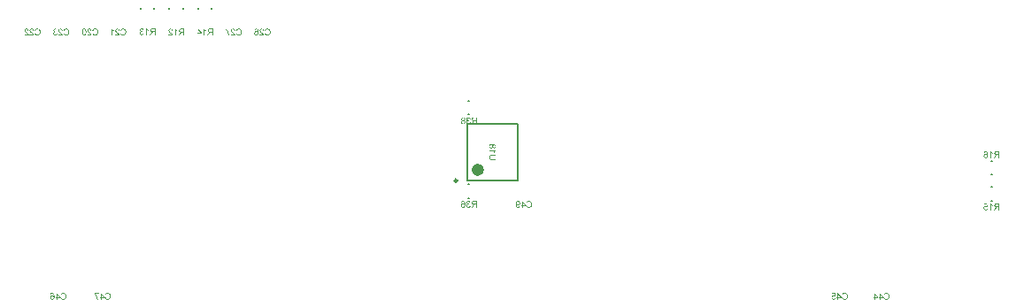
<source format=gbr>
%TF.GenerationSoftware,Altium Limited,Altium Designer,21.1.1 (26)*%
G04 Layer_Color=32896*
%FSLAX45Y45*%
%MOMM*%
%TF.SameCoordinates,E9E44C67-710E-4D47-B277-6F884E921ACF*%
%TF.FilePolarity,Positive*%
%TF.FileFunction,Legend,Bot*%
%TF.Part,Single*%
G01*
G75*
%TA.AperFunction,NonConductor*%
%ADD85C,0.60000*%
%ADD86C,0.25000*%
%ADD87C,0.20000*%
G36*
X1270850Y928504D02*
X1273809Y928042D01*
X1276398Y927487D01*
X1277600Y927117D01*
X1278709Y926747D01*
X1279726Y926378D01*
X1280651Y926008D01*
X1281390Y925730D01*
X1282130Y925453D01*
X1282592Y925176D01*
X1282962Y924991D01*
X1283239Y924898D01*
X1283332Y924806D01*
X1285828Y923234D01*
X1287955Y921385D01*
X1289804Y919536D01*
X1291376Y917687D01*
X1292578Y916023D01*
X1293040Y915283D01*
X1293410Y914636D01*
X1293779Y914173D01*
X1293964Y913804D01*
X1294057Y913526D01*
X1294149Y913434D01*
X1295444Y910568D01*
X1296368Y907609D01*
X1297015Y904650D01*
X1297478Y901969D01*
X1297663Y900767D01*
X1297755Y899565D01*
X1297848Y898641D01*
Y897716D01*
X1297940Y897069D01*
Y896514D01*
Y896145D01*
Y896052D01*
X1297755Y892724D01*
X1297385Y889488D01*
X1296923Y886622D01*
X1296553Y885235D01*
X1296276Y884033D01*
X1295998Y882923D01*
X1295629Y881906D01*
X1295351Y880982D01*
X1295166Y880242D01*
X1294889Y879687D01*
X1294796Y879225D01*
X1294612Y878948D01*
Y878855D01*
X1293225Y876082D01*
X1291653Y873585D01*
X1289989Y871459D01*
X1289157Y870627D01*
X1288417Y869795D01*
X1287677Y869055D01*
X1286938Y868408D01*
X1286291Y867853D01*
X1285736Y867483D01*
X1285366Y867113D01*
X1284996Y866836D01*
X1284811Y866744D01*
X1284719Y866651D01*
X1283424Y865911D01*
X1282130Y865264D01*
X1279356Y864247D01*
X1276583Y863508D01*
X1273901Y863045D01*
X1272607Y862860D01*
X1271498Y862675D01*
X1270481Y862583D01*
X1269648D01*
X1268909Y862491D01*
X1267892D01*
X1266043Y862583D01*
X1264286Y862768D01*
X1262622Y862953D01*
X1261050Y863323D01*
X1259571Y863785D01*
X1258184Y864247D01*
X1256890Y864709D01*
X1255688Y865264D01*
X1254671Y865726D01*
X1253654Y866189D01*
X1252914Y866651D01*
X1252174Y867113D01*
X1251712Y867483D01*
X1251250Y867668D01*
X1251065Y867853D01*
X1250972Y867945D01*
X1249678Y869055D01*
X1248568Y870164D01*
X1247551Y871459D01*
X1246534Y872753D01*
X1244870Y875342D01*
X1243576Y877931D01*
X1243021Y879133D01*
X1242559Y880242D01*
X1242189Y881259D01*
X1241912Y882091D01*
X1241634Y882831D01*
X1241449Y883386D01*
X1241357Y883755D01*
Y883848D01*
X1249863Y885974D01*
X1250233Y884495D01*
X1250695Y883108D01*
X1251157Y881814D01*
X1251620Y880612D01*
X1252174Y879502D01*
X1252729Y878578D01*
X1253376Y877653D01*
X1253931Y876821D01*
X1254393Y876082D01*
X1254948Y875527D01*
X1255410Y874972D01*
X1255780Y874510D01*
X1256150Y874232D01*
X1256427Y873955D01*
X1256520Y873863D01*
X1256612Y873770D01*
X1257537Y873031D01*
X1258554Y872476D01*
X1260588Y871459D01*
X1262529Y870719D01*
X1264471Y870257D01*
X1266135Y869887D01*
X1266782Y869795D01*
X1267430D01*
X1267984Y869702D01*
X1268631D01*
X1270758Y869795D01*
X1272792Y870164D01*
X1274641Y870627D01*
X1276305Y871181D01*
X1277600Y871736D01*
X1278154Y872013D01*
X1278617Y872198D01*
X1278987Y872383D01*
X1279264Y872568D01*
X1279449Y872661D01*
X1279541D01*
X1281298Y873955D01*
X1282777Y875342D01*
X1284072Y876914D01*
X1285089Y878393D01*
X1285921Y879687D01*
X1286475Y880797D01*
X1286660Y881259D01*
X1286845Y881536D01*
X1286938Y881721D01*
Y881814D01*
X1287677Y884218D01*
X1288232Y886622D01*
X1288694Y889025D01*
X1288972Y891244D01*
X1289064Y892261D01*
X1289157Y893186D01*
Y894018D01*
X1289249Y894665D01*
Y895220D01*
Y895682D01*
Y895960D01*
Y896052D01*
X1289157Y898456D01*
X1288972Y900675D01*
X1288602Y902709D01*
X1288232Y904558D01*
X1287955Y906130D01*
X1287770Y906777D01*
X1287585Y907332D01*
X1287492Y907794D01*
X1287400Y908071D01*
X1287308Y908256D01*
Y908349D01*
X1286383Y910475D01*
X1285366Y912417D01*
X1284257Y913989D01*
X1283055Y915375D01*
X1282038Y916485D01*
X1281205Y917224D01*
X1280558Y917687D01*
X1280466Y917872D01*
X1280373D01*
X1278432Y919074D01*
X1276305Y919998D01*
X1274271Y920645D01*
X1272330Y921015D01*
X1270573Y921293D01*
X1269833Y921385D01*
X1269186D01*
X1268724Y921477D01*
X1267984D01*
X1265673Y921385D01*
X1263546Y921015D01*
X1261790Y920460D01*
X1260218Y919906D01*
X1259016Y919259D01*
X1258091Y918796D01*
X1257537Y918426D01*
X1257352Y918241D01*
X1255873Y916855D01*
X1254486Y915283D01*
X1253376Y913619D01*
X1252452Y911954D01*
X1251712Y910475D01*
X1251435Y909736D01*
X1251250Y909181D01*
X1251065Y908719D01*
X1250880Y908349D01*
X1250787Y908164D01*
Y908071D01*
X1242466Y910013D01*
X1243021Y911677D01*
X1243576Y913156D01*
X1244316Y914543D01*
X1244963Y915930D01*
X1245702Y917132D01*
X1246534Y918241D01*
X1247274Y919351D01*
X1248014Y920276D01*
X1248753Y921015D01*
X1249401Y921755D01*
X1250048Y922402D01*
X1250510Y922864D01*
X1250972Y923327D01*
X1251342Y923604D01*
X1251527Y923696D01*
X1251620Y923789D01*
X1252914Y924621D01*
X1254208Y925453D01*
X1255503Y926100D01*
X1256890Y926655D01*
X1259663Y927487D01*
X1262160Y928042D01*
X1263361Y928319D01*
X1264378Y928412D01*
X1265395Y928504D01*
X1266228Y928597D01*
X1266875Y928689D01*
X1267799D01*
X1270850Y928504D01*
D02*
G37*
G36*
X1236827Y886159D02*
Y878948D01*
X1208997D01*
Y863600D01*
X1201139D01*
Y878948D01*
X1192448D01*
Y886159D01*
X1201139D01*
Y927580D01*
X1207518D01*
X1236827Y886159D01*
D02*
G37*
G36*
X1183849Y919166D02*
X1152507D01*
X1154726Y916485D01*
X1156852Y913619D01*
X1158701Y910845D01*
X1160458Y908164D01*
X1161198Y906962D01*
X1161845Y905852D01*
X1162492Y904835D01*
X1162954Y904003D01*
X1163324Y903264D01*
X1163601Y902801D01*
X1163786Y902432D01*
X1163879Y902339D01*
X1165728Y898641D01*
X1167392Y894943D01*
X1168779Y891429D01*
X1169334Y889858D01*
X1169888Y888286D01*
X1170443Y886899D01*
X1170813Y885605D01*
X1171183Y884495D01*
X1171460Y883570D01*
X1171738Y882738D01*
X1171922Y882184D01*
X1172015Y881814D01*
Y881721D01*
X1172939Y877931D01*
X1173309Y876082D01*
X1173587Y874417D01*
X1173864Y872846D01*
X1174141Y871274D01*
X1174326Y869979D01*
X1174511Y868685D01*
X1174604Y867576D01*
X1174696Y866559D01*
X1174789Y865634D01*
Y864894D01*
X1174881Y864340D01*
Y863970D01*
Y863692D01*
Y863600D01*
X1166837D01*
X1166560Y867113D01*
X1166098Y870349D01*
X1165635Y873308D01*
X1165358Y874695D01*
X1165081Y875989D01*
X1164896Y877099D01*
X1164618Y878116D01*
X1164434Y879040D01*
X1164249Y879780D01*
X1164064Y880335D01*
X1163971Y880797D01*
X1163879Y881074D01*
Y881167D01*
X1162492Y885420D01*
X1161013Y889395D01*
X1160273Y891337D01*
X1159533Y893186D01*
X1158701Y894850D01*
X1157962Y896514D01*
X1157314Y897994D01*
X1156667Y899288D01*
X1156112Y900397D01*
X1155650Y901415D01*
X1155188Y902247D01*
X1154911Y902801D01*
X1154726Y903171D01*
X1154633Y903264D01*
X1153524Y905205D01*
X1152414Y907147D01*
X1151305Y908903D01*
X1150195Y910568D01*
X1149178Y912047D01*
X1148161Y913526D01*
X1147144Y914821D01*
X1146312Y915930D01*
X1145480Y917040D01*
X1144740Y917964D01*
X1144001Y918704D01*
X1143446Y919351D01*
X1143076Y919906D01*
X1142706Y920276D01*
X1142521Y920460D01*
X1142429Y920553D01*
Y926747D01*
X1183849D01*
Y919166D01*
D02*
G37*
G36*
X5195774Y1807175D02*
X5197254Y1806990D01*
X5198733Y1806712D01*
X5200027Y1806343D01*
X5202524Y1805326D01*
X5203633Y1804863D01*
X5204558Y1804309D01*
X5205482Y1803661D01*
X5206222Y1803199D01*
X5206962Y1802644D01*
X5207516Y1802182D01*
X5207979Y1801812D01*
X5208256Y1801535D01*
X5208441Y1801350D01*
X5208533Y1801258D01*
X5209550Y1800148D01*
X5210383Y1798854D01*
X5211215Y1797652D01*
X5211862Y1796357D01*
X5212417Y1794971D01*
X5212879Y1793676D01*
X5213526Y1791272D01*
X5213803Y1790070D01*
X5213988Y1789053D01*
X5214081Y1788036D01*
X5214173Y1787204D01*
X5214266Y1786557D01*
Y1786095D01*
Y1785725D01*
Y1785632D01*
X5214173Y1783876D01*
X5213988Y1782304D01*
X5213803Y1780732D01*
X5213434Y1779253D01*
X5212971Y1777959D01*
X5212509Y1776664D01*
X5212047Y1775555D01*
X5211492Y1774538D01*
X5211030Y1773613D01*
X5210567Y1772781D01*
X5210105Y1772134D01*
X5209643Y1771487D01*
X5209273Y1771024D01*
X5209088Y1770747D01*
X5208903Y1770562D01*
X5208811Y1770470D01*
X5207794Y1769453D01*
X5206684Y1768621D01*
X5205575Y1767788D01*
X5204373Y1767141D01*
X5203263Y1766587D01*
X5202154Y1766124D01*
X5200027Y1765477D01*
X5199103Y1765200D01*
X5198178Y1765015D01*
X5197439Y1764922D01*
X5196699Y1764830D01*
X5196144Y1764737D01*
X5195405D01*
X5193648Y1764830D01*
X5191984Y1765107D01*
X5190504Y1765477D01*
X5189118Y1765939D01*
X5188101Y1766309D01*
X5187269Y1766679D01*
X5186714Y1766956D01*
X5186529Y1767049D01*
X5185050Y1767973D01*
X5183755Y1768990D01*
X5182646Y1770007D01*
X5181721Y1770932D01*
X5181074Y1771857D01*
X5180519Y1772504D01*
X5180149Y1772966D01*
X5180057Y1773151D01*
Y1772411D01*
Y1771949D01*
Y1771672D01*
Y1771579D01*
X5180149Y1769730D01*
X5180242Y1767973D01*
X5180427Y1766402D01*
X5180612Y1764922D01*
X5180889Y1763720D01*
X5181074Y1762796D01*
X5181166Y1762426D01*
Y1762149D01*
X5181259Y1762056D01*
Y1761964D01*
X5181721Y1760300D01*
X5182183Y1758820D01*
X5182646Y1757526D01*
X5183108Y1756416D01*
X5183478Y1755584D01*
X5183848Y1754937D01*
X5184033Y1754475D01*
X5184125Y1754382D01*
X5184865Y1753365D01*
X5185604Y1752533D01*
X5186344Y1751794D01*
X5187084Y1751146D01*
X5187638Y1750592D01*
X5188193Y1750222D01*
X5188563Y1750037D01*
X5188655Y1749944D01*
X5189672Y1749390D01*
X5190782Y1749020D01*
X5191799Y1748743D01*
X5192816Y1748558D01*
X5193648Y1748465D01*
X5194295Y1748373D01*
X5194942D01*
X5196422Y1748465D01*
X5197809Y1748743D01*
X5199010Y1749112D01*
X5200027Y1749575D01*
X5200767Y1749944D01*
X5201414Y1750314D01*
X5201784Y1750592D01*
X5201877Y1750684D01*
X5202801Y1751701D01*
X5203541Y1752903D01*
X5204188Y1754197D01*
X5204650Y1755492D01*
X5205020Y1756601D01*
X5205297Y1757618D01*
X5205390Y1757988D01*
Y1758173D01*
X5205482Y1758358D01*
Y1758450D01*
X5213064Y1757803D01*
X5212509Y1755122D01*
X5211769Y1752811D01*
X5210845Y1750777D01*
X5209920Y1749112D01*
X5208996Y1747818D01*
X5208533Y1747263D01*
X5208164Y1746801D01*
X5207886Y1746524D01*
X5207609Y1746246D01*
X5207516Y1746154D01*
X5207424Y1746061D01*
X5206499Y1745322D01*
X5205482Y1744674D01*
X5203448Y1743657D01*
X5201414Y1742918D01*
X5199473Y1742455D01*
X5197716Y1742086D01*
X5196976Y1741993D01*
X5196329D01*
X5195867Y1741901D01*
X5195127D01*
X5192539Y1742086D01*
X5190227Y1742455D01*
X5188101Y1743103D01*
X5186344Y1743842D01*
X5185604Y1744120D01*
X5184865Y1744490D01*
X5184310Y1744859D01*
X5183755Y1745137D01*
X5183385Y1745322D01*
X5183108Y1745507D01*
X5182923Y1745691D01*
X5182831D01*
X5180982Y1747263D01*
X5179317Y1749020D01*
X5178023Y1750869D01*
X5176913Y1752626D01*
X5175989Y1754197D01*
X5175619Y1754937D01*
X5175342Y1755492D01*
X5175157Y1756047D01*
X5174972Y1756416D01*
X5174879Y1756601D01*
Y1756694D01*
X5174417Y1758081D01*
X5173955Y1759652D01*
X5173308Y1762796D01*
X5172845Y1766124D01*
X5172568Y1769268D01*
X5172383Y1770655D01*
X5172291Y1772041D01*
Y1773243D01*
X5172198Y1774260D01*
Y1775092D01*
Y1775740D01*
Y1776202D01*
Y1776294D01*
Y1778421D01*
X5172291Y1780455D01*
X5172476Y1782304D01*
X5172660Y1784061D01*
X5172845Y1785632D01*
X5173030Y1787112D01*
X5173308Y1788499D01*
X5173585Y1789701D01*
X5173862Y1790718D01*
X5174047Y1791642D01*
X5174325Y1792474D01*
X5174510Y1793121D01*
X5174695Y1793584D01*
X5174879Y1793953D01*
X5174972Y1794138D01*
Y1794231D01*
X5176081Y1796450D01*
X5177283Y1798391D01*
X5178670Y1800056D01*
X5179872Y1801442D01*
X5181074Y1802459D01*
X5181999Y1803199D01*
X5182368Y1803476D01*
X5182646Y1803661D01*
X5182738Y1803846D01*
X5182831D01*
X5184772Y1804956D01*
X5186714Y1805788D01*
X5188655Y1806435D01*
X5190412Y1806805D01*
X5191984Y1807082D01*
X5192631Y1807175D01*
X5193093D01*
X5193556Y1807267D01*
X5194203D01*
X5195774Y1807175D01*
D02*
G37*
G36*
X5300712Y1807914D02*
X5303671Y1807452D01*
X5306259Y1806897D01*
X5307461Y1806528D01*
X5308571Y1806158D01*
X5309588Y1805788D01*
X5310512Y1805418D01*
X5311252Y1805141D01*
X5311992Y1804863D01*
X5312454Y1804586D01*
X5312824Y1804401D01*
X5313101Y1804309D01*
X5313194Y1804216D01*
X5315690Y1802644D01*
X5317816Y1800795D01*
X5319666Y1798946D01*
X5321237Y1797097D01*
X5322439Y1795433D01*
X5322901Y1794693D01*
X5323271Y1794046D01*
X5323641Y1793584D01*
X5323826Y1793214D01*
X5323918Y1792936D01*
X5324011Y1792844D01*
X5325305Y1789978D01*
X5326230Y1787019D01*
X5326877Y1784061D01*
X5327339Y1781379D01*
X5327524Y1780178D01*
X5327617Y1778976D01*
X5327709Y1778051D01*
Y1777126D01*
X5327802Y1776479D01*
Y1775925D01*
Y1775555D01*
Y1775462D01*
X5327617Y1772134D01*
X5327247Y1768898D01*
X5326785Y1766032D01*
X5326415Y1764645D01*
X5326137Y1763443D01*
X5325860Y1762334D01*
X5325490Y1761317D01*
X5325213Y1760392D01*
X5325028Y1759652D01*
X5324751Y1759098D01*
X5324658Y1758635D01*
X5324473Y1758358D01*
Y1758265D01*
X5323086Y1755492D01*
X5321515Y1752995D01*
X5319850Y1750869D01*
X5319018Y1750037D01*
X5318279Y1749205D01*
X5317539Y1748465D01*
X5316799Y1747818D01*
X5316152Y1747263D01*
X5315597Y1746893D01*
X5315228Y1746524D01*
X5314858Y1746246D01*
X5314673Y1746154D01*
X5314580Y1746061D01*
X5313286Y1745322D01*
X5311992Y1744674D01*
X5309218Y1743657D01*
X5306444Y1742918D01*
X5303763Y1742455D01*
X5302469Y1742271D01*
X5301359Y1742086D01*
X5300342Y1741993D01*
X5299510D01*
X5298770Y1741901D01*
X5297753D01*
X5295904Y1741993D01*
X5294148Y1742178D01*
X5292483Y1742363D01*
X5290912Y1742733D01*
X5289432Y1743195D01*
X5288046Y1743657D01*
X5286751Y1744120D01*
X5285549Y1744674D01*
X5284532Y1745137D01*
X5283515Y1745599D01*
X5282776Y1746061D01*
X5282036Y1746524D01*
X5281574Y1746893D01*
X5281111Y1747078D01*
X5280926Y1747263D01*
X5280834Y1747356D01*
X5279540Y1748465D01*
X5278430Y1749575D01*
X5277413Y1750869D01*
X5276396Y1752163D01*
X5274732Y1754752D01*
X5273438Y1757341D01*
X5272883Y1758543D01*
X5272420Y1759652D01*
X5272051Y1760669D01*
X5271773Y1761501D01*
X5271496Y1762241D01*
X5271311Y1762796D01*
X5271219Y1763166D01*
Y1763258D01*
X5279725Y1765385D01*
X5280094Y1763905D01*
X5280557Y1762518D01*
X5281019Y1761224D01*
X5281481Y1760022D01*
X5282036Y1758913D01*
X5282591Y1757988D01*
X5283238Y1757064D01*
X5283793Y1756231D01*
X5284255Y1755492D01*
X5284810Y1754937D01*
X5285272Y1754382D01*
X5285642Y1753920D01*
X5286012Y1753643D01*
X5286289Y1753365D01*
X5286381Y1753273D01*
X5286474Y1753180D01*
X5287398Y1752441D01*
X5288415Y1751886D01*
X5290449Y1750869D01*
X5292391Y1750129D01*
X5294333Y1749667D01*
X5295997Y1749297D01*
X5296644Y1749205D01*
X5297291D01*
X5297846Y1749112D01*
X5298493D01*
X5300620Y1749205D01*
X5302654Y1749575D01*
X5304503Y1750037D01*
X5306167Y1750592D01*
X5307461Y1751146D01*
X5308016Y1751424D01*
X5308478Y1751609D01*
X5308848Y1751794D01*
X5309126Y1751978D01*
X5309310Y1752071D01*
X5309403D01*
X5311160Y1753365D01*
X5312639Y1754752D01*
X5313933Y1756324D01*
X5314950Y1757803D01*
X5315782Y1759098D01*
X5316337Y1760207D01*
X5316522Y1760669D01*
X5316707Y1760947D01*
X5316799Y1761132D01*
Y1761224D01*
X5317539Y1763628D01*
X5318094Y1766032D01*
X5318556Y1768436D01*
X5318833Y1770655D01*
X5318926Y1771672D01*
X5319018Y1772596D01*
Y1773428D01*
X5319111Y1774075D01*
Y1774630D01*
Y1775092D01*
Y1775370D01*
Y1775462D01*
X5319018Y1777866D01*
X5318833Y1780085D01*
X5318464Y1782119D01*
X5318094Y1783968D01*
X5317816Y1785540D01*
X5317631Y1786187D01*
X5317447Y1786742D01*
X5317354Y1787204D01*
X5317262Y1787482D01*
X5317169Y1787666D01*
Y1787759D01*
X5316245Y1789885D01*
X5315228Y1791827D01*
X5314118Y1793399D01*
X5312916Y1794786D01*
X5311899Y1795895D01*
X5311067Y1796635D01*
X5310420Y1797097D01*
X5310327Y1797282D01*
X5310235D01*
X5308293Y1798484D01*
X5306167Y1799408D01*
X5304133Y1800056D01*
X5302191Y1800425D01*
X5300435Y1800703D01*
X5299695Y1800795D01*
X5299048D01*
X5298586Y1800888D01*
X5297846D01*
X5295534Y1800795D01*
X5293408Y1800425D01*
X5291651Y1799871D01*
X5290080Y1799316D01*
X5288878Y1798669D01*
X5287953Y1798206D01*
X5287398Y1797837D01*
X5287213Y1797652D01*
X5285734Y1796265D01*
X5284347Y1794693D01*
X5283238Y1793029D01*
X5282313Y1791365D01*
X5281574Y1789885D01*
X5281296Y1789146D01*
X5281111Y1788591D01*
X5280926Y1788129D01*
X5280742Y1787759D01*
X5280649Y1787574D01*
Y1787482D01*
X5272328Y1789423D01*
X5272883Y1791087D01*
X5273438Y1792567D01*
X5274177Y1793953D01*
X5274824Y1795340D01*
X5275564Y1796542D01*
X5276396Y1797652D01*
X5277136Y1798761D01*
X5277875Y1799686D01*
X5278615Y1800425D01*
X5279262Y1801165D01*
X5279909Y1801812D01*
X5280372Y1802275D01*
X5280834Y1802737D01*
X5281204Y1803014D01*
X5281389Y1803107D01*
X5281481Y1803199D01*
X5282776Y1804031D01*
X5284070Y1804863D01*
X5285364Y1805510D01*
X5286751Y1806065D01*
X5289525Y1806897D01*
X5292021Y1807452D01*
X5293223Y1807729D01*
X5294240Y1807822D01*
X5295257Y1807914D01*
X5296089Y1808007D01*
X5296736Y1808099D01*
X5297661D01*
X5300712Y1807914D01*
D02*
G37*
G36*
X5266688Y1765569D02*
Y1758358D01*
X5238859D01*
Y1743010D01*
X5231000D01*
Y1758358D01*
X5222309D01*
Y1765569D01*
X5231000D01*
Y1806990D01*
X5237380D01*
X5266688Y1765569D01*
D02*
G37*
G36*
X4722920Y2607498D02*
X4725416Y2607036D01*
X4727542Y2606296D01*
X4729392Y2605557D01*
X4730224Y2605094D01*
X4730871Y2604725D01*
X4731518Y2604355D01*
X4731980Y2603985D01*
X4732350Y2603708D01*
X4732628Y2603523D01*
X4732812Y2603430D01*
X4732905Y2603338D01*
X4734662Y2601581D01*
X4736048Y2599639D01*
X4737158Y2597605D01*
X4738082Y2595571D01*
X4738637Y2593815D01*
X4738915Y2593075D01*
X4739099Y2592428D01*
X4739192Y2591873D01*
X4739284Y2591503D01*
X4739377Y2591226D01*
Y2591134D01*
X4731518Y2589747D01*
X4731148Y2591781D01*
X4730594Y2593537D01*
X4729946Y2595017D01*
X4729299Y2596219D01*
X4728652Y2597143D01*
X4728097Y2597790D01*
X4727727Y2598253D01*
X4727635Y2598345D01*
X4726433Y2599270D01*
X4725139Y2600009D01*
X4723937Y2600472D01*
X4722735Y2600841D01*
X4721625Y2601026D01*
X4720793Y2601211D01*
X4720054D01*
X4718389Y2601119D01*
X4716910Y2600749D01*
X4715616Y2600287D01*
X4714506Y2599824D01*
X4713674Y2599270D01*
X4713027Y2598807D01*
X4712565Y2598438D01*
X4712472Y2598345D01*
X4711455Y2597236D01*
X4710715Y2596034D01*
X4710253Y2594832D01*
X4709883Y2593722D01*
X4709698Y2592705D01*
X4709514Y2591966D01*
Y2591411D01*
Y2591318D01*
Y2591226D01*
Y2590209D01*
X4709698Y2589284D01*
X4710161Y2587713D01*
X4710808Y2586326D01*
X4711548Y2585124D01*
X4712287Y2584292D01*
X4712934Y2583645D01*
X4713397Y2583275D01*
X4713489Y2583182D01*
X4713582D01*
X4715153Y2582350D01*
X4716633Y2581703D01*
X4718204Y2581241D01*
X4719591Y2580963D01*
X4720793Y2580778D01*
X4721810Y2580594D01*
X4723012D01*
X4723382Y2580686D01*
X4723844D01*
X4724769Y2573752D01*
X4723567Y2574029D01*
X4722457Y2574214D01*
X4721533Y2574399D01*
X4720701Y2574491D01*
X4720054Y2574584D01*
X4719221D01*
X4717280Y2574399D01*
X4715523Y2574029D01*
X4713951Y2573474D01*
X4712657Y2572827D01*
X4711640Y2572180D01*
X4710900Y2571625D01*
X4710438Y2571255D01*
X4710253Y2571071D01*
X4709051Y2569684D01*
X4708127Y2568204D01*
X4707480Y2566725D01*
X4707110Y2565246D01*
X4706832Y2564044D01*
X4706740Y2563027D01*
X4706647Y2562657D01*
Y2562380D01*
Y2562195D01*
Y2562102D01*
X4706832Y2560068D01*
X4707295Y2558219D01*
X4707849Y2556647D01*
X4708589Y2555261D01*
X4709329Y2554151D01*
X4709883Y2553319D01*
X4710346Y2552764D01*
X4710531Y2552579D01*
X4712010Y2551285D01*
X4713582Y2550360D01*
X4715153Y2549713D01*
X4716633Y2549251D01*
X4717927Y2548974D01*
X4718944Y2548881D01*
X4719314Y2548789D01*
X4719869D01*
X4721533Y2548881D01*
X4723105Y2549251D01*
X4724491Y2549713D01*
X4725601Y2550268D01*
X4726525Y2550730D01*
X4727265Y2551193D01*
X4727635Y2551562D01*
X4727820Y2551655D01*
X4728929Y2552949D01*
X4729854Y2554428D01*
X4730686Y2556000D01*
X4731333Y2557664D01*
X4731795Y2559051D01*
X4731980Y2559698D01*
X4732073Y2560253D01*
X4732165Y2560715D01*
X4732258Y2561085D01*
X4732350Y2561270D01*
Y2561363D01*
X4740209Y2560346D01*
X4740024Y2558866D01*
X4739747Y2557480D01*
X4738915Y2554891D01*
X4737898Y2552672D01*
X4737343Y2551747D01*
X4736788Y2550823D01*
X4736233Y2549991D01*
X4735679Y2549343D01*
X4735216Y2548696D01*
X4734754Y2548234D01*
X4734477Y2547864D01*
X4734199Y2547587D01*
X4734014Y2547402D01*
X4733922Y2547309D01*
X4732812Y2546477D01*
X4731703Y2545645D01*
X4730594Y2544998D01*
X4729392Y2544443D01*
X4727080Y2543519D01*
X4724861Y2542964D01*
X4723844Y2542779D01*
X4722920Y2542594D01*
X4722088Y2542502D01*
X4721348Y2542409D01*
X4720793Y2542317D01*
X4719961D01*
X4718204Y2542409D01*
X4716633Y2542594D01*
X4715061Y2542871D01*
X4713582Y2543241D01*
X4712195Y2543704D01*
X4710993Y2544166D01*
X4709791Y2544721D01*
X4708774Y2545275D01*
X4707757Y2545738D01*
X4706925Y2546292D01*
X4706185Y2546755D01*
X4705630Y2547217D01*
X4705168Y2547587D01*
X4704798Y2547864D01*
X4704613Y2548049D01*
X4704521Y2548141D01*
X4703411Y2549251D01*
X4702487Y2550453D01*
X4701655Y2551655D01*
X4700915Y2552857D01*
X4700360Y2553966D01*
X4699806Y2555168D01*
X4699066Y2557387D01*
X4698881Y2558404D01*
X4698696Y2559329D01*
X4698511Y2560161D01*
X4698419Y2560900D01*
X4698326Y2561455D01*
Y2561917D01*
Y2562195D01*
Y2562287D01*
X4698419Y2564506D01*
X4698789Y2566540D01*
X4699343Y2568297D01*
X4699898Y2569776D01*
X4700453Y2570978D01*
X4701008Y2571903D01*
X4701377Y2572457D01*
X4701470Y2572642D01*
X4702764Y2574029D01*
X4704151Y2575231D01*
X4705630Y2576156D01*
X4707110Y2576895D01*
X4708404Y2577450D01*
X4709421Y2577820D01*
X4709791Y2577912D01*
X4710068Y2578005D01*
X4710253Y2578097D01*
X4710346D01*
X4708774Y2578929D01*
X4707480Y2579761D01*
X4706370Y2580686D01*
X4705446Y2581518D01*
X4704706Y2582258D01*
X4704151Y2582905D01*
X4703874Y2583275D01*
X4703781Y2583460D01*
X4703042Y2584754D01*
X4702487Y2586048D01*
X4702025Y2587343D01*
X4701747Y2588545D01*
X4701562Y2589562D01*
X4701470Y2590301D01*
Y2590856D01*
Y2591041D01*
X4701562Y2592613D01*
X4701840Y2594185D01*
X4702210Y2595571D01*
X4702672Y2596773D01*
X4703134Y2597790D01*
X4703504Y2598622D01*
X4703781Y2599085D01*
X4703874Y2599270D01*
X4704798Y2600656D01*
X4705908Y2601858D01*
X4707017Y2602875D01*
X4708127Y2603800D01*
X4709051Y2604447D01*
X4709883Y2605002D01*
X4710438Y2605279D01*
X4710531Y2605372D01*
X4710623D01*
X4712287Y2606111D01*
X4713951Y2606666D01*
X4715616Y2607128D01*
X4717095Y2607406D01*
X4718297Y2607591D01*
X4719314Y2607683D01*
X4721625D01*
X4722920Y2607498D01*
D02*
G37*
G36*
X4801507Y2543426D02*
X4793001D01*
Y2571810D01*
X4782092D01*
X4781075Y2571718D01*
X4780335D01*
X4779688Y2571625D01*
X4779225Y2571533D01*
X4778856D01*
X4778671Y2571440D01*
X4778578D01*
X4777099Y2570978D01*
X4776452Y2570701D01*
X4775897Y2570423D01*
X4775342Y2570146D01*
X4774972Y2569961D01*
X4774788Y2569869D01*
X4774695Y2569776D01*
X4773955Y2569221D01*
X4773216Y2568574D01*
X4771829Y2567187D01*
X4771182Y2566540D01*
X4770719Y2565985D01*
X4770442Y2565616D01*
X4770350Y2565523D01*
X4769425Y2564229D01*
X4768408Y2562842D01*
X4767391Y2561363D01*
X4766374Y2559976D01*
X4765542Y2558681D01*
X4764895Y2557664D01*
X4764617Y2557295D01*
X4764432Y2557017D01*
X4764248Y2556832D01*
Y2556740D01*
X4755834Y2543426D01*
X4745294D01*
X4756296Y2560808D01*
X4757591Y2562657D01*
X4758793Y2564321D01*
X4759995Y2565708D01*
X4761012Y2567002D01*
X4761936Y2567927D01*
X4762676Y2568667D01*
X4763138Y2569129D01*
X4763323Y2569314D01*
X4764063Y2569869D01*
X4764895Y2570516D01*
X4766559Y2571533D01*
X4767299Y2571903D01*
X4767853Y2572272D01*
X4768223Y2572457D01*
X4768408Y2572550D01*
X4766744Y2572827D01*
X4765172Y2573105D01*
X4763785Y2573567D01*
X4762398Y2573937D01*
X4761196Y2574399D01*
X4760087Y2574954D01*
X4759070Y2575416D01*
X4758145Y2575878D01*
X4757406Y2576433D01*
X4756666Y2576895D01*
X4756111Y2577265D01*
X4755649Y2577635D01*
X4755279Y2577912D01*
X4755002Y2578190D01*
X4754909Y2578282D01*
X4754817Y2578375D01*
X4754077Y2579299D01*
X4753338Y2580224D01*
X4752228Y2582165D01*
X4751489Y2584107D01*
X4750934Y2585956D01*
X4750564Y2587528D01*
X4750472Y2588175D01*
Y2588822D01*
X4750379Y2589284D01*
Y2589654D01*
Y2589839D01*
Y2589932D01*
X4750472Y2591873D01*
X4750749Y2593630D01*
X4751211Y2595294D01*
X4751674Y2596681D01*
X4752228Y2597883D01*
X4752598Y2598807D01*
X4752968Y2599362D01*
X4753060Y2599455D01*
Y2599547D01*
X4754170Y2601026D01*
X4755279Y2602321D01*
X4756481Y2603430D01*
X4757591Y2604262D01*
X4758608Y2604909D01*
X4759440Y2605279D01*
X4759995Y2605557D01*
X4760087Y2605649D01*
X4760179D01*
X4761012Y2605926D01*
X4762029Y2606204D01*
X4764063Y2606666D01*
X4766282Y2606943D01*
X4768316Y2607221D01*
X4770257Y2607313D01*
X4771089D01*
X4771829Y2607406D01*
X4801507D01*
Y2543426D01*
D02*
G37*
G36*
X4671237Y2607591D02*
X4672716Y2607498D01*
X4675305Y2606943D01*
X4676507Y2606574D01*
X4677616Y2606204D01*
X4678633Y2605742D01*
X4679558Y2605279D01*
X4680297Y2604817D01*
X4681037Y2604355D01*
X4681684Y2603985D01*
X4682147Y2603615D01*
X4682516Y2603338D01*
X4682794Y2603060D01*
X4682979Y2602968D01*
X4683071Y2602875D01*
X4683903Y2601951D01*
X4684735Y2601026D01*
X4685383Y2600009D01*
X4685937Y2598992D01*
X4686862Y2597051D01*
X4687417Y2595202D01*
X4687786Y2593630D01*
X4687879Y2592890D01*
X4687971Y2592335D01*
X4688064Y2591781D01*
Y2591411D01*
Y2591226D01*
Y2591134D01*
X4687971Y2589469D01*
X4687694Y2587898D01*
X4687324Y2586511D01*
X4686862Y2585309D01*
X4686492Y2584384D01*
X4686122Y2583645D01*
X4685845Y2583275D01*
X4685752Y2583090D01*
X4684735Y2581980D01*
X4683626Y2580963D01*
X4682424Y2580039D01*
X4681222Y2579299D01*
X4680113Y2578744D01*
X4679280Y2578375D01*
X4678911Y2578190D01*
X4678633Y2578097D01*
X4678541Y2578005D01*
X4678448D01*
X4680575Y2577358D01*
X4682332Y2576525D01*
X4683903Y2575508D01*
X4685198Y2574584D01*
X4686215Y2573659D01*
X4686954Y2572920D01*
X4687324Y2572457D01*
X4687509Y2572365D01*
Y2572272D01*
X4688526Y2570608D01*
X4689358Y2568852D01*
X4689913Y2567187D01*
X4690283Y2565523D01*
X4690468Y2564044D01*
X4690560Y2563397D01*
Y2562842D01*
X4690653Y2562472D01*
Y2562102D01*
Y2561917D01*
Y2561825D01*
X4690560Y2560346D01*
X4690375Y2558866D01*
X4690098Y2557480D01*
X4689728Y2556093D01*
X4688803Y2553781D01*
X4688341Y2552672D01*
X4687786Y2551747D01*
X4687232Y2550823D01*
X4686769Y2550083D01*
X4686215Y2549436D01*
X4685845Y2548881D01*
X4685475Y2548419D01*
X4685198Y2548141D01*
X4685013Y2547957D01*
X4684920Y2547864D01*
X4683811Y2546847D01*
X4682609Y2546015D01*
X4681314Y2545275D01*
X4680020Y2544628D01*
X4678818Y2544166D01*
X4677524Y2543704D01*
X4675027Y2543056D01*
X4673918Y2542779D01*
X4672901Y2542594D01*
X4671976Y2542502D01*
X4671144Y2542409D01*
X4670497Y2542317D01*
X4669573D01*
X4667816Y2542409D01*
X4666244Y2542594D01*
X4664672Y2542871D01*
X4663193Y2543149D01*
X4661899Y2543611D01*
X4660604Y2544073D01*
X4659402Y2544536D01*
X4658385Y2545090D01*
X4657461Y2545645D01*
X4656629Y2546107D01*
X4655982Y2546570D01*
X4655334Y2547032D01*
X4654872Y2547309D01*
X4654595Y2547587D01*
X4654410Y2547772D01*
X4654317Y2547864D01*
X4653300Y2548974D01*
X4652376Y2550083D01*
X4651636Y2551193D01*
X4650989Y2552394D01*
X4650342Y2553504D01*
X4649879Y2554706D01*
X4649232Y2556832D01*
X4648955Y2557849D01*
X4648770Y2558774D01*
X4648678Y2559606D01*
X4648585Y2560253D01*
X4648493Y2560808D01*
Y2561270D01*
Y2561548D01*
Y2561640D01*
X4648585Y2563767D01*
X4648955Y2565708D01*
X4649510Y2567465D01*
X4650064Y2568944D01*
X4650619Y2570146D01*
X4651174Y2571071D01*
X4651544Y2571625D01*
X4651636Y2571718D01*
Y2571810D01*
X4652930Y2573289D01*
X4654317Y2574584D01*
X4655797Y2575601D01*
X4657183Y2576525D01*
X4658478Y2577173D01*
X4659587Y2577635D01*
X4659957Y2577820D01*
X4660235Y2577912D01*
X4660419Y2578005D01*
X4660512D01*
X4658848Y2578744D01*
X4657461Y2579577D01*
X4656259Y2580409D01*
X4655242Y2581241D01*
X4654502Y2581980D01*
X4653948Y2582535D01*
X4653578Y2582905D01*
X4653485Y2583090D01*
X4652653Y2584384D01*
X4652098Y2585679D01*
X4651636Y2586973D01*
X4651359Y2588267D01*
X4651174Y2589284D01*
X4651081Y2590116D01*
Y2590671D01*
Y2590764D01*
Y2590856D01*
X4651174Y2592151D01*
X4651266Y2593352D01*
X4651913Y2595664D01*
X4652746Y2597698D01*
X4653670Y2599455D01*
X4654595Y2600841D01*
X4655057Y2601396D01*
X4655427Y2601951D01*
X4655797Y2602321D01*
X4656074Y2602598D01*
X4656166Y2602691D01*
X4656259Y2602783D01*
X4657276Y2603615D01*
X4658293Y2604447D01*
X4659402Y2605094D01*
X4660512Y2605649D01*
X4662731Y2606481D01*
X4664950Y2607036D01*
X4665874Y2607313D01*
X4666799Y2607406D01*
X4667631Y2607498D01*
X4668371Y2607591D01*
X4668925Y2607683D01*
X4669757D01*
X4671237Y2607591D01*
D02*
G37*
G36*
X4938767Y2351414D02*
X4940708Y2351045D01*
X4942465Y2350490D01*
X4943944Y2349935D01*
X4945146Y2349380D01*
X4946071Y2348826D01*
X4946625Y2348456D01*
X4946718Y2348363D01*
X4946810D01*
X4948290Y2347069D01*
X4949584Y2345682D01*
X4950601Y2344203D01*
X4951526Y2342816D01*
X4952173Y2341522D01*
X4952635Y2340412D01*
X4952820Y2340042D01*
X4952912Y2339765D01*
X4953005Y2339580D01*
Y2339488D01*
X4953744Y2341152D01*
X4954577Y2342539D01*
X4955409Y2343741D01*
X4956241Y2344758D01*
X4956980Y2345497D01*
X4957535Y2346052D01*
X4957905Y2346422D01*
X4958090Y2346514D01*
X4959384Y2347346D01*
X4960679Y2347901D01*
X4961973Y2348363D01*
X4963267Y2348641D01*
X4964284Y2348826D01*
X4965117Y2348918D01*
X4965671D01*
X4965764D01*
X4965856D01*
X4967151Y2348826D01*
X4968353Y2348733D01*
X4970664Y2348086D01*
X4972698Y2347254D01*
X4974455Y2346329D01*
X4975841Y2345405D01*
X4976396Y2344942D01*
X4976951Y2344573D01*
X4977321Y2344203D01*
X4977598Y2343925D01*
X4977691Y2343833D01*
X4977783Y2343741D01*
X4978615Y2342724D01*
X4979447Y2341707D01*
X4980094Y2340597D01*
X4980649Y2339488D01*
X4981481Y2337269D01*
X4982036Y2335050D01*
X4982313Y2334125D01*
X4982406Y2333201D01*
X4982498Y2332368D01*
X4982591Y2331629D01*
X4982683Y2331074D01*
Y2330242D01*
X4982591Y2328763D01*
X4982498Y2327283D01*
X4981944Y2324695D01*
X4981574Y2323493D01*
X4981204Y2322383D01*
X4980742Y2321366D01*
X4980279Y2320442D01*
X4979817Y2319702D01*
X4979355Y2318962D01*
X4978985Y2318315D01*
X4978615Y2317853D01*
X4978338Y2317483D01*
X4978060Y2317206D01*
X4977968Y2317021D01*
X4977875Y2316928D01*
X4976951Y2316096D01*
X4976026Y2315264D01*
X4975009Y2314617D01*
X4973992Y2314062D01*
X4972051Y2313138D01*
X4970202Y2312583D01*
X4968630Y2312213D01*
X4967890Y2312121D01*
X4967336Y2312028D01*
X4966781Y2311936D01*
X4966411D01*
X4966226D01*
X4966134D01*
X4964469Y2312028D01*
X4962898Y2312306D01*
X4961511Y2312675D01*
X4960309Y2313138D01*
X4959384Y2313507D01*
X4958645Y2313877D01*
X4958275Y2314155D01*
X4958090Y2314247D01*
X4956980Y2315264D01*
X4955963Y2316374D01*
X4955039Y2317576D01*
X4954299Y2318777D01*
X4953744Y2319887D01*
X4953375Y2320719D01*
X4953190Y2321089D01*
X4953097Y2321366D01*
X4953005Y2321459D01*
Y2321551D01*
X4952358Y2319425D01*
X4951526Y2317668D01*
X4950509Y2316096D01*
X4949584Y2314802D01*
X4948659Y2313785D01*
X4947920Y2313045D01*
X4947457Y2312675D01*
X4947365Y2312490D01*
X4947273D01*
X4945608Y2311473D01*
X4943852Y2310641D01*
X4942187Y2310087D01*
X4940523Y2309717D01*
X4939044Y2309532D01*
X4938397Y2309439D01*
X4937842D01*
X4937472Y2309347D01*
X4937102D01*
X4936917D01*
X4936825D01*
X4935346Y2309439D01*
X4933866Y2309624D01*
X4932480Y2309902D01*
X4931093Y2310271D01*
X4928781Y2311196D01*
X4927672Y2311658D01*
X4926747Y2312213D01*
X4925823Y2312768D01*
X4925083Y2313230D01*
X4924436Y2313785D01*
X4923881Y2314155D01*
X4923419Y2314524D01*
X4923142Y2314802D01*
X4922957Y2314987D01*
X4922864Y2315079D01*
X4921847Y2316189D01*
X4921015Y2317391D01*
X4920275Y2318685D01*
X4919628Y2319979D01*
X4919166Y2321181D01*
X4918704Y2322476D01*
X4918056Y2324972D01*
X4917779Y2326081D01*
X4917594Y2327098D01*
X4917502Y2328023D01*
X4917409Y2328855D01*
X4917317Y2329502D01*
Y2330427D01*
X4917409Y2332184D01*
X4917594Y2333755D01*
X4917872Y2335327D01*
X4918149Y2336806D01*
X4918611Y2338101D01*
X4919073Y2339395D01*
X4919536Y2340597D01*
X4920090Y2341614D01*
X4920645Y2342539D01*
X4921108Y2343371D01*
X4921570Y2344018D01*
X4922032Y2344665D01*
X4922309Y2345127D01*
X4922587Y2345405D01*
X4922772Y2345590D01*
X4922864Y2345682D01*
X4923974Y2346699D01*
X4925083Y2347624D01*
X4926193Y2348363D01*
X4927395Y2349011D01*
X4928504Y2349658D01*
X4929706Y2350120D01*
X4931832Y2350767D01*
X4932849Y2351045D01*
X4933774Y2351229D01*
X4934606Y2351322D01*
X4935253Y2351414D01*
X4935808Y2351507D01*
X4936270D01*
X4936548D01*
X4936640D01*
X4938767Y2351414D01*
D02*
G37*
G36*
X4982683Y2284199D02*
X4981111Y2283274D01*
X4979632Y2282257D01*
X4978153Y2281055D01*
X4976858Y2279946D01*
X4975749Y2278836D01*
X4974824Y2278004D01*
X4974547Y2277635D01*
X4974270Y2277357D01*
X4974177Y2277265D01*
X4974085Y2277172D01*
X4972513Y2275231D01*
X4971034Y2273289D01*
X4969739Y2271440D01*
X4968722Y2269591D01*
X4967798Y2268019D01*
X4967428Y2267372D01*
X4967151Y2266817D01*
X4966873Y2266355D01*
X4966781Y2265985D01*
X4966596Y2265800D01*
Y2265708D01*
X4959014D01*
X4959569Y2267095D01*
X4960216Y2268481D01*
X4960864Y2269868D01*
X4961511Y2271163D01*
X4962066Y2272272D01*
X4962528Y2273197D01*
X4962898Y2273751D01*
X4962990Y2273844D01*
Y2273936D01*
X4964007Y2275600D01*
X4965024Y2277080D01*
X4965949Y2278374D01*
X4966781Y2279391D01*
X4967428Y2280316D01*
X4967983Y2280870D01*
X4968353Y2281333D01*
X4968445Y2281425D01*
X4918426D01*
Y2289284D01*
X4982683D01*
Y2284199D01*
D02*
G37*
G36*
X4982406Y2240282D02*
X4945423D01*
X4943297D01*
X4941263Y2240097D01*
X4939506Y2239912D01*
X4937842Y2239635D01*
X4936363Y2239358D01*
X4934976Y2238988D01*
X4933774Y2238711D01*
X4932757Y2238341D01*
X4931925Y2237971D01*
X4931093Y2237601D01*
X4930538Y2237231D01*
X4929983Y2236954D01*
X4929613Y2236677D01*
X4929336Y2236492D01*
X4929244Y2236399D01*
X4929151Y2236307D01*
X4928412Y2235475D01*
X4927764Y2234550D01*
X4926747Y2232516D01*
X4926008Y2230389D01*
X4925545Y2228171D01*
X4925176Y2226137D01*
X4925083Y2225304D01*
Y2224472D01*
X4924991Y2223918D01*
Y2222993D01*
X4925083Y2221051D01*
X4925360Y2219295D01*
X4925638Y2217631D01*
X4926100Y2216336D01*
X4926470Y2215227D01*
X4926747Y2214395D01*
X4927025Y2213932D01*
X4927117Y2213747D01*
X4927949Y2212453D01*
X4928966Y2211344D01*
X4929983Y2210419D01*
X4930908Y2209772D01*
X4931832Y2209217D01*
X4932480Y2208755D01*
X4932942Y2208570D01*
X4933127Y2208477D01*
X4933959Y2208200D01*
X4934791Y2208015D01*
X4936733Y2207645D01*
X4938767Y2207368D01*
X4940801Y2207183D01*
X4942557Y2207091D01*
X4943389D01*
X4944037Y2206998D01*
X4944591D01*
X4945054D01*
X4945331D01*
X4945423D01*
X4982406D01*
Y2198492D01*
X4945423D01*
X4943574D01*
X4941818Y2198585D01*
X4940153Y2198677D01*
X4938582Y2198862D01*
X4937195Y2199047D01*
X4935900Y2199232D01*
X4934699Y2199509D01*
X4933589Y2199694D01*
X4932572Y2199879D01*
X4931740Y2200156D01*
X4931000Y2200341D01*
X4930446Y2200526D01*
X4929983Y2200711D01*
X4929613Y2200804D01*
X4929429Y2200896D01*
X4929336D01*
X4927302Y2201913D01*
X4925453Y2203207D01*
X4923974Y2204502D01*
X4922679Y2205889D01*
X4921662Y2207091D01*
X4920923Y2208108D01*
X4920738Y2208477D01*
X4920553Y2208755D01*
X4920368Y2208940D01*
Y2209032D01*
X4919351Y2211344D01*
X4918611Y2213747D01*
X4918056Y2216244D01*
X4917687Y2218555D01*
X4917594Y2219572D01*
X4917502Y2220589D01*
X4917409Y2221514D01*
Y2222253D01*
X4917317Y2222901D01*
Y2223733D01*
X4917502Y2227061D01*
X4917687Y2228540D01*
X4917872Y2229927D01*
X4918149Y2231314D01*
X4918426Y2232516D01*
X4918704Y2233625D01*
X4919073Y2234642D01*
X4919443Y2235567D01*
X4919721Y2236307D01*
X4919998Y2237046D01*
X4920275Y2237601D01*
X4920553Y2238063D01*
X4920645Y2238341D01*
X4920830Y2238526D01*
Y2238618D01*
X4922217Y2240652D01*
X4923789Y2242316D01*
X4925268Y2243611D01*
X4926747Y2244720D01*
X4928042Y2245552D01*
X4929059Y2246107D01*
X4929429Y2246292D01*
X4929706Y2246477D01*
X4929891Y2246569D01*
X4929983D01*
X4931093Y2246939D01*
X4932295Y2247309D01*
X4934791Y2247864D01*
X4937380Y2248234D01*
X4939876Y2248511D01*
X4940986Y2248603D01*
X4942095Y2248696D01*
X4943020D01*
X4943852Y2248788D01*
X4944499D01*
X4944961D01*
X4945331D01*
X4945423D01*
X4982406D01*
Y2240282D01*
D02*
G37*
G36*
X4722873Y1807498D02*
X4725370Y1807036D01*
X4727496Y1806296D01*
X4729345Y1805557D01*
X4730177Y1805094D01*
X4730825Y1804725D01*
X4731472Y1804355D01*
X4731934Y1803985D01*
X4732304Y1803708D01*
X4732581Y1803523D01*
X4732766Y1803430D01*
X4732859Y1803338D01*
X4734615Y1801581D01*
X4736002Y1799640D01*
X4737112Y1797605D01*
X4738036Y1795571D01*
X4738591Y1793815D01*
X4738868Y1793075D01*
X4739053Y1792428D01*
X4739146Y1791873D01*
X4739238Y1791503D01*
X4739331Y1791226D01*
Y1791134D01*
X4731472Y1789747D01*
X4731102Y1791781D01*
X4730547Y1793537D01*
X4729900Y1795017D01*
X4729253Y1796219D01*
X4728606Y1797143D01*
X4728051Y1797790D01*
X4727681Y1798253D01*
X4727589Y1798345D01*
X4726387Y1799270D01*
X4725092Y1800009D01*
X4723890Y1800472D01*
X4722689Y1800841D01*
X4721579Y1801026D01*
X4720747Y1801211D01*
X4720007D01*
X4718343Y1801119D01*
X4716864Y1800749D01*
X4715569Y1800287D01*
X4714460Y1799824D01*
X4713628Y1799270D01*
X4712981Y1798807D01*
X4712518Y1798438D01*
X4712426Y1798345D01*
X4711409Y1797236D01*
X4710669Y1796034D01*
X4710207Y1794832D01*
X4709837Y1793722D01*
X4709652Y1792705D01*
X4709467Y1791966D01*
Y1791411D01*
Y1791318D01*
Y1791226D01*
Y1790209D01*
X4709652Y1789284D01*
X4710115Y1787713D01*
X4710762Y1786326D01*
X4711501Y1785124D01*
X4712241Y1784292D01*
X4712888Y1783645D01*
X4713350Y1783275D01*
X4713443Y1783182D01*
X4713535D01*
X4715107Y1782350D01*
X4716586Y1781703D01*
X4718158Y1781241D01*
X4719545Y1780963D01*
X4720747Y1780779D01*
X4721764Y1780594D01*
X4722966D01*
X4723336Y1780686D01*
X4723798D01*
X4724723Y1773752D01*
X4723521Y1774029D01*
X4722411Y1774214D01*
X4721487Y1774399D01*
X4720655Y1774491D01*
X4720007Y1774584D01*
X4719175D01*
X4717234Y1774399D01*
X4715477Y1774029D01*
X4713905Y1773474D01*
X4712611Y1772827D01*
X4711594Y1772180D01*
X4710854Y1771625D01*
X4710392Y1771256D01*
X4710207Y1771071D01*
X4709005Y1769684D01*
X4708080Y1768204D01*
X4707433Y1766725D01*
X4707063Y1765246D01*
X4706786Y1764044D01*
X4706694Y1763027D01*
X4706601Y1762657D01*
Y1762380D01*
Y1762195D01*
Y1762102D01*
X4706786Y1760068D01*
X4707248Y1758219D01*
X4707803Y1756647D01*
X4708543Y1755261D01*
X4709282Y1754151D01*
X4709837Y1753319D01*
X4710299Y1752764D01*
X4710484Y1752579D01*
X4711964Y1751285D01*
X4713535Y1750360D01*
X4715107Y1749713D01*
X4716586Y1749251D01*
X4717881Y1748974D01*
X4718898Y1748881D01*
X4719268Y1748789D01*
X4719822D01*
X4721487Y1748881D01*
X4723058Y1749251D01*
X4724445Y1749713D01*
X4725555Y1750268D01*
X4726479Y1750730D01*
X4727219Y1751193D01*
X4727589Y1751562D01*
X4727774Y1751655D01*
X4728883Y1752949D01*
X4729808Y1754429D01*
X4730640Y1756000D01*
X4731287Y1757665D01*
X4731749Y1759051D01*
X4731934Y1759699D01*
X4732027Y1760253D01*
X4732119Y1760716D01*
X4732212Y1761085D01*
X4732304Y1761270D01*
Y1761363D01*
X4740163Y1760346D01*
X4739978Y1758866D01*
X4739700Y1757480D01*
X4738868Y1754891D01*
X4737851Y1752672D01*
X4737297Y1751747D01*
X4736742Y1750823D01*
X4736187Y1749991D01*
X4735632Y1749343D01*
X4735170Y1748696D01*
X4734708Y1748234D01*
X4734430Y1747864D01*
X4734153Y1747587D01*
X4733968Y1747402D01*
X4733876Y1747309D01*
X4732766Y1746477D01*
X4731657Y1745645D01*
X4730547Y1744998D01*
X4729345Y1744443D01*
X4727034Y1743519D01*
X4724815Y1742964D01*
X4723798Y1742779D01*
X4722873Y1742594D01*
X4722041Y1742502D01*
X4721302Y1742409D01*
X4720747Y1742317D01*
X4719915D01*
X4718158Y1742409D01*
X4716586Y1742594D01*
X4715015Y1742872D01*
X4713535Y1743241D01*
X4712149Y1743704D01*
X4710947Y1744166D01*
X4709745Y1744721D01*
X4708728Y1745275D01*
X4707711Y1745738D01*
X4706879Y1746292D01*
X4706139Y1746755D01*
X4705584Y1747217D01*
X4705122Y1747587D01*
X4704752Y1747864D01*
X4704567Y1748049D01*
X4704475Y1748142D01*
X4703365Y1749251D01*
X4702441Y1750453D01*
X4701609Y1751655D01*
X4700869Y1752857D01*
X4700314Y1753966D01*
X4699759Y1755168D01*
X4699020Y1757387D01*
X4698835Y1758404D01*
X4698650Y1759329D01*
X4698465Y1760161D01*
X4698373Y1760900D01*
X4698280Y1761455D01*
Y1761917D01*
Y1762195D01*
Y1762287D01*
X4698373Y1764506D01*
X4698742Y1766540D01*
X4699297Y1768297D01*
X4699852Y1769776D01*
X4700407Y1770978D01*
X4700961Y1771903D01*
X4701331Y1772457D01*
X4701424Y1772642D01*
X4702718Y1774029D01*
X4704105Y1775231D01*
X4705584Y1776156D01*
X4707063Y1776895D01*
X4708358Y1777450D01*
X4709375Y1777820D01*
X4709745Y1777912D01*
X4710022Y1778005D01*
X4710207Y1778097D01*
X4710299D01*
X4708728Y1778929D01*
X4707433Y1779761D01*
X4706324Y1780686D01*
X4705399Y1781518D01*
X4704660Y1782258D01*
X4704105Y1782905D01*
X4703828Y1783275D01*
X4703735Y1783460D01*
X4702995Y1784754D01*
X4702441Y1786048D01*
X4701978Y1787343D01*
X4701701Y1788545D01*
X4701516Y1789562D01*
X4701424Y1790301D01*
Y1790856D01*
Y1791041D01*
X4701516Y1792613D01*
X4701793Y1794185D01*
X4702163Y1795571D01*
X4702626Y1796773D01*
X4703088Y1797790D01*
X4703458Y1798623D01*
X4703735Y1799085D01*
X4703828Y1799270D01*
X4704752Y1800657D01*
X4705862Y1801858D01*
X4706971Y1802875D01*
X4708080Y1803800D01*
X4709005Y1804447D01*
X4709837Y1805002D01*
X4710392Y1805279D01*
X4710484Y1805372D01*
X4710577D01*
X4712241Y1806111D01*
X4713905Y1806666D01*
X4715569Y1807128D01*
X4717049Y1807406D01*
X4718251Y1807591D01*
X4719268Y1807683D01*
X4721579D01*
X4722873Y1807498D01*
D02*
G37*
G36*
X4669711Y1807591D02*
X4671468Y1807406D01*
X4673132Y1807036D01*
X4674704Y1806574D01*
X4676091Y1805927D01*
X4677478Y1805372D01*
X4678679Y1804632D01*
X4679789Y1803985D01*
X4680714Y1803338D01*
X4681638Y1802598D01*
X4682378Y1802043D01*
X4682932Y1801489D01*
X4683395Y1800934D01*
X4683765Y1800564D01*
X4683949Y1800379D01*
X4684042Y1800287D01*
X4685244Y1798623D01*
X4686261Y1796681D01*
X4687185Y1794647D01*
X4688018Y1792520D01*
X4688665Y1790301D01*
X4689219Y1788083D01*
X4689682Y1785771D01*
X4690052Y1783645D01*
X4690329Y1781518D01*
X4690514Y1779577D01*
X4690699Y1777820D01*
X4690791Y1776341D01*
Y1775046D01*
X4690884Y1774122D01*
Y1773752D01*
Y1773474D01*
Y1773382D01*
Y1773290D01*
X4690791Y1770331D01*
X4690606Y1767557D01*
X4690329Y1764969D01*
X4689867Y1762565D01*
X4689404Y1760438D01*
X4688942Y1758497D01*
X4688387Y1756740D01*
X4687740Y1755168D01*
X4687185Y1753874D01*
X4686631Y1752672D01*
X4686168Y1751747D01*
X4685614Y1750915D01*
X4685244Y1750268D01*
X4684966Y1749898D01*
X4684782Y1749621D01*
X4684689Y1749528D01*
X4683487Y1748234D01*
X4682193Y1747125D01*
X4680898Y1746200D01*
X4679604Y1745368D01*
X4678217Y1744628D01*
X4676923Y1744073D01*
X4675628Y1743611D01*
X4674334Y1743241D01*
X4673225Y1742964D01*
X4672115Y1742687D01*
X4671191Y1742502D01*
X4670358Y1742409D01*
X4669619D01*
X4669157Y1742317D01*
X4668694D01*
X4666568Y1742409D01*
X4664626Y1742779D01*
X4662870Y1743149D01*
X4661298Y1743704D01*
X4660096Y1744166D01*
X4659171Y1744628D01*
X4658801Y1744721D01*
X4658524Y1744906D01*
X4658432Y1744998D01*
X4658339D01*
X4656767Y1746108D01*
X4655288Y1747402D01*
X4654086Y1748696D01*
X4653069Y1749991D01*
X4652237Y1751193D01*
X4651682Y1752117D01*
X4651497Y1752487D01*
X4651313Y1752764D01*
X4651220Y1752857D01*
Y1752949D01*
X4650296Y1754891D01*
X4649648Y1756925D01*
X4649186Y1758774D01*
X4648909Y1760531D01*
X4648631Y1762010D01*
Y1762565D01*
X4648539Y1763119D01*
Y1763582D01*
Y1763859D01*
Y1764044D01*
Y1764136D01*
X4648631Y1765801D01*
X4648816Y1767372D01*
X4649094Y1768944D01*
X4649371Y1770331D01*
X4649833Y1771625D01*
X4650296Y1772920D01*
X4650758Y1774029D01*
X4651313Y1775046D01*
X4651867Y1775971D01*
X4652330Y1776803D01*
X4652792Y1777450D01*
X4653254Y1778097D01*
X4653531Y1778560D01*
X4653809Y1778837D01*
X4653994Y1779022D01*
X4654086Y1779114D01*
X4655103Y1780131D01*
X4656213Y1781056D01*
X4657415Y1781796D01*
X4658524Y1782443D01*
X4659634Y1783090D01*
X4660743Y1783552D01*
X4662870Y1784199D01*
X4663794Y1784477D01*
X4664719Y1784662D01*
X4665458Y1784754D01*
X4666198Y1784847D01*
X4666753Y1784939D01*
X4667492D01*
X4669157Y1784847D01*
X4670728Y1784569D01*
X4672208Y1784292D01*
X4673502Y1783922D01*
X4674611Y1783460D01*
X4675444Y1783182D01*
X4675998Y1782905D01*
X4676091Y1782813D01*
X4676183D01*
X4677662Y1781888D01*
X4678957Y1780871D01*
X4680159Y1779854D01*
X4681083Y1778744D01*
X4681915Y1777820D01*
X4682563Y1777080D01*
X4682932Y1776526D01*
X4683025Y1776433D01*
Y1778097D01*
X4682932Y1779761D01*
X4682840Y1781241D01*
X4682655Y1782720D01*
X4682563Y1784014D01*
X4682378Y1785216D01*
X4682193Y1786326D01*
X4681915Y1787343D01*
X4681731Y1788267D01*
X4681546Y1789007D01*
X4681361Y1789654D01*
X4681268Y1790209D01*
X4681083Y1790579D01*
X4680991Y1790856D01*
X4680898Y1791041D01*
Y1791134D01*
X4679974Y1792983D01*
X4679049Y1794647D01*
X4678032Y1795941D01*
X4677108Y1797051D01*
X4676276Y1797975D01*
X4675628Y1798623D01*
X4675166Y1798992D01*
X4674981Y1799085D01*
X4673872Y1799824D01*
X4672762Y1800287D01*
X4671653Y1800657D01*
X4670543Y1800934D01*
X4669711Y1801119D01*
X4668972Y1801211D01*
X4668324D01*
X4666660Y1801026D01*
X4665088Y1800657D01*
X4663794Y1800102D01*
X4662592Y1799547D01*
X4661668Y1798900D01*
X4661020Y1798345D01*
X4660651Y1797975D01*
X4660466Y1797790D01*
X4659818Y1796958D01*
X4659171Y1795941D01*
X4658617Y1794832D01*
X4658247Y1793722D01*
X4657877Y1792705D01*
X4657600Y1791873D01*
X4657507Y1791318D01*
X4657415Y1791226D01*
Y1791134D01*
X4649556Y1791781D01*
X4650111Y1794370D01*
X4650943Y1796681D01*
X4651867Y1798715D01*
X4652884Y1800379D01*
X4653901Y1801674D01*
X4654271Y1802228D01*
X4654733Y1802691D01*
X4655011Y1802968D01*
X4655288Y1803245D01*
X4655381Y1803338D01*
X4655473Y1803430D01*
X4656398Y1804170D01*
X4657415Y1804817D01*
X4659449Y1805927D01*
X4661483Y1806666D01*
X4663424Y1807128D01*
X4665181Y1807498D01*
X4665921Y1807591D01*
X4666568D01*
X4667122Y1807683D01*
X4667862D01*
X4669711Y1807591D01*
D02*
G37*
G36*
X4801461Y1743426D02*
X4792955D01*
Y1771810D01*
X4782045D01*
X4781028Y1771718D01*
X4780289D01*
X4779641Y1771625D01*
X4779179Y1771533D01*
X4778809D01*
X4778624Y1771440D01*
X4778532D01*
X4777053Y1770978D01*
X4776405Y1770701D01*
X4775851Y1770423D01*
X4775296Y1770146D01*
X4774926Y1769961D01*
X4774741Y1769869D01*
X4774649Y1769776D01*
X4773909Y1769222D01*
X4773170Y1768574D01*
X4771783Y1767187D01*
X4771135Y1766540D01*
X4770673Y1765986D01*
X4770396Y1765616D01*
X4770303Y1765523D01*
X4769379Y1764229D01*
X4768362Y1762842D01*
X4767345Y1761363D01*
X4766328Y1759976D01*
X4765496Y1758682D01*
X4764848Y1757665D01*
X4764571Y1757295D01*
X4764386Y1757017D01*
X4764201Y1756832D01*
Y1756740D01*
X4755788Y1743426D01*
X4745248D01*
X4756250Y1760808D01*
X4757544Y1762657D01*
X4758746Y1764321D01*
X4759948Y1765708D01*
X4760965Y1767003D01*
X4761890Y1767927D01*
X4762630Y1768667D01*
X4763092Y1769129D01*
X4763277Y1769314D01*
X4764016Y1769869D01*
X4764848Y1770516D01*
X4766513Y1771533D01*
X4767252Y1771903D01*
X4767807Y1772273D01*
X4768177Y1772457D01*
X4768362Y1772550D01*
X4766698Y1772827D01*
X4765126Y1773105D01*
X4763739Y1773567D01*
X4762352Y1773937D01*
X4761150Y1774399D01*
X4760041Y1774954D01*
X4759024Y1775416D01*
X4758099Y1775878D01*
X4757360Y1776433D01*
X4756620Y1776895D01*
X4756065Y1777265D01*
X4755603Y1777635D01*
X4755233Y1777912D01*
X4754956Y1778190D01*
X4754863Y1778282D01*
X4754771Y1778375D01*
X4754031Y1779299D01*
X4753291Y1780224D01*
X4752182Y1782165D01*
X4751442Y1784107D01*
X4750888Y1785956D01*
X4750518Y1787528D01*
X4750425Y1788175D01*
Y1788822D01*
X4750333Y1789284D01*
Y1789654D01*
Y1789839D01*
Y1789932D01*
X4750425Y1791873D01*
X4750703Y1793630D01*
X4751165Y1795294D01*
X4751627Y1796681D01*
X4752182Y1797883D01*
X4752552Y1798807D01*
X4752922Y1799362D01*
X4753014Y1799455D01*
Y1799547D01*
X4754124Y1801026D01*
X4755233Y1802321D01*
X4756435Y1803430D01*
X4757544Y1804262D01*
X4758561Y1804910D01*
X4759394Y1805279D01*
X4759948Y1805557D01*
X4760041Y1805649D01*
X4760133D01*
X4760965Y1805927D01*
X4761982Y1806204D01*
X4764016Y1806666D01*
X4766235Y1806944D01*
X4768269Y1807221D01*
X4770211Y1807313D01*
X4771043D01*
X4771783Y1807406D01*
X4801461D01*
Y1743426D01*
D02*
G37*
G36*
X739421Y927764D02*
X741178Y927580D01*
X742842Y927210D01*
X744414Y926747D01*
X745801Y926100D01*
X747188Y925546D01*
X748390Y924806D01*
X749499Y924159D01*
X750424Y923511D01*
X751348Y922772D01*
X752088Y922217D01*
X752643Y921662D01*
X753105Y921108D01*
X753475Y920738D01*
X753660Y920553D01*
X753752Y920460D01*
X754954Y918796D01*
X755971Y916855D01*
X756896Y914821D01*
X757728Y912694D01*
X758375Y910475D01*
X758930Y908256D01*
X759392Y905945D01*
X759762Y903818D01*
X760039Y901692D01*
X760224Y899750D01*
X760409Y897994D01*
X760501Y896514D01*
Y895220D01*
X760594Y894295D01*
Y893926D01*
Y893648D01*
Y893556D01*
Y893463D01*
X760501Y890505D01*
X760316Y887731D01*
X760039Y885142D01*
X759577Y882738D01*
X759115Y880612D01*
X758652Y878670D01*
X758098Y876914D01*
X757450Y875342D01*
X756896Y874048D01*
X756341Y872846D01*
X755879Y871921D01*
X755324Y871089D01*
X754954Y870442D01*
X754677Y870072D01*
X754492Y869795D01*
X754399Y869702D01*
X753197Y868408D01*
X751903Y867298D01*
X750609Y866374D01*
X749314Y865542D01*
X747927Y864802D01*
X746633Y864247D01*
X745339Y863785D01*
X744044Y863415D01*
X742935Y863138D01*
X741825Y862860D01*
X740901Y862675D01*
X740069Y862583D01*
X739329D01*
X738867Y862491D01*
X738404D01*
X736278Y862583D01*
X734336Y862953D01*
X732580Y863323D01*
X731008Y863877D01*
X729806Y864340D01*
X728881Y864802D01*
X728512Y864894D01*
X728234Y865079D01*
X728142Y865172D01*
X728049D01*
X726478Y866281D01*
X724998Y867576D01*
X723796Y868870D01*
X722779Y870164D01*
X721947Y871366D01*
X721393Y872291D01*
X721208Y872661D01*
X721023Y872938D01*
X720930Y873031D01*
Y873123D01*
X720006Y875065D01*
X719358Y877099D01*
X718896Y878948D01*
X718619Y880704D01*
X718341Y882184D01*
Y882738D01*
X718249Y883293D01*
Y883755D01*
Y884033D01*
Y884218D01*
Y884310D01*
X718341Y885974D01*
X718526Y887546D01*
X718804Y889118D01*
X719081Y890505D01*
X719543Y891799D01*
X720006Y893093D01*
X720468Y894203D01*
X721023Y895220D01*
X721577Y896145D01*
X722040Y896977D01*
X722502Y897624D01*
X722964Y898271D01*
X723242Y898733D01*
X723519Y899011D01*
X723704Y899196D01*
X723796Y899288D01*
X724813Y900305D01*
X725923Y901230D01*
X727125Y901969D01*
X728234Y902616D01*
X729344Y903264D01*
X730453Y903726D01*
X732580Y904373D01*
X733504Y904650D01*
X734429Y904835D01*
X735168Y904928D01*
X735908Y905020D01*
X736463Y905113D01*
X737202D01*
X738867Y905020D01*
X740438Y904743D01*
X741918Y904466D01*
X743212Y904096D01*
X744322Y903633D01*
X745154Y903356D01*
X745708Y903079D01*
X745801Y902986D01*
X745893D01*
X747373Y902062D01*
X748667Y901045D01*
X749869Y900028D01*
X750794Y898918D01*
X751626Y897994D01*
X752273Y897254D01*
X752643Y896699D01*
X752735Y896607D01*
Y898271D01*
X752643Y899935D01*
X752550Y901415D01*
X752365Y902894D01*
X752273Y904188D01*
X752088Y905390D01*
X751903Y906500D01*
X751626Y907517D01*
X751441Y908441D01*
X751256Y909181D01*
X751071Y909828D01*
X750978Y910383D01*
X750794Y910753D01*
X750701Y911030D01*
X750609Y911215D01*
Y911307D01*
X749684Y913156D01*
X748759Y914821D01*
X747742Y916115D01*
X746818Y917224D01*
X745986Y918149D01*
X745339Y918796D01*
X744876Y919166D01*
X744691Y919259D01*
X743582Y919998D01*
X742472Y920460D01*
X741363Y920830D01*
X740254Y921108D01*
X739421Y921293D01*
X738682Y921385D01*
X738035D01*
X736370Y921200D01*
X734799Y920830D01*
X733504Y920276D01*
X732302Y919721D01*
X731378Y919074D01*
X730731Y918519D01*
X730361Y918149D01*
X730176Y917964D01*
X729529Y917132D01*
X728881Y916115D01*
X728327Y915006D01*
X727957Y913896D01*
X727587Y912879D01*
X727310Y912047D01*
X727217Y911492D01*
X727125Y911400D01*
Y911307D01*
X719266Y911954D01*
X719821Y914543D01*
X720653Y916855D01*
X721577Y918889D01*
X722594Y920553D01*
X723611Y921847D01*
X723981Y922402D01*
X724444Y922864D01*
X724721Y923142D01*
X724998Y923419D01*
X725091Y923511D01*
X725183Y923604D01*
X726108Y924344D01*
X727125Y924991D01*
X729159Y926100D01*
X731193Y926840D01*
X733134Y927302D01*
X734891Y927672D01*
X735631Y927764D01*
X736278D01*
X736833Y927857D01*
X737572D01*
X739421Y927764D01*
D02*
G37*
G36*
X846670Y928504D02*
X849629Y928042D01*
X852218Y927487D01*
X853420Y927117D01*
X854529Y926747D01*
X855546Y926378D01*
X856471Y926008D01*
X857210Y925730D01*
X857950Y925453D01*
X858412Y925176D01*
X858782Y924991D01*
X859059Y924898D01*
X859152Y924806D01*
X861648Y923234D01*
X863775Y921385D01*
X865624Y919536D01*
X867196Y917687D01*
X868398Y916023D01*
X868860Y915283D01*
X869230Y914636D01*
X869599Y914173D01*
X869784Y913804D01*
X869877Y913526D01*
X869969Y913434D01*
X871264Y910568D01*
X872188Y907609D01*
X872835Y904650D01*
X873298Y901969D01*
X873483Y900767D01*
X873575Y899565D01*
X873668Y898641D01*
Y897716D01*
X873760Y897069D01*
Y896514D01*
Y896145D01*
Y896052D01*
X873575Y892724D01*
X873205Y889488D01*
X872743Y886622D01*
X872373Y885235D01*
X872096Y884033D01*
X871818Y882923D01*
X871449Y881906D01*
X871171Y880982D01*
X870986Y880242D01*
X870709Y879687D01*
X870616Y879225D01*
X870432Y878948D01*
Y878855D01*
X869045Y876082D01*
X867473Y873585D01*
X865809Y871459D01*
X864977Y870627D01*
X864237Y869795D01*
X863497Y869055D01*
X862758Y868408D01*
X862111Y867853D01*
X861556Y867483D01*
X861186Y867113D01*
X860816Y866836D01*
X860631Y866744D01*
X860539Y866651D01*
X859244Y865911D01*
X857950Y865264D01*
X855176Y864247D01*
X852403Y863508D01*
X849721Y863045D01*
X848427Y862860D01*
X847318Y862675D01*
X846301Y862583D01*
X845468D01*
X844729Y862491D01*
X843712D01*
X841863Y862583D01*
X840106Y862768D01*
X838442Y862953D01*
X836870Y863323D01*
X835391Y863785D01*
X834004Y864247D01*
X832710Y864709D01*
X831508Y865264D01*
X830491Y865726D01*
X829474Y866189D01*
X828734Y866651D01*
X827994Y867113D01*
X827532Y867483D01*
X827070Y867668D01*
X826885Y867853D01*
X826792Y867945D01*
X825498Y869055D01*
X824388Y870164D01*
X823371Y871459D01*
X822354Y872753D01*
X820690Y875342D01*
X819396Y877931D01*
X818841Y879133D01*
X818379Y880242D01*
X818009Y881259D01*
X817732Y882091D01*
X817454Y882831D01*
X817269Y883386D01*
X817177Y883755D01*
Y883848D01*
X825683Y885974D01*
X826053Y884495D01*
X826515Y883108D01*
X826977Y881814D01*
X827440Y880612D01*
X827994Y879502D01*
X828549Y878578D01*
X829196Y877653D01*
X829751Y876821D01*
X830213Y876082D01*
X830768Y875527D01*
X831230Y874972D01*
X831600Y874510D01*
X831970Y874232D01*
X832247Y873955D01*
X832340Y873863D01*
X832432Y873770D01*
X833357Y873031D01*
X834374Y872476D01*
X836408Y871459D01*
X838349Y870719D01*
X840291Y870257D01*
X841955Y869887D01*
X842602Y869795D01*
X843250D01*
X843804Y869702D01*
X844451D01*
X846578Y869795D01*
X848612Y870164D01*
X850461Y870627D01*
X852125Y871181D01*
X853420Y871736D01*
X853974Y872013D01*
X854437Y872198D01*
X854807Y872383D01*
X855084Y872568D01*
X855269Y872661D01*
X855361D01*
X857118Y873955D01*
X858597Y875342D01*
X859892Y876914D01*
X860909Y878393D01*
X861741Y879687D01*
X862295Y880797D01*
X862480Y881259D01*
X862665Y881536D01*
X862758Y881721D01*
Y881814D01*
X863497Y884218D01*
X864052Y886622D01*
X864514Y889025D01*
X864792Y891244D01*
X864884Y892261D01*
X864977Y893186D01*
Y894018D01*
X865069Y894665D01*
Y895220D01*
Y895682D01*
Y895960D01*
Y896052D01*
X864977Y898456D01*
X864792Y900675D01*
X864422Y902709D01*
X864052Y904558D01*
X863775Y906130D01*
X863590Y906777D01*
X863405Y907332D01*
X863312Y907794D01*
X863220Y908071D01*
X863128Y908256D01*
Y908349D01*
X862203Y910475D01*
X861186Y912417D01*
X860077Y913989D01*
X858875Y915375D01*
X857858Y916485D01*
X857025Y917224D01*
X856378Y917687D01*
X856286Y917872D01*
X856193D01*
X854252Y919074D01*
X852125Y919998D01*
X850091Y920645D01*
X848150Y921015D01*
X846393Y921293D01*
X845653Y921385D01*
X845006D01*
X844544Y921477D01*
X843804D01*
X841493Y921385D01*
X839366Y921015D01*
X837610Y920460D01*
X836038Y919906D01*
X834836Y919259D01*
X833911Y918796D01*
X833357Y918426D01*
X833172Y918241D01*
X831693Y916855D01*
X830306Y915283D01*
X829196Y913619D01*
X828272Y911954D01*
X827532Y910475D01*
X827255Y909736D01*
X827070Y909181D01*
X826885Y908719D01*
X826700Y908349D01*
X826607Y908164D01*
Y908071D01*
X818286Y910013D01*
X818841Y911677D01*
X819396Y913156D01*
X820136Y914543D01*
X820783Y915930D01*
X821522Y917132D01*
X822354Y918241D01*
X823094Y919351D01*
X823834Y920276D01*
X824573Y921015D01*
X825221Y921755D01*
X825868Y922402D01*
X826330Y922864D01*
X826792Y923327D01*
X827162Y923604D01*
X827347Y923696D01*
X827440Y923789D01*
X828734Y924621D01*
X830028Y925453D01*
X831323Y926100D01*
X832710Y926655D01*
X835483Y927487D01*
X837980Y928042D01*
X839181Y928319D01*
X840198Y928412D01*
X841215Y928504D01*
X842048Y928597D01*
X842695Y928689D01*
X843619D01*
X846670Y928504D01*
D02*
G37*
G36*
X812647Y886159D02*
Y878948D01*
X784817D01*
Y863600D01*
X776959D01*
Y878948D01*
X768268D01*
Y886159D01*
X776959D01*
Y927580D01*
X783338D01*
X812647Y886159D01*
D02*
G37*
G36*
X8234057Y893833D02*
X8226661Y892816D01*
X8226014Y893833D01*
X8225181Y894665D01*
X8224442Y895497D01*
X8223702Y896145D01*
X8222962Y896607D01*
X8222408Y897069D01*
X8222038Y897254D01*
X8221945Y897346D01*
X8220744Y897901D01*
X8219542Y898363D01*
X8218432Y898641D01*
X8217323Y898918D01*
X8216398Y899011D01*
X8215658Y899103D01*
X8213902D01*
X8212792Y898918D01*
X8210851Y898456D01*
X8209187Y897809D01*
X8207707Y897162D01*
X8206598Y896422D01*
X8205766Y895775D01*
X8205303Y895312D01*
X8205118Y895220D01*
Y895127D01*
X8203824Y893556D01*
X8202900Y891892D01*
X8202252Y890135D01*
X8201790Y888378D01*
X8201513Y886899D01*
X8201420Y886252D01*
Y885697D01*
X8201328Y885235D01*
Y884865D01*
Y884680D01*
Y884588D01*
Y883293D01*
X8201513Y882091D01*
X8201975Y879780D01*
X8202622Y877838D01*
X8203269Y876266D01*
X8204009Y874972D01*
X8204656Y873955D01*
X8204934Y873678D01*
X8205118Y873400D01*
X8205211Y873308D01*
X8205303Y873215D01*
X8206043Y872476D01*
X8206783Y871829D01*
X8208447Y870719D01*
X8210019Y869979D01*
X8211590Y869517D01*
X8212885Y869147D01*
X8213994Y869055D01*
X8214364Y868962D01*
X8214919D01*
X8216675Y869055D01*
X8218247Y869425D01*
X8219634Y869887D01*
X8220744Y870442D01*
X8221761Y870996D01*
X8222500Y871459D01*
X8222870Y871829D01*
X8223055Y871921D01*
X8224164Y873215D01*
X8225089Y874602D01*
X8225829Y876174D01*
X8226383Y877561D01*
X8226753Y878948D01*
X8227031Y879965D01*
X8227123Y880427D01*
X8227215Y880704D01*
Y880889D01*
Y880982D01*
X8235444Y880335D01*
X8235259Y878855D01*
X8234982Y877468D01*
X8234150Y874880D01*
X8233133Y872661D01*
X8232578Y871644D01*
X8232023Y870812D01*
X8231561Y869979D01*
X8231006Y869240D01*
X8230544Y868685D01*
X8230082Y868223D01*
X8229712Y867853D01*
X8229527Y867483D01*
X8229342Y867391D01*
X8229249Y867298D01*
X8228140Y866466D01*
X8227031Y865726D01*
X8225829Y865079D01*
X8224627Y864525D01*
X8222315Y863692D01*
X8220004Y863138D01*
X8218987Y862860D01*
X8217970Y862768D01*
X8217138Y862675D01*
X8216398Y862583D01*
X8215751Y862491D01*
X8214919D01*
X8212977Y862583D01*
X8211128Y862860D01*
X8209371Y863230D01*
X8207800Y863692D01*
X8206320Y864340D01*
X8204934Y864987D01*
X8203639Y865634D01*
X8202530Y866374D01*
X8201513Y867113D01*
X8200588Y867761D01*
X8199848Y868500D01*
X8199201Y869055D01*
X8198739Y869517D01*
X8198369Y869887D01*
X8198184Y870164D01*
X8198092Y870257D01*
X8197167Y871459D01*
X8196428Y872753D01*
X8195688Y873955D01*
X8195133Y875249D01*
X8194209Y877746D01*
X8193654Y880150D01*
X8193469Y881167D01*
X8193284Y882184D01*
X8193192Y883016D01*
X8193099Y883755D01*
X8193007Y884403D01*
Y884865D01*
Y885142D01*
Y885235D01*
X8193099Y886899D01*
X8193284Y888471D01*
X8193561Y890042D01*
X8193931Y891429D01*
X8194394Y892724D01*
X8194856Y894018D01*
X8195411Y895127D01*
X8195873Y896145D01*
X8196428Y897069D01*
X8196982Y897901D01*
X8197445Y898548D01*
X8197907Y899196D01*
X8198277Y899658D01*
X8198554Y899935D01*
X8198739Y900120D01*
X8198831Y900213D01*
X8199941Y901230D01*
X8201050Y902154D01*
X8202252Y902894D01*
X8203454Y903541D01*
X8204656Y904188D01*
X8205858Y904650D01*
X8208077Y905298D01*
X8209094Y905575D01*
X8210019Y905760D01*
X8210851Y905852D01*
X8211590Y905945D01*
X8212145Y906037D01*
X8214179D01*
X8215289Y905852D01*
X8217508Y905390D01*
X8219542Y904743D01*
X8221391Y904003D01*
X8222870Y903264D01*
X8223517Y902894D01*
X8224072Y902616D01*
X8224534Y902339D01*
X8224812Y902154D01*
X8224997Y902062D01*
X8225089Y901969D01*
X8221668Y919259D01*
X8196058D01*
Y926747D01*
X8227863D01*
X8234057Y893833D01*
D02*
G37*
G36*
X8321890Y928504D02*
X8324849Y928042D01*
X8327438Y927487D01*
X8328640Y927117D01*
X8329749Y926747D01*
X8330766Y926378D01*
X8331691Y926008D01*
X8332430Y925730D01*
X8333170Y925453D01*
X8333632Y925176D01*
X8334002Y924991D01*
X8334279Y924898D01*
X8334372Y924806D01*
X8336868Y923234D01*
X8338995Y921385D01*
X8340844Y919536D01*
X8342416Y917687D01*
X8343618Y916023D01*
X8344080Y915283D01*
X8344450Y914636D01*
X8344819Y914173D01*
X8345004Y913804D01*
X8345097Y913526D01*
X8345189Y913434D01*
X8346484Y910568D01*
X8347408Y907609D01*
X8348055Y904650D01*
X8348518Y901969D01*
X8348703Y900767D01*
X8348795Y899565D01*
X8348888Y898641D01*
Y897716D01*
X8348980Y897069D01*
Y896514D01*
Y896145D01*
Y896052D01*
X8348795Y892724D01*
X8348425Y889488D01*
X8347963Y886622D01*
X8347593Y885235D01*
X8347316Y884033D01*
X8347038Y882923D01*
X8346669Y881906D01*
X8346391Y880982D01*
X8346206Y880242D01*
X8345929Y879687D01*
X8345836Y879225D01*
X8345652Y878948D01*
Y878855D01*
X8344265Y876082D01*
X8342693Y873585D01*
X8341029Y871459D01*
X8340197Y870627D01*
X8339457Y869795D01*
X8338717Y869055D01*
X8337978Y868408D01*
X8337331Y867853D01*
X8336776Y867483D01*
X8336406Y867113D01*
X8336036Y866836D01*
X8335851Y866744D01*
X8335759Y866651D01*
X8334464Y865911D01*
X8333170Y865264D01*
X8330396Y864247D01*
X8327623Y863508D01*
X8324941Y863045D01*
X8323647Y862860D01*
X8322538Y862675D01*
X8321521Y862583D01*
X8320688D01*
X8319949Y862491D01*
X8318932D01*
X8317083Y862583D01*
X8315326Y862768D01*
X8313662Y862953D01*
X8312090Y863323D01*
X8310611Y863785D01*
X8309224Y864247D01*
X8307930Y864709D01*
X8306728Y865264D01*
X8305711Y865726D01*
X8304694Y866189D01*
X8303954Y866651D01*
X8303214Y867113D01*
X8302752Y867483D01*
X8302290Y867668D01*
X8302105Y867853D01*
X8302012Y867945D01*
X8300718Y869055D01*
X8299608Y870164D01*
X8298591Y871459D01*
X8297574Y872753D01*
X8295910Y875342D01*
X8294616Y877931D01*
X8294061Y879133D01*
X8293599Y880242D01*
X8293229Y881259D01*
X8292952Y882091D01*
X8292674Y882831D01*
X8292489Y883386D01*
X8292397Y883755D01*
Y883848D01*
X8300903Y885974D01*
X8301273Y884495D01*
X8301735Y883108D01*
X8302197Y881814D01*
X8302660Y880612D01*
X8303214Y879502D01*
X8303769Y878578D01*
X8304416Y877653D01*
X8304971Y876821D01*
X8305433Y876082D01*
X8305988Y875527D01*
X8306450Y874972D01*
X8306820Y874510D01*
X8307190Y874232D01*
X8307467Y873955D01*
X8307560Y873863D01*
X8307652Y873770D01*
X8308577Y873031D01*
X8309594Y872476D01*
X8311628Y871459D01*
X8313569Y870719D01*
X8315511Y870257D01*
X8317175Y869887D01*
X8317822Y869795D01*
X8318470D01*
X8319024Y869702D01*
X8319671D01*
X8321798Y869795D01*
X8323832Y870164D01*
X8325681Y870627D01*
X8327345Y871181D01*
X8328640Y871736D01*
X8329194Y872013D01*
X8329657Y872198D01*
X8330027Y872383D01*
X8330304Y872568D01*
X8330489Y872661D01*
X8330581D01*
X8332338Y873955D01*
X8333817Y875342D01*
X8335112Y876914D01*
X8336129Y878393D01*
X8336961Y879687D01*
X8337515Y880797D01*
X8337700Y881259D01*
X8337885Y881536D01*
X8337978Y881721D01*
Y881814D01*
X8338717Y884218D01*
X8339272Y886622D01*
X8339734Y889025D01*
X8340012Y891244D01*
X8340104Y892261D01*
X8340197Y893186D01*
Y894018D01*
X8340289Y894665D01*
Y895220D01*
Y895682D01*
Y895960D01*
Y896052D01*
X8340197Y898456D01*
X8340012Y900675D01*
X8339642Y902709D01*
X8339272Y904558D01*
X8338995Y906130D01*
X8338810Y906777D01*
X8338625Y907332D01*
X8338532Y907794D01*
X8338440Y908071D01*
X8338348Y908256D01*
Y908349D01*
X8337423Y910475D01*
X8336406Y912417D01*
X8335297Y913989D01*
X8334095Y915375D01*
X8333078Y916485D01*
X8332245Y917224D01*
X8331598Y917687D01*
X8331506Y917872D01*
X8331413D01*
X8329472Y919074D01*
X8327345Y919998D01*
X8325311Y920645D01*
X8323370Y921015D01*
X8321613Y921293D01*
X8320873Y921385D01*
X8320226D01*
X8319764Y921477D01*
X8319024D01*
X8316713Y921385D01*
X8314586Y921015D01*
X8312830Y920460D01*
X8311258Y919906D01*
X8310056Y919259D01*
X8309131Y918796D01*
X8308577Y918426D01*
X8308392Y918241D01*
X8306913Y916855D01*
X8305526Y915283D01*
X8304416Y913619D01*
X8303492Y911954D01*
X8302752Y910475D01*
X8302475Y909736D01*
X8302290Y909181D01*
X8302105Y908719D01*
X8301920Y908349D01*
X8301827Y908164D01*
Y908071D01*
X8293506Y910013D01*
X8294061Y911677D01*
X8294616Y913156D01*
X8295356Y914543D01*
X8296003Y915930D01*
X8296742Y917132D01*
X8297574Y918241D01*
X8298314Y919351D01*
X8299054Y920276D01*
X8299793Y921015D01*
X8300441Y921755D01*
X8301088Y922402D01*
X8301550Y922864D01*
X8302012Y923327D01*
X8302382Y923604D01*
X8302567Y923696D01*
X8302660Y923789D01*
X8303954Y924621D01*
X8305248Y925453D01*
X8306543Y926100D01*
X8307930Y926655D01*
X8310703Y927487D01*
X8313200Y928042D01*
X8314401Y928319D01*
X8315418Y928412D01*
X8316435Y928504D01*
X8317268Y928597D01*
X8317915Y928689D01*
X8318839D01*
X8321890Y928504D01*
D02*
G37*
G36*
X8287867Y886159D02*
Y878948D01*
X8260037D01*
Y863600D01*
X8252179D01*
Y878948D01*
X8243488D01*
Y886159D01*
X8252179D01*
Y927580D01*
X8258558D01*
X8287867Y886159D01*
D02*
G37*
G36*
X8720670Y928504D02*
X8723629Y928042D01*
X8726218Y927487D01*
X8727420Y927117D01*
X8728529Y926747D01*
X8729546Y926378D01*
X8730471Y926008D01*
X8731210Y925730D01*
X8731950Y925453D01*
X8732412Y925176D01*
X8732782Y924991D01*
X8733059Y924898D01*
X8733152Y924806D01*
X8735648Y923234D01*
X8737775Y921385D01*
X8739624Y919536D01*
X8741196Y917687D01*
X8742398Y916023D01*
X8742860Y915283D01*
X8743230Y914636D01*
X8743599Y914173D01*
X8743784Y913804D01*
X8743877Y913526D01*
X8743969Y913434D01*
X8745264Y910568D01*
X8746188Y907609D01*
X8746835Y904650D01*
X8747298Y901969D01*
X8747483Y900767D01*
X8747575Y899565D01*
X8747668Y898641D01*
Y897716D01*
X8747760Y897069D01*
Y896514D01*
Y896145D01*
Y896052D01*
X8747575Y892724D01*
X8747205Y889488D01*
X8746743Y886622D01*
X8746373Y885235D01*
X8746096Y884033D01*
X8745818Y882923D01*
X8745449Y881906D01*
X8745171Y880982D01*
X8744986Y880242D01*
X8744709Y879687D01*
X8744616Y879225D01*
X8744432Y878948D01*
Y878855D01*
X8743045Y876082D01*
X8741473Y873585D01*
X8739809Y871459D01*
X8738977Y870627D01*
X8738237Y869795D01*
X8737497Y869055D01*
X8736758Y868408D01*
X8736111Y867853D01*
X8735556Y867483D01*
X8735186Y867113D01*
X8734816Y866836D01*
X8734631Y866744D01*
X8734539Y866651D01*
X8733244Y865911D01*
X8731950Y865264D01*
X8729176Y864247D01*
X8726403Y863508D01*
X8723721Y863045D01*
X8722427Y862860D01*
X8721318Y862675D01*
X8720301Y862583D01*
X8719468D01*
X8718729Y862491D01*
X8717712D01*
X8715863Y862583D01*
X8714106Y862768D01*
X8712442Y862953D01*
X8710870Y863323D01*
X8709391Y863785D01*
X8708004Y864247D01*
X8706710Y864709D01*
X8705508Y865264D01*
X8704491Y865726D01*
X8703474Y866189D01*
X8702734Y866651D01*
X8701994Y867113D01*
X8701532Y867483D01*
X8701070Y867668D01*
X8700885Y867853D01*
X8700792Y867945D01*
X8699498Y869055D01*
X8698388Y870164D01*
X8697371Y871459D01*
X8696354Y872753D01*
X8694690Y875342D01*
X8693396Y877931D01*
X8692841Y879133D01*
X8692379Y880242D01*
X8692009Y881259D01*
X8691732Y882091D01*
X8691454Y882831D01*
X8691269Y883386D01*
X8691177Y883755D01*
Y883848D01*
X8699683Y885974D01*
X8700053Y884495D01*
X8700515Y883108D01*
X8700977Y881814D01*
X8701440Y880612D01*
X8701994Y879502D01*
X8702549Y878578D01*
X8703196Y877653D01*
X8703751Y876821D01*
X8704213Y876082D01*
X8704768Y875527D01*
X8705230Y874972D01*
X8705600Y874510D01*
X8705970Y874232D01*
X8706247Y873955D01*
X8706340Y873863D01*
X8706432Y873770D01*
X8707357Y873031D01*
X8708374Y872476D01*
X8710408Y871459D01*
X8712349Y870719D01*
X8714291Y870257D01*
X8715955Y869887D01*
X8716602Y869795D01*
X8717250D01*
X8717804Y869702D01*
X8718451D01*
X8720578Y869795D01*
X8722612Y870164D01*
X8724461Y870627D01*
X8726125Y871181D01*
X8727420Y871736D01*
X8727974Y872013D01*
X8728437Y872198D01*
X8728807Y872383D01*
X8729084Y872568D01*
X8729269Y872661D01*
X8729361D01*
X8731118Y873955D01*
X8732597Y875342D01*
X8733892Y876914D01*
X8734909Y878393D01*
X8735741Y879687D01*
X8736295Y880797D01*
X8736480Y881259D01*
X8736665Y881536D01*
X8736758Y881721D01*
Y881814D01*
X8737497Y884218D01*
X8738052Y886622D01*
X8738514Y889025D01*
X8738792Y891244D01*
X8738884Y892261D01*
X8738977Y893186D01*
Y894018D01*
X8739069Y894665D01*
Y895220D01*
Y895682D01*
Y895960D01*
Y896052D01*
X8738977Y898456D01*
X8738792Y900675D01*
X8738422Y902709D01*
X8738052Y904558D01*
X8737775Y906130D01*
X8737590Y906777D01*
X8737405Y907332D01*
X8737312Y907794D01*
X8737220Y908071D01*
X8737128Y908256D01*
Y908349D01*
X8736203Y910475D01*
X8735186Y912417D01*
X8734077Y913989D01*
X8732875Y915375D01*
X8731858Y916485D01*
X8731025Y917224D01*
X8730378Y917687D01*
X8730286Y917872D01*
X8730193D01*
X8728252Y919074D01*
X8726125Y919998D01*
X8724091Y920645D01*
X8722150Y921015D01*
X8720393Y921293D01*
X8719653Y921385D01*
X8719006D01*
X8718544Y921477D01*
X8717804D01*
X8715493Y921385D01*
X8713366Y921015D01*
X8711610Y920460D01*
X8710038Y919906D01*
X8708836Y919259D01*
X8707911Y918796D01*
X8707357Y918426D01*
X8707172Y918241D01*
X8705693Y916855D01*
X8704306Y915283D01*
X8703196Y913619D01*
X8702272Y911954D01*
X8701532Y910475D01*
X8701255Y909736D01*
X8701070Y909181D01*
X8700885Y908719D01*
X8700700Y908349D01*
X8700607Y908164D01*
Y908071D01*
X8692286Y910013D01*
X8692841Y911677D01*
X8693396Y913156D01*
X8694136Y914543D01*
X8694783Y915930D01*
X8695522Y917132D01*
X8696354Y918241D01*
X8697094Y919351D01*
X8697834Y920276D01*
X8698573Y921015D01*
X8699221Y921755D01*
X8699868Y922402D01*
X8700330Y922864D01*
X8700792Y923327D01*
X8701162Y923604D01*
X8701347Y923696D01*
X8701440Y923789D01*
X8702734Y924621D01*
X8704028Y925453D01*
X8705323Y926100D01*
X8706710Y926655D01*
X8709483Y927487D01*
X8711980Y928042D01*
X8713181Y928319D01*
X8714198Y928412D01*
X8715215Y928504D01*
X8716048Y928597D01*
X8716695Y928689D01*
X8717619D01*
X8720670Y928504D01*
D02*
G37*
G36*
X8686647Y886159D02*
Y878948D01*
X8658817D01*
Y863600D01*
X8650959D01*
Y878948D01*
X8642268D01*
Y886159D01*
X8650959D01*
Y927580D01*
X8657338D01*
X8686647Y886159D01*
D02*
G37*
G36*
X8636905D02*
Y878948D01*
X8609076D01*
Y863600D01*
X8601217D01*
Y878948D01*
X8592526D01*
Y886159D01*
X8601217D01*
Y927580D01*
X8607597D01*
X8636905Y886159D01*
D02*
G37*
G36*
X9716679Y2281112D02*
X9717696Y2279632D01*
X9718898Y2278153D01*
X9720007Y2276859D01*
X9721117Y2275749D01*
X9721949Y2274825D01*
X9722319Y2274547D01*
X9722596Y2274270D01*
X9722689Y2274177D01*
X9722781Y2274085D01*
X9724723Y2272513D01*
X9726664Y2271034D01*
X9728513Y2269739D01*
X9730363Y2268722D01*
X9731934Y2267798D01*
X9732581Y2267428D01*
X9733136Y2267151D01*
X9733599Y2266873D01*
X9733968Y2266781D01*
X9734153Y2266596D01*
X9734246D01*
Y2259015D01*
X9732859Y2259569D01*
X9731472Y2260216D01*
X9730085Y2260864D01*
X9728791Y2261511D01*
X9727681Y2262066D01*
X9726757Y2262528D01*
X9726202Y2262898D01*
X9726110Y2262990D01*
X9726017D01*
X9724353Y2264007D01*
X9722874Y2265024D01*
X9721579Y2265949D01*
X9720562Y2266781D01*
X9719638Y2267428D01*
X9719083Y2267983D01*
X9718621Y2268353D01*
X9718528Y2268445D01*
Y2218426D01*
X9710669D01*
Y2282683D01*
X9715755D01*
X9716679Y2281112D01*
D02*
G37*
G36*
X9669711Y2282591D02*
X9671468Y2282406D01*
X9673132Y2282036D01*
X9674704Y2281574D01*
X9676091Y2280927D01*
X9677478Y2280372D01*
X9678680Y2279632D01*
X9679789Y2278985D01*
X9680714Y2278338D01*
X9681638Y2277598D01*
X9682378Y2277043D01*
X9682933Y2276489D01*
X9683395Y2275934D01*
X9683765Y2275564D01*
X9683950Y2275379D01*
X9684042Y2275287D01*
X9685244Y2273623D01*
X9686261Y2271681D01*
X9687186Y2269647D01*
X9688018Y2267520D01*
X9688665Y2265302D01*
X9689220Y2263083D01*
X9689682Y2260771D01*
X9690052Y2258645D01*
X9690329Y2256518D01*
X9690514Y2254577D01*
X9690699Y2252820D01*
X9690791Y2251341D01*
Y2250046D01*
X9690884Y2249122D01*
Y2248752D01*
Y2248475D01*
Y2248382D01*
Y2248290D01*
X9690791Y2245331D01*
X9690606Y2242557D01*
X9690329Y2239969D01*
X9689867Y2237565D01*
X9689405Y2235438D01*
X9688942Y2233497D01*
X9688388Y2231740D01*
X9687740Y2230168D01*
X9687186Y2228874D01*
X9686631Y2227672D01*
X9686169Y2226747D01*
X9685614Y2225915D01*
X9685244Y2225268D01*
X9684967Y2224898D01*
X9684782Y2224621D01*
X9684689Y2224528D01*
X9683487Y2223234D01*
X9682193Y2222125D01*
X9680899Y2221200D01*
X9679604Y2220368D01*
X9678217Y2219628D01*
X9676923Y2219074D01*
X9675629Y2218611D01*
X9674334Y2218241D01*
X9673225Y2217964D01*
X9672115Y2217687D01*
X9671191Y2217502D01*
X9670359Y2217409D01*
X9669619D01*
X9669157Y2217317D01*
X9668694D01*
X9666568Y2217409D01*
X9664626Y2217779D01*
X9662870Y2218149D01*
X9661298Y2218704D01*
X9660096Y2219166D01*
X9659171Y2219628D01*
X9658802Y2219721D01*
X9658524Y2219906D01*
X9658432Y2219998D01*
X9658339D01*
X9656768Y2221108D01*
X9655288Y2222402D01*
X9654086Y2223696D01*
X9653069Y2224991D01*
X9652237Y2226193D01*
X9651682Y2227117D01*
X9651498Y2227487D01*
X9651313Y2227764D01*
X9651220Y2227857D01*
Y2227949D01*
X9650296Y2229891D01*
X9649648Y2231925D01*
X9649186Y2233774D01*
X9648909Y2235531D01*
X9648631Y2237010D01*
Y2237565D01*
X9648539Y2238119D01*
Y2238582D01*
Y2238859D01*
Y2239044D01*
Y2239136D01*
X9648631Y2240801D01*
X9648816Y2242372D01*
X9649094Y2243944D01*
X9649371Y2245331D01*
X9649833Y2246625D01*
X9650296Y2247920D01*
X9650758Y2249029D01*
X9651313Y2250046D01*
X9651867Y2250971D01*
X9652330Y2251803D01*
X9652792Y2252450D01*
X9653254Y2253097D01*
X9653532Y2253560D01*
X9653809Y2253837D01*
X9653994Y2254022D01*
X9654086Y2254114D01*
X9655103Y2255131D01*
X9656213Y2256056D01*
X9657415Y2256796D01*
X9658524Y2257443D01*
X9659634Y2258090D01*
X9660743Y2258552D01*
X9662870Y2259199D01*
X9663794Y2259477D01*
X9664719Y2259662D01*
X9665458Y2259754D01*
X9666198Y2259847D01*
X9666753Y2259939D01*
X9667492D01*
X9669157Y2259847D01*
X9670728Y2259569D01*
X9672208Y2259292D01*
X9673502Y2258922D01*
X9674612Y2258460D01*
X9675444Y2258182D01*
X9675998Y2257905D01*
X9676091Y2257813D01*
X9676183D01*
X9677663Y2256888D01*
X9678957Y2255871D01*
X9680159Y2254854D01*
X9681084Y2253745D01*
X9681916Y2252820D01*
X9682563Y2252080D01*
X9682933Y2251526D01*
X9683025Y2251433D01*
Y2253097D01*
X9682933Y2254762D01*
X9682840Y2256241D01*
X9682655Y2257720D01*
X9682563Y2259015D01*
X9682378Y2260216D01*
X9682193Y2261326D01*
X9681916Y2262343D01*
X9681731Y2263268D01*
X9681546Y2264007D01*
X9681361Y2264654D01*
X9681268Y2265209D01*
X9681084Y2265579D01*
X9680991Y2265856D01*
X9680899Y2266041D01*
Y2266134D01*
X9679974Y2267983D01*
X9679049Y2269647D01*
X9678032Y2270941D01*
X9677108Y2272051D01*
X9676276Y2272975D01*
X9675629Y2273623D01*
X9675166Y2273992D01*
X9674981Y2274085D01*
X9673872Y2274825D01*
X9672762Y2275287D01*
X9671653Y2275657D01*
X9670544Y2275934D01*
X9669711Y2276119D01*
X9668972Y2276211D01*
X9668325D01*
X9666660Y2276026D01*
X9665089Y2275657D01*
X9663794Y2275102D01*
X9662592Y2274547D01*
X9661668Y2273900D01*
X9661021Y2273345D01*
X9660651Y2272975D01*
X9660466Y2272790D01*
X9659819Y2271958D01*
X9659171Y2270941D01*
X9658617Y2269832D01*
X9658247Y2268722D01*
X9657877Y2267705D01*
X9657600Y2266873D01*
X9657507Y2266319D01*
X9657415Y2266226D01*
Y2266134D01*
X9649556Y2266781D01*
X9650111Y2269370D01*
X9650943Y2271681D01*
X9651867Y2273715D01*
X9652884Y2275379D01*
X9653901Y2276674D01*
X9654271Y2277228D01*
X9654734Y2277691D01*
X9655011Y2277968D01*
X9655288Y2278245D01*
X9655381Y2278338D01*
X9655473Y2278430D01*
X9656398Y2279170D01*
X9657415Y2279817D01*
X9659449Y2280927D01*
X9661483Y2281666D01*
X9663424Y2282129D01*
X9665181Y2282498D01*
X9665921Y2282591D01*
X9666568D01*
X9667123Y2282683D01*
X9667862D01*
X9669711Y2282591D01*
D02*
G37*
G36*
X9801461Y2218426D02*
X9792955D01*
Y2246810D01*
X9782045D01*
X9781028Y2246718D01*
X9780289D01*
X9779642Y2246625D01*
X9779179Y2246533D01*
X9778809D01*
X9778625Y2246441D01*
X9778532D01*
X9777053Y2245978D01*
X9776406Y2245701D01*
X9775851Y2245423D01*
X9775296Y2245146D01*
X9774926Y2244961D01*
X9774741Y2244869D01*
X9774649Y2244776D01*
X9773909Y2244222D01*
X9773170Y2243574D01*
X9771783Y2242188D01*
X9771136Y2241540D01*
X9770673Y2240986D01*
X9770396Y2240616D01*
X9770304Y2240523D01*
X9769379Y2239229D01*
X9768362Y2237842D01*
X9767345Y2236363D01*
X9766328Y2234976D01*
X9765496Y2233682D01*
X9764849Y2232665D01*
X9764571Y2232295D01*
X9764386Y2232017D01*
X9764201Y2231832D01*
Y2231740D01*
X9755788Y2218426D01*
X9745248D01*
X9756250Y2235808D01*
X9757545Y2237657D01*
X9758747Y2239321D01*
X9759948Y2240708D01*
X9760965Y2242003D01*
X9761890Y2242927D01*
X9762630Y2243667D01*
X9763092Y2244129D01*
X9763277Y2244314D01*
X9764017Y2244869D01*
X9764849Y2245516D01*
X9766513Y2246533D01*
X9767252Y2246903D01*
X9767807Y2247273D01*
X9768177Y2247458D01*
X9768362Y2247550D01*
X9766698Y2247827D01*
X9765126Y2248105D01*
X9763739Y2248567D01*
X9762352Y2248937D01*
X9761150Y2249399D01*
X9760041Y2249954D01*
X9759024Y2250416D01*
X9758099Y2250878D01*
X9757360Y2251433D01*
X9756620Y2251895D01*
X9756065Y2252265D01*
X9755603Y2252635D01*
X9755233Y2252912D01*
X9754956Y2253190D01*
X9754863Y2253282D01*
X9754771Y2253375D01*
X9754031Y2254299D01*
X9753292Y2255224D01*
X9752182Y2257165D01*
X9751443Y2259107D01*
X9750888Y2260956D01*
X9750518Y2262528D01*
X9750426Y2263175D01*
Y2263822D01*
X9750333Y2264285D01*
Y2264654D01*
Y2264839D01*
Y2264932D01*
X9750426Y2266873D01*
X9750703Y2268630D01*
X9751165Y2270294D01*
X9751627Y2271681D01*
X9752182Y2272883D01*
X9752552Y2273807D01*
X9752922Y2274362D01*
X9753014Y2274455D01*
Y2274547D01*
X9754124Y2276026D01*
X9755233Y2277321D01*
X9756435Y2278430D01*
X9757545Y2279262D01*
X9758562Y2279910D01*
X9759394Y2280279D01*
X9759948Y2280557D01*
X9760041Y2280649D01*
X9760133D01*
X9760965Y2280927D01*
X9761983Y2281204D01*
X9764017Y2281666D01*
X9766235Y2281944D01*
X9768270Y2282221D01*
X9770211Y2282313D01*
X9771043D01*
X9771783Y2282406D01*
X9801461D01*
Y2218426D01*
D02*
G37*
G36*
X9716910Y1781112D02*
X9717927Y1779632D01*
X9719129Y1778153D01*
X9720239Y1776859D01*
X9721348Y1775749D01*
X9722180Y1774824D01*
X9722550Y1774547D01*
X9722827Y1774270D01*
X9722920Y1774177D01*
X9723012Y1774085D01*
X9724954Y1772513D01*
X9726895Y1771034D01*
X9728745Y1769739D01*
X9730594Y1768722D01*
X9732165Y1767798D01*
X9732813Y1767428D01*
X9733367Y1767151D01*
X9733830Y1766873D01*
X9734199Y1766781D01*
X9734384Y1766596D01*
X9734477D01*
Y1759015D01*
X9733090Y1759569D01*
X9731703Y1760216D01*
X9730316Y1760864D01*
X9729022Y1761511D01*
X9727912Y1762066D01*
X9726988Y1762528D01*
X9726433Y1762898D01*
X9726341Y1762990D01*
X9726248D01*
X9724584Y1764007D01*
X9723105Y1765024D01*
X9721810Y1765949D01*
X9720793Y1766781D01*
X9719869Y1767428D01*
X9719314Y1767983D01*
X9718852Y1768353D01*
X9718759Y1768445D01*
Y1718426D01*
X9710901D01*
Y1782683D01*
X9715986D01*
X9716910Y1781112D01*
D02*
G37*
G36*
X9689358Y1748659D02*
X9681962Y1747642D01*
X9681315Y1748659D01*
X9680483Y1749492D01*
X9679743Y1750324D01*
X9679003Y1750971D01*
X9678264Y1751433D01*
X9677709Y1751895D01*
X9677339Y1752080D01*
X9677247Y1752173D01*
X9676045Y1752728D01*
X9674843Y1753190D01*
X9673733Y1753467D01*
X9672624Y1753745D01*
X9671699Y1753837D01*
X9670960Y1753929D01*
X9669203D01*
X9668093Y1753745D01*
X9666152Y1753282D01*
X9664488Y1752635D01*
X9663008Y1751988D01*
X9661899Y1751248D01*
X9661067Y1750601D01*
X9660605Y1750139D01*
X9660420Y1750046D01*
Y1749954D01*
X9659125Y1748382D01*
X9658201Y1746718D01*
X9657553Y1744961D01*
X9657091Y1743205D01*
X9656814Y1741725D01*
X9656721Y1741078D01*
Y1740523D01*
X9656629Y1740061D01*
Y1739691D01*
Y1739506D01*
Y1739414D01*
Y1738119D01*
X9656814Y1736918D01*
X9657276Y1734606D01*
X9657923Y1732665D01*
X9658570Y1731093D01*
X9659310Y1729798D01*
X9659957Y1728781D01*
X9660235Y1728504D01*
X9660420Y1728227D01*
X9660512Y1728134D01*
X9660605Y1728042D01*
X9661344Y1727302D01*
X9662084Y1726655D01*
X9663748Y1725545D01*
X9665320Y1724806D01*
X9666892Y1724344D01*
X9668186Y1723974D01*
X9669295Y1723881D01*
X9669665Y1723789D01*
X9670220D01*
X9671977Y1723881D01*
X9673548Y1724251D01*
X9674935Y1724713D01*
X9676045Y1725268D01*
X9677062Y1725823D01*
X9677801Y1726285D01*
X9678171Y1726655D01*
X9678356Y1726747D01*
X9679466Y1728042D01*
X9680390Y1729429D01*
X9681130Y1731000D01*
X9681684Y1732387D01*
X9682054Y1733774D01*
X9682332Y1734791D01*
X9682424Y1735253D01*
X9682517Y1735531D01*
Y1735716D01*
Y1735808D01*
X9690745Y1735161D01*
X9690560Y1733682D01*
X9690283Y1732295D01*
X9689451Y1729706D01*
X9688434Y1727487D01*
X9687879Y1726470D01*
X9687324Y1725638D01*
X9686862Y1724806D01*
X9686307Y1724066D01*
X9685845Y1723511D01*
X9685383Y1723049D01*
X9685013Y1722679D01*
X9684828Y1722309D01*
X9684643Y1722217D01*
X9684551Y1722125D01*
X9683441Y1721292D01*
X9682332Y1720553D01*
X9681130Y1719906D01*
X9679928Y1719351D01*
X9677616Y1718519D01*
X9675305Y1717964D01*
X9674288Y1717687D01*
X9673271Y1717594D01*
X9672439Y1717502D01*
X9671699Y1717409D01*
X9671052Y1717317D01*
X9670220D01*
X9668278Y1717409D01*
X9666429Y1717687D01*
X9664673Y1718057D01*
X9663101Y1718519D01*
X9661622Y1719166D01*
X9660235Y1719813D01*
X9658940Y1720460D01*
X9657831Y1721200D01*
X9656814Y1721940D01*
X9655889Y1722587D01*
X9655150Y1723326D01*
X9654502Y1723881D01*
X9654040Y1724344D01*
X9653670Y1724713D01*
X9653485Y1724991D01*
X9653393Y1725083D01*
X9652468Y1726285D01*
X9651729Y1727579D01*
X9650989Y1728781D01*
X9650434Y1730076D01*
X9649510Y1732572D01*
X9648955Y1734976D01*
X9648770Y1735993D01*
X9648585Y1737010D01*
X9648493Y1737842D01*
X9648400Y1738582D01*
X9648308Y1739229D01*
Y1739691D01*
Y1739969D01*
Y1740061D01*
X9648400Y1741725D01*
X9648585Y1743297D01*
X9648863Y1744869D01*
X9649232Y1746256D01*
X9649695Y1747550D01*
X9650157Y1748844D01*
X9650712Y1749954D01*
X9651174Y1750971D01*
X9651729Y1751895D01*
X9652283Y1752728D01*
X9652746Y1753375D01*
X9653208Y1754022D01*
X9653578Y1754484D01*
X9653855Y1754762D01*
X9654040Y1754946D01*
X9654133Y1755039D01*
X9655242Y1756056D01*
X9656352Y1756980D01*
X9657553Y1757720D01*
X9658755Y1758367D01*
X9659957Y1759015D01*
X9661159Y1759477D01*
X9663378Y1760124D01*
X9664395Y1760401D01*
X9665320Y1760586D01*
X9666152Y1760679D01*
X9666892Y1760771D01*
X9667446Y1760864D01*
X9669480D01*
X9670590Y1760679D01*
X9672809Y1760216D01*
X9674843Y1759569D01*
X9676692Y1758830D01*
X9678171Y1758090D01*
X9678818Y1757720D01*
X9679373Y1757443D01*
X9679835Y1757165D01*
X9680113Y1756980D01*
X9680298Y1756888D01*
X9680390Y1756796D01*
X9676969Y1774085D01*
X9651359D01*
Y1781574D01*
X9683164D01*
X9689358Y1748659D01*
D02*
G37*
G36*
X9801692Y1718426D02*
X9793186D01*
Y1746810D01*
X9782277D01*
X9781260Y1746718D01*
X9780520D01*
X9779873Y1746625D01*
X9779410Y1746533D01*
X9779041D01*
X9778856Y1746440D01*
X9778763D01*
X9777284Y1745978D01*
X9776637Y1745701D01*
X9776082Y1745423D01*
X9775527Y1745146D01*
X9775157Y1744961D01*
X9774973Y1744869D01*
X9774880Y1744776D01*
X9774140Y1744222D01*
X9773401Y1743574D01*
X9772014Y1742188D01*
X9771367Y1741540D01*
X9770905Y1740986D01*
X9770627Y1740616D01*
X9770535Y1740523D01*
X9769610Y1739229D01*
X9768593Y1737842D01*
X9767576Y1736363D01*
X9766559Y1734976D01*
X9765727Y1733682D01*
X9765080Y1732665D01*
X9764802Y1732295D01*
X9764618Y1732017D01*
X9764433Y1731832D01*
Y1731740D01*
X9756019Y1718426D01*
X9745479D01*
X9756481Y1735808D01*
X9757776Y1737657D01*
X9758978Y1739321D01*
X9760180Y1740708D01*
X9761197Y1742003D01*
X9762121Y1742927D01*
X9762861Y1743667D01*
X9763323Y1744129D01*
X9763508Y1744314D01*
X9764248Y1744869D01*
X9765080Y1745516D01*
X9766744Y1746533D01*
X9767484Y1746903D01*
X9768038Y1747273D01*
X9768408Y1747458D01*
X9768593Y1747550D01*
X9766929Y1747827D01*
X9765357Y1748105D01*
X9763970Y1748567D01*
X9762583Y1748937D01*
X9761382Y1749399D01*
X9760272Y1749954D01*
X9759255Y1750416D01*
X9758330Y1750878D01*
X9757591Y1751433D01*
X9756851Y1751895D01*
X9756296Y1752265D01*
X9755834Y1752635D01*
X9755464Y1752912D01*
X9755187Y1753190D01*
X9755095Y1753282D01*
X9755002Y1753375D01*
X9754262Y1754299D01*
X9753523Y1755224D01*
X9752413Y1757165D01*
X9751674Y1759107D01*
X9751119Y1760956D01*
X9750749Y1762528D01*
X9750657Y1763175D01*
Y1763822D01*
X9750564Y1764285D01*
Y1764654D01*
Y1764839D01*
Y1764932D01*
X9750657Y1766873D01*
X9750934Y1768630D01*
X9751396Y1770294D01*
X9751859Y1771681D01*
X9752413Y1772883D01*
X9752783Y1773807D01*
X9753153Y1774362D01*
X9753245Y1774455D01*
Y1774547D01*
X9754355Y1776026D01*
X9755464Y1777321D01*
X9756666Y1778430D01*
X9757776Y1779262D01*
X9758793Y1779910D01*
X9759625Y1780279D01*
X9760180Y1780557D01*
X9760272Y1780649D01*
X9760365D01*
X9761197Y1780927D01*
X9762214Y1781204D01*
X9764248Y1781666D01*
X9766467Y1781944D01*
X9768501Y1782221D01*
X9770442Y1782313D01*
X9771274D01*
X9772014Y1782406D01*
X9801692D01*
Y1718426D01*
D02*
G37*
G36*
X2190658Y3454645D02*
X2191675Y3453166D01*
X2192877Y3451687D01*
X2193986Y3450392D01*
X2195096Y3449283D01*
X2195928Y3448358D01*
X2196298Y3448081D01*
X2196575Y3447803D01*
X2196667Y3447711D01*
X2196760Y3447618D01*
X2198701Y3446047D01*
X2200643Y3444567D01*
X2202492Y3443273D01*
X2204341Y3442256D01*
X2205913Y3441331D01*
X2206560Y3440962D01*
X2207115Y3440684D01*
X2207577Y3440407D01*
X2207947Y3440314D01*
X2208132Y3440130D01*
X2208224D01*
Y3432548D01*
X2206838Y3433103D01*
X2205451Y3433750D01*
X2204064Y3434397D01*
X2202770Y3435044D01*
X2201660Y3435599D01*
X2200736Y3436061D01*
X2200181Y3436431D01*
X2200088Y3436524D01*
X2199996D01*
X2198332Y3437541D01*
X2196852Y3438558D01*
X2195558Y3439482D01*
X2194541Y3440314D01*
X2193616Y3440962D01*
X2193062Y3441516D01*
X2192599Y3441886D01*
X2192507Y3441979D01*
Y3391960D01*
X2184648D01*
Y3456217D01*
X2189733D01*
X2190658Y3454645D01*
D02*
G37*
G36*
X2275440Y3391960D02*
X2266934D01*
Y3420344D01*
X2256024D01*
X2255007Y3420251D01*
X2254268D01*
X2253620Y3420159D01*
X2253158Y3420067D01*
X2252788D01*
X2252603Y3419974D01*
X2252511D01*
X2251032Y3419512D01*
X2250384Y3419234D01*
X2249830Y3418957D01*
X2249275Y3418680D01*
X2248905Y3418495D01*
X2248720Y3418402D01*
X2248628Y3418310D01*
X2247888Y3417755D01*
X2247148Y3417108D01*
X2245762Y3415721D01*
X2245114Y3415074D01*
X2244652Y3414519D01*
X2244375Y3414149D01*
X2244282Y3414057D01*
X2243358Y3412763D01*
X2242341Y3411376D01*
X2241324Y3409896D01*
X2240307Y3408510D01*
X2239475Y3407215D01*
X2238827Y3406198D01*
X2238550Y3405828D01*
X2238365Y3405551D01*
X2238180Y3405366D01*
Y3405274D01*
X2229767Y3391960D01*
X2219227D01*
X2230229Y3409342D01*
X2231523Y3411191D01*
X2232725Y3412855D01*
X2233927Y3414242D01*
X2234944Y3415536D01*
X2235869Y3416461D01*
X2236608Y3417200D01*
X2237071Y3417663D01*
X2237256Y3417848D01*
X2237995Y3418402D01*
X2238827Y3419050D01*
X2240492Y3420067D01*
X2241231Y3420436D01*
X2241786Y3420806D01*
X2242156Y3420991D01*
X2242341Y3421084D01*
X2240676Y3421361D01*
X2239105Y3421638D01*
X2237718Y3422101D01*
X2236331Y3422470D01*
X2235129Y3422933D01*
X2234020Y3423487D01*
X2233003Y3423950D01*
X2232078Y3424412D01*
X2231338Y3424967D01*
X2230599Y3425429D01*
X2230044Y3425799D01*
X2229582Y3426169D01*
X2229212Y3426446D01*
X2228935Y3426723D01*
X2228842Y3426816D01*
X2228750Y3426908D01*
X2228010Y3427833D01*
X2227270Y3428757D01*
X2226161Y3430699D01*
X2225421Y3432641D01*
X2224867Y3434490D01*
X2224497Y3436061D01*
X2224404Y3436709D01*
Y3437356D01*
X2224312Y3437818D01*
Y3438188D01*
Y3438373D01*
Y3438465D01*
X2224404Y3440407D01*
X2224682Y3442164D01*
X2225144Y3443828D01*
X2225606Y3445215D01*
X2226161Y3446417D01*
X2226531Y3447341D01*
X2226901Y3447896D01*
X2226993Y3447988D01*
Y3448081D01*
X2228102Y3449560D01*
X2229212Y3450854D01*
X2230414Y3451964D01*
X2231523Y3452796D01*
X2232540Y3453443D01*
X2233372Y3453813D01*
X2233927Y3454090D01*
X2234020Y3454183D01*
X2234112D01*
X2234944Y3454460D01*
X2235961Y3454738D01*
X2237995Y3455200D01*
X2240214Y3455477D01*
X2242248Y3455755D01*
X2244190Y3455847D01*
X2245022D01*
X2245762Y3455939D01*
X2275440D01*
Y3391960D01*
D02*
G37*
G36*
X2167174Y3414519D02*
Y3407308D01*
X2139345D01*
Y3391960D01*
X2131486D01*
Y3407308D01*
X2122795D01*
Y3414519D01*
X2131486D01*
Y3455939D01*
X2137865D01*
X2167174Y3414519D01*
D02*
G37*
G36*
X1598331Y3458572D02*
X1600827Y3458110D01*
X1602954Y3457370D01*
X1604803Y3456630D01*
X1605635Y3456168D01*
X1606282Y3455798D01*
X1606929Y3455428D01*
X1607392Y3455059D01*
X1607762Y3454781D01*
X1608039Y3454596D01*
X1608224Y3454504D01*
X1608316Y3454411D01*
X1610073Y3452655D01*
X1611460Y3450713D01*
X1612569Y3448679D01*
X1613494Y3446645D01*
X1614049Y3444888D01*
X1614326Y3444149D01*
X1614511Y3443502D01*
X1614603Y3442947D01*
X1614696Y3442577D01*
X1614788Y3442300D01*
Y3442207D01*
X1606929Y3440820D01*
X1606560Y3442854D01*
X1606005Y3444611D01*
X1605358Y3446090D01*
X1604711Y3447292D01*
X1604063Y3448217D01*
X1603509Y3448864D01*
X1603139Y3449326D01*
X1603046Y3449419D01*
X1601844Y3450343D01*
X1600550Y3451083D01*
X1599348Y3451545D01*
X1598146Y3451915D01*
X1597037Y3452100D01*
X1596205Y3452285D01*
X1595465D01*
X1593801Y3452192D01*
X1592321Y3451823D01*
X1591027Y3451360D01*
X1589918Y3450898D01*
X1589085Y3450343D01*
X1588438Y3449881D01*
X1587976Y3449511D01*
X1587884Y3449419D01*
X1586867Y3448309D01*
X1586127Y3447107D01*
X1585665Y3445905D01*
X1585295Y3444796D01*
X1585110Y3443779D01*
X1584925Y3443039D01*
Y3442485D01*
Y3442392D01*
Y3442300D01*
Y3441283D01*
X1585110Y3440358D01*
X1585572Y3438786D01*
X1586219Y3437400D01*
X1586959Y3436198D01*
X1587699Y3435365D01*
X1588346Y3434718D01*
X1588808Y3434348D01*
X1588901Y3434256D01*
X1588993D01*
X1590565Y3433424D01*
X1592044Y3432777D01*
X1593616Y3432314D01*
X1595003Y3432037D01*
X1596205Y3431852D01*
X1597222Y3431667D01*
X1598424D01*
X1598793Y3431760D01*
X1599256D01*
X1600180Y3424826D01*
X1598978Y3425103D01*
X1597869Y3425288D01*
X1596944Y3425473D01*
X1596112Y3425565D01*
X1595465Y3425658D01*
X1594633D01*
X1592691Y3425473D01*
X1590935Y3425103D01*
X1589363Y3424548D01*
X1588068Y3423901D01*
X1587051Y3423254D01*
X1586312Y3422699D01*
X1585850Y3422329D01*
X1585665Y3422144D01*
X1584463Y3420757D01*
X1583538Y3419278D01*
X1582891Y3417799D01*
X1582521Y3416320D01*
X1582244Y3415118D01*
X1582151Y3414101D01*
X1582059Y3413731D01*
Y3413453D01*
Y3413269D01*
Y3413176D01*
X1582244Y3411142D01*
X1582706Y3409293D01*
X1583261Y3407721D01*
X1584000Y3406334D01*
X1584740Y3405225D01*
X1585295Y3404393D01*
X1585757Y3403838D01*
X1585942Y3403653D01*
X1587421Y3402359D01*
X1588993Y3401434D01*
X1590565Y3400787D01*
X1592044Y3400325D01*
X1593338Y3400047D01*
X1594355Y3399955D01*
X1594725Y3399862D01*
X1595280D01*
X1596944Y3399955D01*
X1598516Y3400325D01*
X1599903Y3400787D01*
X1601012Y3401342D01*
X1601937Y3401804D01*
X1602677Y3402266D01*
X1603046Y3402636D01*
X1603231Y3402729D01*
X1604341Y3404023D01*
X1605265Y3405502D01*
X1606097Y3407074D01*
X1606745Y3408738D01*
X1607207Y3410125D01*
X1607392Y3410772D01*
X1607484Y3411327D01*
X1607577Y3411789D01*
X1607669Y3412159D01*
X1607762Y3412344D01*
Y3412436D01*
X1615620Y3411419D01*
X1615435Y3409940D01*
X1615158Y3408553D01*
X1614326Y3405964D01*
X1613309Y3403746D01*
X1612754Y3402821D01*
X1612199Y3401896D01*
X1611645Y3401064D01*
X1611090Y3400417D01*
X1610628Y3399770D01*
X1610165Y3399308D01*
X1609888Y3398938D01*
X1609611Y3398660D01*
X1609426Y3398476D01*
X1609333Y3398383D01*
X1608224Y3397551D01*
X1607114Y3396719D01*
X1606005Y3396072D01*
X1604803Y3395517D01*
X1602492Y3394592D01*
X1600273Y3394038D01*
X1599256Y3393853D01*
X1598331Y3393668D01*
X1597499Y3393575D01*
X1596759Y3393483D01*
X1596205Y3393390D01*
X1595372D01*
X1593616Y3393483D01*
X1592044Y3393668D01*
X1590472Y3393945D01*
X1588993Y3394315D01*
X1587606Y3394777D01*
X1586404Y3395240D01*
X1585202Y3395794D01*
X1584185Y3396349D01*
X1583168Y3396811D01*
X1582336Y3397366D01*
X1581597Y3397828D01*
X1581042Y3398291D01*
X1580580Y3398660D01*
X1580210Y3398938D01*
X1580025Y3399123D01*
X1579932Y3399215D01*
X1578823Y3400325D01*
X1577898Y3401527D01*
X1577066Y3402729D01*
X1576327Y3403930D01*
X1575772Y3405040D01*
X1575217Y3406242D01*
X1574477Y3408461D01*
X1574293Y3409478D01*
X1574108Y3410402D01*
X1573923Y3411234D01*
X1573830Y3411974D01*
X1573738Y3412529D01*
Y3412991D01*
Y3413269D01*
Y3413361D01*
X1573830Y3415580D01*
X1574200Y3417614D01*
X1574755Y3419371D01*
X1575310Y3420850D01*
X1575864Y3422052D01*
X1576419Y3422976D01*
X1576789Y3423531D01*
X1576881Y3423716D01*
X1578176Y3425103D01*
X1579562Y3426305D01*
X1581042Y3427229D01*
X1582521Y3427969D01*
X1583815Y3428524D01*
X1584832Y3428894D01*
X1585202Y3428986D01*
X1585480Y3429078D01*
X1585665Y3429171D01*
X1585757D01*
X1584185Y3430003D01*
X1582891Y3430835D01*
X1581781Y3431760D01*
X1580857Y3432592D01*
X1580117Y3433331D01*
X1579562Y3433979D01*
X1579285Y3434348D01*
X1579193Y3434533D01*
X1578453Y3435828D01*
X1577898Y3437122D01*
X1577436Y3438417D01*
X1577159Y3439618D01*
X1576974Y3440635D01*
X1576881Y3441375D01*
Y3441930D01*
Y3442115D01*
X1576974Y3443687D01*
X1577251Y3445258D01*
X1577621Y3446645D01*
X1578083Y3447847D01*
X1578545Y3448864D01*
X1578915Y3449696D01*
X1579193Y3450158D01*
X1579285Y3450343D01*
X1580210Y3451730D01*
X1581319Y3452932D01*
X1582429Y3453949D01*
X1583538Y3454874D01*
X1584463Y3455521D01*
X1585295Y3456076D01*
X1585850Y3456353D01*
X1585942Y3456445D01*
X1586034D01*
X1587699Y3457185D01*
X1589363Y3457740D01*
X1591027Y3458202D01*
X1592506Y3458479D01*
X1593708Y3458664D01*
X1594725Y3458757D01*
X1597037D01*
X1598331Y3458572D01*
D02*
G37*
G36*
X1641878Y3457185D02*
X1642895Y3455706D01*
X1644097Y3454227D01*
X1645206Y3452932D01*
X1646316Y3451823D01*
X1647148Y3450898D01*
X1647518Y3450621D01*
X1647795Y3450343D01*
X1647887Y3450251D01*
X1647980Y3450158D01*
X1649922Y3448587D01*
X1651863Y3447107D01*
X1653712Y3445813D01*
X1655561Y3444796D01*
X1657133Y3443871D01*
X1657780Y3443502D01*
X1658335Y3443224D01*
X1658797Y3442947D01*
X1659167Y3442854D01*
X1659352Y3442670D01*
X1659444D01*
Y3435088D01*
X1658058Y3435643D01*
X1656671Y3436290D01*
X1655284Y3436937D01*
X1653990Y3437584D01*
X1652880Y3438139D01*
X1651956Y3438601D01*
X1651401Y3438971D01*
X1651308Y3439064D01*
X1651216D01*
X1649552Y3440081D01*
X1648072Y3441098D01*
X1646778Y3442022D01*
X1645761Y3442854D01*
X1644836Y3443502D01*
X1644282Y3444056D01*
X1643819Y3444426D01*
X1643727Y3444519D01*
Y3394500D01*
X1635868D01*
Y3458757D01*
X1640953D01*
X1641878Y3457185D01*
D02*
G37*
G36*
X1726660Y3394500D02*
X1718154D01*
Y3422884D01*
X1707244D01*
X1706227Y3422791D01*
X1705488D01*
X1704840Y3422699D01*
X1704378Y3422607D01*
X1704008D01*
X1703823Y3422514D01*
X1703731D01*
X1702252Y3422052D01*
X1701604Y3421774D01*
X1701050Y3421497D01*
X1700495Y3421220D01*
X1700125Y3421035D01*
X1699940Y3420942D01*
X1699848Y3420850D01*
X1699108Y3420295D01*
X1698368Y3419648D01*
X1696982Y3418261D01*
X1696334Y3417614D01*
X1695872Y3417059D01*
X1695595Y3416689D01*
X1695502Y3416597D01*
X1694578Y3415303D01*
X1693561Y3413916D01*
X1692544Y3412436D01*
X1691527Y3411050D01*
X1690695Y3409755D01*
X1690047Y3408738D01*
X1689770Y3408368D01*
X1689585Y3408091D01*
X1689400Y3407906D01*
Y3407814D01*
X1680987Y3394500D01*
X1670447D01*
X1681449Y3411882D01*
X1682743Y3413731D01*
X1683945Y3415395D01*
X1685147Y3416782D01*
X1686164Y3418076D01*
X1687089Y3419001D01*
X1687828Y3419740D01*
X1688291Y3420203D01*
X1688476Y3420388D01*
X1689215Y3420942D01*
X1690047Y3421590D01*
X1691712Y3422607D01*
X1692451Y3422976D01*
X1693006Y3423346D01*
X1693376Y3423531D01*
X1693561Y3423624D01*
X1691897Y3423901D01*
X1690325Y3424178D01*
X1688938Y3424641D01*
X1687551Y3425010D01*
X1686349Y3425473D01*
X1685240Y3426027D01*
X1684223Y3426490D01*
X1683298Y3426952D01*
X1682558Y3427507D01*
X1681819Y3427969D01*
X1681264Y3428339D01*
X1680802Y3428709D01*
X1680432Y3428986D01*
X1680155Y3429263D01*
X1680062Y3429356D01*
X1679970Y3429448D01*
X1679230Y3430373D01*
X1678490Y3431297D01*
X1677381Y3433239D01*
X1676641Y3435181D01*
X1676087Y3437030D01*
X1675717Y3438601D01*
X1675624Y3439249D01*
Y3439896D01*
X1675532Y3440358D01*
Y3440728D01*
Y3440913D01*
Y3441005D01*
X1675624Y3442947D01*
X1675902Y3444704D01*
X1676364Y3446368D01*
X1676826Y3447755D01*
X1677381Y3448957D01*
X1677751Y3449881D01*
X1678121Y3450436D01*
X1678213Y3450528D01*
Y3450621D01*
X1679323Y3452100D01*
X1680432Y3453394D01*
X1681634Y3454504D01*
X1682743Y3455336D01*
X1683760Y3455983D01*
X1684593Y3456353D01*
X1685147Y3456630D01*
X1685240Y3456723D01*
X1685332D01*
X1686164Y3457000D01*
X1687181Y3457278D01*
X1689215Y3457740D01*
X1691434Y3458017D01*
X1693468Y3458295D01*
X1695410Y3458387D01*
X1696242D01*
X1696982Y3458479D01*
X1726660D01*
Y3394500D01*
D02*
G37*
G36*
X1871864Y3456124D02*
X1873436Y3456032D01*
X1874915Y3455755D01*
X1876302Y3455477D01*
X1877597Y3455107D01*
X1878799Y3454738D01*
X1879908Y3454275D01*
X1880925Y3453813D01*
X1881850Y3453351D01*
X1882589Y3452888D01*
X1883237Y3452519D01*
X1883791Y3452149D01*
X1884254Y3451871D01*
X1884531Y3451594D01*
X1884716Y3451502D01*
X1884808Y3451409D01*
X1885733Y3450485D01*
X1886565Y3449468D01*
X1887397Y3448358D01*
X1888044Y3447249D01*
X1889154Y3445030D01*
X1889893Y3442811D01*
X1890171Y3441794D01*
X1890448Y3440777D01*
X1890633Y3439945D01*
X1890818Y3439205D01*
X1890910Y3438558D01*
Y3438095D01*
X1891003Y3437818D01*
Y3437726D01*
X1882959Y3436894D01*
X1882774Y3439020D01*
X1882404Y3440869D01*
X1881850Y3442533D01*
X1881202Y3443828D01*
X1880648Y3444937D01*
X1880093Y3445677D01*
X1879723Y3446139D01*
X1879538Y3446324D01*
X1878151Y3447434D01*
X1876672Y3448266D01*
X1875100Y3448913D01*
X1873714Y3449283D01*
X1872419Y3449560D01*
X1871310Y3449652D01*
X1870940Y3449745D01*
X1870385D01*
X1868444Y3449652D01*
X1866687Y3449283D01*
X1865208Y3448728D01*
X1863913Y3448173D01*
X1862896Y3447526D01*
X1862249Y3447064D01*
X1861787Y3446694D01*
X1861602Y3446509D01*
X1860492Y3445215D01*
X1859660Y3443920D01*
X1859013Y3442626D01*
X1858643Y3441331D01*
X1858366Y3440314D01*
X1858273Y3439390D01*
X1858181Y3438835D01*
Y3438743D01*
Y3438650D01*
X1858366Y3436986D01*
X1858736Y3435229D01*
X1859383Y3433658D01*
X1860030Y3432178D01*
X1860770Y3430976D01*
X1861417Y3429959D01*
X1861602Y3429590D01*
X1861787Y3429312D01*
X1861972Y3429220D01*
Y3429127D01*
X1862711Y3428110D01*
X1863636Y3427093D01*
X1864653Y3425984D01*
X1865762Y3424874D01*
X1868074Y3422655D01*
X1870385Y3420436D01*
X1871587Y3419419D01*
X1872604Y3418495D01*
X1873621Y3417663D01*
X1874453Y3416923D01*
X1875100Y3416368D01*
X1875655Y3415906D01*
X1876025Y3415629D01*
X1876117Y3415536D01*
X1878429Y3413595D01*
X1880555Y3411746D01*
X1882312Y3410081D01*
X1883699Y3408694D01*
X1884901Y3407493D01*
X1885733Y3406660D01*
X1886195Y3406106D01*
X1886380Y3406013D01*
Y3405921D01*
X1887674Y3404349D01*
X1888691Y3402870D01*
X1889616Y3401390D01*
X1890356Y3400096D01*
X1890910Y3398987D01*
X1891280Y3398154D01*
X1891465Y3397600D01*
X1891558Y3397507D01*
Y3397415D01*
X1891927Y3396398D01*
X1892112Y3395473D01*
X1892297Y3394549D01*
X1892390Y3393717D01*
X1892482Y3392977D01*
Y3392422D01*
Y3392052D01*
Y3391960D01*
X1850045D01*
Y3399541D01*
X1881572D01*
X1880463Y3401113D01*
X1879908Y3401760D01*
X1879446Y3402407D01*
X1878984Y3402962D01*
X1878614Y3403332D01*
X1878336Y3403609D01*
X1878244Y3403702D01*
X1877782Y3404164D01*
X1877227Y3404626D01*
X1875932Y3405828D01*
X1874453Y3407215D01*
X1872881Y3408602D01*
X1871402Y3409804D01*
X1870755Y3410359D01*
X1870200Y3410913D01*
X1869738Y3411283D01*
X1869368Y3411561D01*
X1869183Y3411746D01*
X1869091Y3411838D01*
X1867611Y3413132D01*
X1866132Y3414334D01*
X1864838Y3415536D01*
X1863636Y3416553D01*
X1862526Y3417570D01*
X1861602Y3418495D01*
X1860677Y3419327D01*
X1859938Y3420067D01*
X1859198Y3420806D01*
X1858643Y3421361D01*
X1858181Y3421823D01*
X1857719Y3422286D01*
X1857256Y3422840D01*
X1857071Y3423025D01*
X1855777Y3424597D01*
X1854668Y3425984D01*
X1853743Y3427371D01*
X1853003Y3428480D01*
X1852449Y3429497D01*
X1852079Y3430237D01*
X1851894Y3430699D01*
X1851801Y3430884D01*
X1851247Y3432271D01*
X1850877Y3433658D01*
X1850507Y3434952D01*
X1850322Y3436061D01*
X1850230Y3437078D01*
X1850137Y3437818D01*
Y3438280D01*
Y3438465D01*
X1850230Y3439852D01*
X1850415Y3441147D01*
X1850600Y3442441D01*
X1850969Y3443550D01*
X1851894Y3445769D01*
X1852818Y3447526D01*
X1853373Y3448358D01*
X1853836Y3449005D01*
X1854298Y3449652D01*
X1854760Y3450115D01*
X1855130Y3450485D01*
X1855315Y3450854D01*
X1855500Y3450947D01*
X1855592Y3451039D01*
X1856609Y3451964D01*
X1857719Y3452796D01*
X1858921Y3453443D01*
X1860123Y3453998D01*
X1862526Y3454922D01*
X1864930Y3455570D01*
X1865947Y3455755D01*
X1866964Y3455939D01*
X1867889Y3456032D01*
X1868628Y3456124D01*
X1869276Y3456217D01*
X1870200D01*
X1871864Y3456124D01*
D02*
G37*
G36*
X1917538Y3454645D02*
X1918555Y3453166D01*
X1919757Y3451687D01*
X1920866Y3450392D01*
X1921976Y3449283D01*
X1922808Y3448358D01*
X1923178Y3448081D01*
X1923455Y3447803D01*
X1923547Y3447711D01*
X1923640Y3447618D01*
X1925581Y3446047D01*
X1927523Y3444567D01*
X1929372Y3443273D01*
X1931221Y3442256D01*
X1932793Y3441331D01*
X1933440Y3440962D01*
X1933995Y3440684D01*
X1934457Y3440407D01*
X1934827Y3440314D01*
X1935012Y3440130D01*
X1935104D01*
Y3432548D01*
X1933717Y3433103D01*
X1932331Y3433750D01*
X1930944Y3434397D01*
X1929649Y3435044D01*
X1928540Y3435599D01*
X1927615Y3436061D01*
X1927061Y3436431D01*
X1926968Y3436524D01*
X1926876D01*
X1925212Y3437541D01*
X1923732Y3438558D01*
X1922438Y3439482D01*
X1921421Y3440314D01*
X1920496Y3440962D01*
X1919942Y3441516D01*
X1919479Y3441886D01*
X1919387Y3441979D01*
Y3391960D01*
X1911528D01*
Y3456217D01*
X1916613D01*
X1917538Y3454645D01*
D02*
G37*
G36*
X2002320Y3391960D02*
X1993814D01*
Y3420344D01*
X1982904D01*
X1981887Y3420251D01*
X1981147D01*
X1980500Y3420159D01*
X1980038Y3420067D01*
X1979668D01*
X1979483Y3419974D01*
X1979391D01*
X1977911Y3419512D01*
X1977264Y3419234D01*
X1976710Y3418957D01*
X1976155Y3418680D01*
X1975785Y3418495D01*
X1975600Y3418402D01*
X1975508Y3418310D01*
X1974768Y3417755D01*
X1974028Y3417108D01*
X1972641Y3415721D01*
X1971994Y3415074D01*
X1971532Y3414519D01*
X1971255Y3414149D01*
X1971162Y3414057D01*
X1970238Y3412763D01*
X1969221Y3411376D01*
X1968204Y3409896D01*
X1967187Y3408510D01*
X1966354Y3407215D01*
X1965707Y3406198D01*
X1965430Y3405828D01*
X1965245Y3405551D01*
X1965060Y3405366D01*
Y3405274D01*
X1956647Y3391960D01*
X1946107D01*
X1957109Y3409342D01*
X1958403Y3411191D01*
X1959605Y3412855D01*
X1960807Y3414242D01*
X1961824Y3415536D01*
X1962749Y3416461D01*
X1963488Y3417200D01*
X1963951Y3417663D01*
X1964136Y3417848D01*
X1964875Y3418402D01*
X1965707Y3419050D01*
X1967371Y3420067D01*
X1968111Y3420436D01*
X1968666Y3420806D01*
X1969036Y3420991D01*
X1969221Y3421084D01*
X1967556Y3421361D01*
X1965985Y3421638D01*
X1964598Y3422101D01*
X1963211Y3422470D01*
X1962009Y3422933D01*
X1960900Y3423487D01*
X1959883Y3423950D01*
X1958958Y3424412D01*
X1958218Y3424967D01*
X1957479Y3425429D01*
X1956924Y3425799D01*
X1956462Y3426169D01*
X1956092Y3426446D01*
X1955814Y3426723D01*
X1955722Y3426816D01*
X1955630Y3426908D01*
X1954890Y3427833D01*
X1954150Y3428757D01*
X1953041Y3430699D01*
X1952301Y3432641D01*
X1951746Y3434490D01*
X1951377Y3436061D01*
X1951284Y3436709D01*
Y3437356D01*
X1951192Y3437818D01*
Y3438188D01*
Y3438373D01*
Y3438465D01*
X1951284Y3440407D01*
X1951562Y3442164D01*
X1952024Y3443828D01*
X1952486Y3445215D01*
X1953041Y3446417D01*
X1953411Y3447341D01*
X1953780Y3447896D01*
X1953873Y3447988D01*
Y3448081D01*
X1954982Y3449560D01*
X1956092Y3450854D01*
X1957294Y3451964D01*
X1958403Y3452796D01*
X1959420Y3453443D01*
X1960252Y3453813D01*
X1960807Y3454090D01*
X1960900Y3454183D01*
X1960992D01*
X1961824Y3454460D01*
X1962841Y3454738D01*
X1964875Y3455200D01*
X1967094Y3455477D01*
X1969128Y3455755D01*
X1971070Y3455847D01*
X1971902D01*
X1972641Y3455939D01*
X2002320D01*
Y3391960D01*
D02*
G37*
G36*
X2470337Y3456124D02*
X2471909Y3456032D01*
X2473388Y3455755D01*
X2474775Y3455477D01*
X2476069Y3455107D01*
X2477271Y3454738D01*
X2478381Y3454275D01*
X2479398Y3453813D01*
X2480322Y3453351D01*
X2481062Y3452888D01*
X2481709Y3452519D01*
X2482264Y3452149D01*
X2482726Y3451871D01*
X2483004Y3451594D01*
X2483189Y3451502D01*
X2483281Y3451409D01*
X2484206Y3450485D01*
X2485038Y3449468D01*
X2485870Y3448358D01*
X2486517Y3447249D01*
X2487626Y3445030D01*
X2488366Y3442811D01*
X2488643Y3441794D01*
X2488921Y3440777D01*
X2489106Y3439945D01*
X2489291Y3439205D01*
X2489383Y3438558D01*
Y3438095D01*
X2489476Y3437818D01*
Y3437726D01*
X2481432Y3436894D01*
X2481247Y3439020D01*
X2480877Y3440869D01*
X2480322Y3442533D01*
X2479675Y3443828D01*
X2479121Y3444937D01*
X2478566Y3445677D01*
X2478196Y3446139D01*
X2478011Y3446324D01*
X2476624Y3447434D01*
X2475145Y3448266D01*
X2473573Y3448913D01*
X2472186Y3449283D01*
X2470892Y3449560D01*
X2469782Y3449652D01*
X2469413Y3449745D01*
X2468858D01*
X2466916Y3449652D01*
X2465160Y3449283D01*
X2463680Y3448728D01*
X2462386Y3448173D01*
X2461369Y3447526D01*
X2460722Y3447064D01*
X2460259Y3446694D01*
X2460075Y3446509D01*
X2458965Y3445215D01*
X2458133Y3443920D01*
X2457486Y3442626D01*
X2457116Y3441331D01*
X2456839Y3440314D01*
X2456746Y3439390D01*
X2456654Y3438835D01*
Y3438743D01*
Y3438650D01*
X2456839Y3436986D01*
X2457208Y3435229D01*
X2457856Y3433658D01*
X2458503Y3432178D01*
X2459242Y3430976D01*
X2459890Y3429959D01*
X2460075Y3429590D01*
X2460259Y3429312D01*
X2460444Y3429220D01*
Y3429127D01*
X2461184Y3428110D01*
X2462109Y3427093D01*
X2463126Y3425984D01*
X2464235Y3424874D01*
X2466547Y3422655D01*
X2468858Y3420436D01*
X2470060Y3419419D01*
X2471077Y3418495D01*
X2472094Y3417663D01*
X2472926Y3416923D01*
X2473573Y3416368D01*
X2474128Y3415906D01*
X2474498Y3415629D01*
X2474590Y3415536D01*
X2476902Y3413595D01*
X2479028Y3411746D01*
X2480785Y3410081D01*
X2482172Y3408694D01*
X2483373Y3407493D01*
X2484206Y3406660D01*
X2484668Y3406106D01*
X2484853Y3406013D01*
Y3405921D01*
X2486147Y3404349D01*
X2487164Y3402870D01*
X2488089Y3401390D01*
X2488828Y3400096D01*
X2489383Y3398987D01*
X2489753Y3398154D01*
X2489938Y3397600D01*
X2490030Y3397507D01*
Y3397415D01*
X2490400Y3396398D01*
X2490585Y3395473D01*
X2490770Y3394549D01*
X2490862Y3393717D01*
X2490955Y3392977D01*
Y3392422D01*
Y3392052D01*
Y3391960D01*
X2448518D01*
Y3399541D01*
X2480045D01*
X2478936Y3401113D01*
X2478381Y3401760D01*
X2477919Y3402407D01*
X2477456Y3402962D01*
X2477086Y3403332D01*
X2476809Y3403609D01*
X2476717Y3403702D01*
X2476254Y3404164D01*
X2475700Y3404626D01*
X2474405Y3405828D01*
X2472926Y3407215D01*
X2471354Y3408602D01*
X2469875Y3409804D01*
X2469228Y3410359D01*
X2468673Y3410913D01*
X2468211Y3411283D01*
X2467841Y3411561D01*
X2467656Y3411746D01*
X2467564Y3411838D01*
X2466084Y3413132D01*
X2464605Y3414334D01*
X2463311Y3415536D01*
X2462109Y3416553D01*
X2460999Y3417570D01*
X2460075Y3418495D01*
X2459150Y3419327D01*
X2458410Y3420067D01*
X2457671Y3420806D01*
X2457116Y3421361D01*
X2456654Y3421823D01*
X2456191Y3422286D01*
X2455729Y3422840D01*
X2455544Y3423025D01*
X2454250Y3424597D01*
X2453140Y3425984D01*
X2452216Y3427371D01*
X2451476Y3428480D01*
X2450921Y3429497D01*
X2450552Y3430237D01*
X2450367Y3430699D01*
X2450274Y3430884D01*
X2449720Y3432271D01*
X2449350Y3433658D01*
X2448980Y3434952D01*
X2448795Y3436061D01*
X2448702Y3437078D01*
X2448610Y3437818D01*
Y3438280D01*
Y3438465D01*
X2448702Y3439852D01*
X2448887Y3441147D01*
X2449072Y3442441D01*
X2449442Y3443550D01*
X2450367Y3445769D01*
X2451291Y3447526D01*
X2451846Y3448358D01*
X2452308Y3449005D01*
X2452771Y3449652D01*
X2453233Y3450115D01*
X2453603Y3450485D01*
X2453788Y3450854D01*
X2453972Y3450947D01*
X2454065Y3451039D01*
X2455082Y3451964D01*
X2456191Y3452796D01*
X2457393Y3453443D01*
X2458595Y3453998D01*
X2460999Y3454922D01*
X2463403Y3455570D01*
X2464420Y3455755D01*
X2465437Y3455939D01*
X2466362Y3456032D01*
X2467101Y3456124D01*
X2467748Y3456217D01*
X2468673D01*
X2470337Y3456124D01*
D02*
G37*
G36*
X2526550Y3456864D02*
X2529509Y3456402D01*
X2532098Y3455847D01*
X2533300Y3455477D01*
X2534409Y3455107D01*
X2535426Y3454738D01*
X2536351Y3454368D01*
X2537090Y3454090D01*
X2537830Y3453813D01*
X2538292Y3453536D01*
X2538662Y3453351D01*
X2538940Y3453258D01*
X2539032Y3453166D01*
X2541528Y3451594D01*
X2543655Y3449745D01*
X2545504Y3447896D01*
X2547076Y3446047D01*
X2548278Y3444382D01*
X2548740Y3443643D01*
X2549110Y3442996D01*
X2549480Y3442533D01*
X2549664Y3442164D01*
X2549757Y3441886D01*
X2549849Y3441794D01*
X2551144Y3438928D01*
X2552068Y3435969D01*
X2552715Y3433010D01*
X2553178Y3430329D01*
X2553363Y3429127D01*
X2553455Y3427925D01*
X2553548Y3427001D01*
Y3426076D01*
X2553640Y3425429D01*
Y3424874D01*
Y3424504D01*
Y3424412D01*
X2553455Y3421084D01*
X2553085Y3417848D01*
X2552623Y3414981D01*
X2552253Y3413595D01*
X2551976Y3412393D01*
X2551698Y3411283D01*
X2551329Y3410266D01*
X2551051Y3409342D01*
X2550866Y3408602D01*
X2550589Y3408047D01*
X2550497Y3407585D01*
X2550312Y3407308D01*
Y3407215D01*
X2548925Y3404442D01*
X2547353Y3401945D01*
X2545689Y3399819D01*
X2544857Y3398987D01*
X2544117Y3398154D01*
X2543377Y3397415D01*
X2542638Y3396768D01*
X2541991Y3396213D01*
X2541436Y3395843D01*
X2541066Y3395473D01*
X2540696Y3395196D01*
X2540511Y3395103D01*
X2540419Y3395011D01*
X2539124Y3394271D01*
X2537830Y3393624D01*
X2535056Y3392607D01*
X2532283Y3391867D01*
X2529601Y3391405D01*
X2528307Y3391220D01*
X2527198Y3391035D01*
X2526181Y3390943D01*
X2525349D01*
X2524609Y3390850D01*
X2523592D01*
X2521743Y3390943D01*
X2519986Y3391128D01*
X2518322Y3391313D01*
X2516750Y3391683D01*
X2515271Y3392145D01*
X2513884Y3392607D01*
X2512590Y3393069D01*
X2511388Y3393624D01*
X2510371Y3394086D01*
X2509354Y3394549D01*
X2508614Y3395011D01*
X2507874Y3395473D01*
X2507412Y3395843D01*
X2506950Y3396028D01*
X2506765Y3396213D01*
X2506672Y3396305D01*
X2505378Y3397415D01*
X2504269Y3398524D01*
X2503252Y3399819D01*
X2502235Y3401113D01*
X2500570Y3403702D01*
X2499276Y3406291D01*
X2498721Y3407493D01*
X2498259Y3408602D01*
X2497889Y3409619D01*
X2497612Y3410451D01*
X2497334Y3411191D01*
X2497149Y3411746D01*
X2497057Y3412115D01*
Y3412208D01*
X2505563Y3414334D01*
X2505933Y3412855D01*
X2506395Y3411468D01*
X2506857Y3410174D01*
X2507320Y3408972D01*
X2507874Y3407862D01*
X2508429Y3406938D01*
X2509076Y3406013D01*
X2509631Y3405181D01*
X2510093Y3404442D01*
X2510648Y3403887D01*
X2511110Y3403332D01*
X2511480Y3402870D01*
X2511850Y3402592D01*
X2512127Y3402315D01*
X2512220Y3402223D01*
X2512312Y3402130D01*
X2513237Y3401390D01*
X2514254Y3400836D01*
X2516288Y3399819D01*
X2518229Y3399079D01*
X2520171Y3398617D01*
X2521835Y3398247D01*
X2522482Y3398154D01*
X2523130D01*
X2523684Y3398062D01*
X2524332D01*
X2526458Y3398154D01*
X2528492Y3398524D01*
X2530341Y3398987D01*
X2532005Y3399541D01*
X2533300Y3400096D01*
X2533854Y3400373D01*
X2534317Y3400558D01*
X2534687Y3400743D01*
X2534964Y3400928D01*
X2535149Y3401021D01*
X2535241D01*
X2536998Y3402315D01*
X2538477Y3403702D01*
X2539772Y3405274D01*
X2540789Y3406753D01*
X2541621Y3408047D01*
X2542176Y3409157D01*
X2542360Y3409619D01*
X2542545Y3409896D01*
X2542638Y3410081D01*
Y3410174D01*
X2543377Y3412578D01*
X2543932Y3414981D01*
X2544394Y3417385D01*
X2544672Y3419604D01*
X2544764Y3420621D01*
X2544857Y3421546D01*
Y3422378D01*
X2544949Y3423025D01*
Y3423580D01*
Y3424042D01*
Y3424320D01*
Y3424412D01*
X2544857Y3426816D01*
X2544672Y3429035D01*
X2544302Y3431069D01*
X2543932Y3432918D01*
X2543655Y3434490D01*
X2543470Y3435137D01*
X2543285Y3435692D01*
X2543193Y3436154D01*
X2543100Y3436431D01*
X2543008Y3436616D01*
Y3436709D01*
X2542083Y3438835D01*
X2541066Y3440777D01*
X2539957Y3442348D01*
X2538755Y3443735D01*
X2537738Y3444845D01*
X2536906Y3445584D01*
X2536258Y3446047D01*
X2536166Y3446232D01*
X2536073D01*
X2534132Y3447434D01*
X2532005Y3448358D01*
X2529971Y3449005D01*
X2528030Y3449375D01*
X2526273Y3449652D01*
X2525533Y3449745D01*
X2524886D01*
X2524424Y3449837D01*
X2523684D01*
X2521373Y3449745D01*
X2519246Y3449375D01*
X2517490Y3448820D01*
X2515918Y3448266D01*
X2514716Y3447618D01*
X2513792Y3447156D01*
X2513237Y3446786D01*
X2513052Y3446601D01*
X2511573Y3445215D01*
X2510186Y3443643D01*
X2509076Y3441979D01*
X2508152Y3440314D01*
X2507412Y3438835D01*
X2507135Y3438095D01*
X2506950Y3437541D01*
X2506765Y3437078D01*
X2506580Y3436709D01*
X2506487Y3436524D01*
Y3436431D01*
X2498166Y3438373D01*
X2498721Y3440037D01*
X2499276Y3441516D01*
X2500016Y3442903D01*
X2500663Y3444290D01*
X2501402Y3445492D01*
X2502235Y3446601D01*
X2502974Y3447711D01*
X2503714Y3448635D01*
X2504453Y3449375D01*
X2505101Y3450115D01*
X2505748Y3450762D01*
X2506210Y3451224D01*
X2506672Y3451687D01*
X2507042Y3451964D01*
X2507227Y3452056D01*
X2507320Y3452149D01*
X2508614Y3452981D01*
X2509908Y3453813D01*
X2511203Y3454460D01*
X2512590Y3455015D01*
X2515363Y3455847D01*
X2517860Y3456402D01*
X2519062Y3456679D01*
X2520079Y3456772D01*
X2521096Y3456864D01*
X2521928Y3456957D01*
X2522575Y3457049D01*
X2523499D01*
X2526550Y3456864D01*
D02*
G37*
G36*
X2439549Y3447526D02*
X2408207D01*
X2410426Y3444845D01*
X2412552Y3441979D01*
X2414401Y3439205D01*
X2416158Y3436524D01*
X2416898Y3435322D01*
X2417545Y3434212D01*
X2418192Y3433195D01*
X2418654Y3432363D01*
X2419024Y3431624D01*
X2419301Y3431161D01*
X2419486Y3430791D01*
X2419579Y3430699D01*
X2421428Y3427001D01*
X2423092Y3423303D01*
X2424479Y3419789D01*
X2425034Y3418217D01*
X2425588Y3416646D01*
X2426143Y3415259D01*
X2426513Y3413964D01*
X2426883Y3412855D01*
X2427160Y3411930D01*
X2427438Y3411098D01*
X2427623Y3410544D01*
X2427715Y3410174D01*
Y3410081D01*
X2428640Y3406291D01*
X2429009Y3404442D01*
X2429287Y3402777D01*
X2429564Y3401206D01*
X2429841Y3399634D01*
X2430026Y3398339D01*
X2430211Y3397045D01*
X2430304Y3395936D01*
X2430396Y3394919D01*
X2430489Y3393994D01*
Y3393254D01*
X2430581Y3392700D01*
Y3392330D01*
Y3392052D01*
Y3391960D01*
X2422537D01*
X2422260Y3395473D01*
X2421798Y3398709D01*
X2421336Y3401668D01*
X2421058Y3403055D01*
X2420781Y3404349D01*
X2420596Y3405459D01*
X2420319Y3406476D01*
X2420134Y3407400D01*
X2419949Y3408140D01*
X2419764Y3408694D01*
X2419671Y3409157D01*
X2419579Y3409434D01*
Y3409527D01*
X2418192Y3413780D01*
X2416713Y3417755D01*
X2415973Y3419697D01*
X2415233Y3421546D01*
X2414401Y3423210D01*
X2413662Y3424874D01*
X2413014Y3426354D01*
X2412367Y3427648D01*
X2411813Y3428757D01*
X2411350Y3429774D01*
X2410888Y3430607D01*
X2410611Y3431161D01*
X2410426Y3431531D01*
X2410333Y3431624D01*
X2409224Y3433565D01*
X2408114Y3435507D01*
X2407005Y3437263D01*
X2405895Y3438928D01*
X2404878Y3440407D01*
X2403861Y3441886D01*
X2402844Y3443181D01*
X2402012Y3444290D01*
X2401180Y3445400D01*
X2400440Y3446324D01*
X2399701Y3447064D01*
X2399146Y3447711D01*
X2398776Y3448266D01*
X2398406Y3448635D01*
X2398222Y3448820D01*
X2398129Y3448913D01*
Y3455107D01*
X2439549D01*
Y3447526D01*
D02*
G37*
G36*
X2743457Y3456124D02*
X2745029Y3456032D01*
X2746508Y3455755D01*
X2747895Y3455477D01*
X2749190Y3455107D01*
X2750392Y3454738D01*
X2751501Y3454275D01*
X2752518Y3453813D01*
X2753443Y3453351D01*
X2754182Y3452888D01*
X2754829Y3452519D01*
X2755384Y3452149D01*
X2755846Y3451871D01*
X2756124Y3451594D01*
X2756309Y3451502D01*
X2756401Y3451409D01*
X2757326Y3450485D01*
X2758158Y3449468D01*
X2758990Y3448358D01*
X2759637Y3447249D01*
X2760747Y3445030D01*
X2761486Y3442811D01*
X2761764Y3441794D01*
X2762041Y3440777D01*
X2762226Y3439945D01*
X2762411Y3439205D01*
X2762503Y3438558D01*
Y3438095D01*
X2762596Y3437818D01*
Y3437726D01*
X2754552Y3436894D01*
X2754367Y3439020D01*
X2753997Y3440869D01*
X2753443Y3442533D01*
X2752795Y3443828D01*
X2752241Y3444937D01*
X2751686Y3445677D01*
X2751316Y3446139D01*
X2751131Y3446324D01*
X2749744Y3447434D01*
X2748265Y3448266D01*
X2746693Y3448913D01*
X2745306Y3449283D01*
X2744012Y3449560D01*
X2742903Y3449652D01*
X2742533Y3449745D01*
X2741978D01*
X2740036Y3449652D01*
X2738280Y3449283D01*
X2736800Y3448728D01*
X2735506Y3448173D01*
X2734489Y3447526D01*
X2733842Y3447064D01*
X2733380Y3446694D01*
X2733195Y3446509D01*
X2732085Y3445215D01*
X2731253Y3443920D01*
X2730606Y3442626D01*
X2730236Y3441331D01*
X2729959Y3440314D01*
X2729866Y3439390D01*
X2729774Y3438835D01*
Y3438743D01*
Y3438650D01*
X2729959Y3436986D01*
X2730329Y3435229D01*
X2730976Y3433658D01*
X2731623Y3432178D01*
X2732363Y3430976D01*
X2733010Y3429959D01*
X2733195Y3429590D01*
X2733380Y3429312D01*
X2733565Y3429220D01*
Y3429127D01*
X2734304Y3428110D01*
X2735229Y3427093D01*
X2736246Y3425984D01*
X2737355Y3424874D01*
X2739667Y3422655D01*
X2741978Y3420436D01*
X2743180Y3419419D01*
X2744197Y3418495D01*
X2745214Y3417663D01*
X2746046Y3416923D01*
X2746693Y3416368D01*
X2747248Y3415906D01*
X2747618Y3415629D01*
X2747710Y3415536D01*
X2750022Y3413595D01*
X2752148Y3411746D01*
X2753905Y3410081D01*
X2755292Y3408694D01*
X2756494Y3407493D01*
X2757326Y3406660D01*
X2757788Y3406106D01*
X2757973Y3406013D01*
Y3405921D01*
X2759267Y3404349D01*
X2760284Y3402870D01*
X2761209Y3401390D01*
X2761949Y3400096D01*
X2762503Y3398987D01*
X2762873Y3398154D01*
X2763058Y3397600D01*
X2763150Y3397507D01*
Y3397415D01*
X2763520Y3396398D01*
X2763705Y3395473D01*
X2763890Y3394549D01*
X2763983Y3393717D01*
X2764075Y3392977D01*
Y3392422D01*
Y3392052D01*
Y3391960D01*
X2721638D01*
Y3399541D01*
X2753165D01*
X2752056Y3401113D01*
X2751501Y3401760D01*
X2751039Y3402407D01*
X2750576Y3402962D01*
X2750207Y3403332D01*
X2749929Y3403609D01*
X2749837Y3403702D01*
X2749374Y3404164D01*
X2748820Y3404626D01*
X2747525Y3405828D01*
X2746046Y3407215D01*
X2744474Y3408602D01*
X2742995Y3409804D01*
X2742348Y3410359D01*
X2741793Y3410913D01*
X2741331Y3411283D01*
X2740961Y3411561D01*
X2740776Y3411746D01*
X2740684Y3411838D01*
X2739204Y3413132D01*
X2737725Y3414334D01*
X2736431Y3415536D01*
X2735229Y3416553D01*
X2734119Y3417570D01*
X2733195Y3418495D01*
X2732270Y3419327D01*
X2731530Y3420067D01*
X2730791Y3420806D01*
X2730236Y3421361D01*
X2729774Y3421823D01*
X2729312Y3422286D01*
X2728849Y3422840D01*
X2728664Y3423025D01*
X2727370Y3424597D01*
X2726260Y3425984D01*
X2725336Y3427371D01*
X2724596Y3428480D01*
X2724042Y3429497D01*
X2723672Y3430237D01*
X2723487Y3430699D01*
X2723394Y3430884D01*
X2722840Y3432271D01*
X2722470Y3433658D01*
X2722100Y3434952D01*
X2721915Y3436061D01*
X2721823Y3437078D01*
X2721730Y3437818D01*
Y3438280D01*
Y3438465D01*
X2721823Y3439852D01*
X2722008Y3441147D01*
X2722192Y3442441D01*
X2722562Y3443550D01*
X2723487Y3445769D01*
X2724411Y3447526D01*
X2724966Y3448358D01*
X2725428Y3449005D01*
X2725891Y3449652D01*
X2726353Y3450115D01*
X2726723Y3450485D01*
X2726908Y3450854D01*
X2727093Y3450947D01*
X2727185Y3451039D01*
X2728202Y3451964D01*
X2729312Y3452796D01*
X2730513Y3453443D01*
X2731715Y3453998D01*
X2734119Y3454922D01*
X2736523Y3455570D01*
X2737540Y3455755D01*
X2738557Y3455939D01*
X2739482Y3456032D01*
X2740221Y3456124D01*
X2740869Y3456217D01*
X2741793D01*
X2743457Y3456124D01*
D02*
G37*
G36*
X2692422D02*
X2694178Y3455939D01*
X2695842Y3455570D01*
X2697414Y3455107D01*
X2698801Y3454460D01*
X2700188Y3453905D01*
X2701390Y3453166D01*
X2702499Y3452519D01*
X2703424Y3451871D01*
X2704348Y3451132D01*
X2705088Y3450577D01*
X2705643Y3450022D01*
X2706105Y3449468D01*
X2706475Y3449098D01*
X2706660Y3448913D01*
X2706752Y3448820D01*
X2707954Y3447156D01*
X2708971Y3445215D01*
X2709896Y3443181D01*
X2710728Y3441054D01*
X2711375Y3438835D01*
X2711930Y3436616D01*
X2712392Y3434305D01*
X2712762Y3432178D01*
X2713039Y3430052D01*
X2713224Y3428110D01*
X2713409Y3426354D01*
X2713502Y3424874D01*
Y3423580D01*
X2713594Y3422655D01*
Y3422286D01*
Y3422008D01*
Y3421916D01*
Y3421823D01*
X2713502Y3418865D01*
X2713317Y3416091D01*
X2713039Y3413502D01*
X2712577Y3411098D01*
X2712115Y3408972D01*
X2711652Y3407030D01*
X2711098Y3405274D01*
X2710451Y3403702D01*
X2709896Y3402407D01*
X2709341Y3401206D01*
X2708879Y3400281D01*
X2708324Y3399449D01*
X2707954Y3398802D01*
X2707677Y3398432D01*
X2707492Y3398154D01*
X2707399Y3398062D01*
X2706198Y3396768D01*
X2704903Y3395658D01*
X2703609Y3394734D01*
X2702314Y3393902D01*
X2700928Y3393162D01*
X2699633Y3392607D01*
X2698339Y3392145D01*
X2697044Y3391775D01*
X2695935Y3391498D01*
X2694825Y3391220D01*
X2693901Y3391035D01*
X2693069Y3390943D01*
X2692329D01*
X2691867Y3390850D01*
X2691405D01*
X2689278Y3390943D01*
X2687337Y3391313D01*
X2685580Y3391683D01*
X2684008Y3392237D01*
X2682806Y3392700D01*
X2681882Y3393162D01*
X2681512Y3393254D01*
X2681234Y3393439D01*
X2681142Y3393532D01*
X2681050D01*
X2679478Y3394641D01*
X2677998Y3395936D01*
X2676797Y3397230D01*
X2675780Y3398524D01*
X2674947Y3399726D01*
X2674393Y3400651D01*
X2674208Y3401021D01*
X2674023Y3401298D01*
X2673930Y3401390D01*
Y3401483D01*
X2673006Y3403424D01*
X2672359Y3405459D01*
X2671896Y3407308D01*
X2671619Y3409064D01*
X2671342Y3410544D01*
Y3411098D01*
X2671249Y3411653D01*
Y3412115D01*
Y3412393D01*
Y3412578D01*
Y3412670D01*
X2671342Y3414334D01*
X2671527Y3415906D01*
X2671804Y3417478D01*
X2672081Y3418865D01*
X2672544Y3420159D01*
X2673006Y3421453D01*
X2673468Y3422563D01*
X2674023Y3423580D01*
X2674578Y3424504D01*
X2675040Y3425337D01*
X2675502Y3425984D01*
X2675964Y3426631D01*
X2676242Y3427093D01*
X2676519Y3427371D01*
X2676704Y3427556D01*
X2676797Y3427648D01*
X2677814Y3428665D01*
X2678923Y3429590D01*
X2680125Y3430329D01*
X2681234Y3430976D01*
X2682344Y3431624D01*
X2683453Y3432086D01*
X2685580Y3432733D01*
X2686504Y3433010D01*
X2687429Y3433195D01*
X2688169Y3433288D01*
X2688908Y3433380D01*
X2689463Y3433473D01*
X2690203D01*
X2691867Y3433380D01*
X2693439Y3433103D01*
X2694918Y3432825D01*
X2696212Y3432456D01*
X2697322Y3431993D01*
X2698154Y3431716D01*
X2698709Y3431439D01*
X2698801Y3431346D01*
X2698894D01*
X2700373Y3430422D01*
X2701667Y3429405D01*
X2702869Y3428388D01*
X2703794Y3427278D01*
X2704626Y3426354D01*
X2705273Y3425614D01*
X2705643Y3425059D01*
X2705735Y3424967D01*
Y3426631D01*
X2705643Y3428295D01*
X2705550Y3429774D01*
X2705365Y3431254D01*
X2705273Y3432548D01*
X2705088Y3433750D01*
X2704903Y3434860D01*
X2704626Y3435877D01*
X2704441Y3436801D01*
X2704256Y3437541D01*
X2704071Y3438188D01*
X2703979Y3438743D01*
X2703794Y3439113D01*
X2703701Y3439390D01*
X2703609Y3439575D01*
Y3439667D01*
X2702684Y3441516D01*
X2701760Y3443181D01*
X2700743Y3444475D01*
X2699818Y3445584D01*
X2698986Y3446509D01*
X2698339Y3447156D01*
X2697876Y3447526D01*
X2697692Y3447618D01*
X2696582Y3448358D01*
X2695473Y3448820D01*
X2694363Y3449190D01*
X2693254Y3449468D01*
X2692422Y3449652D01*
X2691682Y3449745D01*
X2691035D01*
X2689371Y3449560D01*
X2687799Y3449190D01*
X2686504Y3448635D01*
X2685302Y3448081D01*
X2684378Y3447434D01*
X2683731Y3446879D01*
X2683361Y3446509D01*
X2683176Y3446324D01*
X2682529Y3445492D01*
X2681882Y3444475D01*
X2681327Y3443365D01*
X2680957Y3442256D01*
X2680587Y3441239D01*
X2680310Y3440407D01*
X2680217Y3439852D01*
X2680125Y3439760D01*
Y3439667D01*
X2672266Y3440314D01*
X2672821Y3442903D01*
X2673653Y3445215D01*
X2674578Y3447249D01*
X2675595Y3448913D01*
X2676612Y3450207D01*
X2676981Y3450762D01*
X2677444Y3451224D01*
X2677721Y3451502D01*
X2677998Y3451779D01*
X2678091Y3451871D01*
X2678183Y3451964D01*
X2679108Y3452704D01*
X2680125Y3453351D01*
X2682159Y3454460D01*
X2684193Y3455200D01*
X2686135Y3455662D01*
X2687891Y3456032D01*
X2688631Y3456124D01*
X2689278D01*
X2689833Y3456217D01*
X2690572D01*
X2692422Y3456124D01*
D02*
G37*
G36*
X2799671Y3456864D02*
X2802629Y3456402D01*
X2805218Y3455847D01*
X2806420Y3455477D01*
X2807529Y3455107D01*
X2808546Y3454738D01*
X2809471Y3454368D01*
X2810211Y3454090D01*
X2810950Y3453813D01*
X2811412Y3453536D01*
X2811782Y3453351D01*
X2812060Y3453258D01*
X2812152Y3453166D01*
X2814648Y3451594D01*
X2816775Y3449745D01*
X2818624Y3447896D01*
X2820196Y3446047D01*
X2821398Y3444382D01*
X2821860Y3443643D01*
X2822230Y3442996D01*
X2822600Y3442533D01*
X2822785Y3442164D01*
X2822877Y3441886D01*
X2822969Y3441794D01*
X2824264Y3438928D01*
X2825188Y3435969D01*
X2825836Y3433010D01*
X2826298Y3430329D01*
X2826483Y3429127D01*
X2826575Y3427925D01*
X2826668Y3427001D01*
Y3426076D01*
X2826760Y3425429D01*
Y3424874D01*
Y3424504D01*
Y3424412D01*
X2826575Y3421084D01*
X2826205Y3417848D01*
X2825743Y3414981D01*
X2825373Y3413595D01*
X2825096Y3412393D01*
X2824819Y3411283D01*
X2824449Y3410266D01*
X2824171Y3409342D01*
X2823986Y3408602D01*
X2823709Y3408047D01*
X2823617Y3407585D01*
X2823432Y3407308D01*
Y3407215D01*
X2822045Y3404442D01*
X2820473Y3401945D01*
X2818809Y3399819D01*
X2817977Y3398987D01*
X2817237Y3398154D01*
X2816498Y3397415D01*
X2815758Y3396768D01*
X2815111Y3396213D01*
X2814556Y3395843D01*
X2814186Y3395473D01*
X2813816Y3395196D01*
X2813631Y3395103D01*
X2813539Y3395011D01*
X2812245Y3394271D01*
X2810950Y3393624D01*
X2808177Y3392607D01*
X2805403Y3391867D01*
X2802722Y3391405D01*
X2801427Y3391220D01*
X2800318Y3391035D01*
X2799301Y3390943D01*
X2798469D01*
X2797729Y3390850D01*
X2796712D01*
X2794863Y3390943D01*
X2793106Y3391128D01*
X2791442Y3391313D01*
X2789870Y3391683D01*
X2788391Y3392145D01*
X2787004Y3392607D01*
X2785710Y3393069D01*
X2784508Y3393624D01*
X2783491Y3394086D01*
X2782474Y3394549D01*
X2781734Y3395011D01*
X2780994Y3395473D01*
X2780532Y3395843D01*
X2780070Y3396028D01*
X2779885Y3396213D01*
X2779793Y3396305D01*
X2778498Y3397415D01*
X2777389Y3398524D01*
X2776372Y3399819D01*
X2775355Y3401113D01*
X2773690Y3403702D01*
X2772396Y3406291D01*
X2771841Y3407493D01*
X2771379Y3408602D01*
X2771009Y3409619D01*
X2770732Y3410451D01*
X2770454Y3411191D01*
X2770270Y3411746D01*
X2770177Y3412115D01*
Y3412208D01*
X2778683Y3414334D01*
X2779053Y3412855D01*
X2779515Y3411468D01*
X2779977Y3410174D01*
X2780440Y3408972D01*
X2780994Y3407862D01*
X2781549Y3406938D01*
X2782196Y3406013D01*
X2782751Y3405181D01*
X2783213Y3404442D01*
X2783768Y3403887D01*
X2784230Y3403332D01*
X2784600Y3402870D01*
X2784970Y3402592D01*
X2785247Y3402315D01*
X2785340Y3402223D01*
X2785432Y3402130D01*
X2786357Y3401390D01*
X2787374Y3400836D01*
X2789408Y3399819D01*
X2791350Y3399079D01*
X2793291Y3398617D01*
X2794955Y3398247D01*
X2795602Y3398154D01*
X2796250D01*
X2796804Y3398062D01*
X2797452D01*
X2799578Y3398154D01*
X2801612Y3398524D01*
X2803461Y3398987D01*
X2805125Y3399541D01*
X2806420Y3400096D01*
X2806975Y3400373D01*
X2807437Y3400558D01*
X2807807Y3400743D01*
X2808084Y3400928D01*
X2808269Y3401021D01*
X2808361D01*
X2810118Y3402315D01*
X2811597Y3403702D01*
X2812892Y3405274D01*
X2813909Y3406753D01*
X2814741Y3408047D01*
X2815296Y3409157D01*
X2815481Y3409619D01*
X2815665Y3409896D01*
X2815758Y3410081D01*
Y3410174D01*
X2816498Y3412578D01*
X2817052Y3414981D01*
X2817515Y3417385D01*
X2817792Y3419604D01*
X2817884Y3420621D01*
X2817977Y3421546D01*
Y3422378D01*
X2818069Y3423025D01*
Y3423580D01*
Y3424042D01*
Y3424320D01*
Y3424412D01*
X2817977Y3426816D01*
X2817792Y3429035D01*
X2817422Y3431069D01*
X2817052Y3432918D01*
X2816775Y3434490D01*
X2816590Y3435137D01*
X2816405Y3435692D01*
X2816313Y3436154D01*
X2816220Y3436431D01*
X2816128Y3436616D01*
Y3436709D01*
X2815203Y3438835D01*
X2814186Y3440777D01*
X2813077Y3442348D01*
X2811875Y3443735D01*
X2810858Y3444845D01*
X2810026Y3445584D01*
X2809378Y3446047D01*
X2809286Y3446232D01*
X2809194D01*
X2807252Y3447434D01*
X2805125Y3448358D01*
X2803091Y3449005D01*
X2801150Y3449375D01*
X2799393Y3449652D01*
X2798654Y3449745D01*
X2798006D01*
X2797544Y3449837D01*
X2796804D01*
X2794493Y3449745D01*
X2792367Y3449375D01*
X2790610Y3448820D01*
X2789038Y3448266D01*
X2787836Y3447618D01*
X2786912Y3447156D01*
X2786357Y3446786D01*
X2786172Y3446601D01*
X2784693Y3445215D01*
X2783306Y3443643D01*
X2782196Y3441979D01*
X2781272Y3440314D01*
X2780532Y3438835D01*
X2780255Y3438095D01*
X2780070Y3437541D01*
X2779885Y3437078D01*
X2779700Y3436709D01*
X2779608Y3436524D01*
Y3436431D01*
X2771287Y3438373D01*
X2771841Y3440037D01*
X2772396Y3441516D01*
X2773136Y3442903D01*
X2773783Y3444290D01*
X2774523Y3445492D01*
X2775355Y3446601D01*
X2776094Y3447711D01*
X2776834Y3448635D01*
X2777574Y3449375D01*
X2778221Y3450115D01*
X2778868Y3450762D01*
X2779330Y3451224D01*
X2779793Y3451687D01*
X2780162Y3451964D01*
X2780347Y3452056D01*
X2780440Y3452149D01*
X2781734Y3452981D01*
X2783028Y3453813D01*
X2784323Y3454460D01*
X2785710Y3455015D01*
X2788483Y3455847D01*
X2790980Y3456402D01*
X2792182Y3456679D01*
X2793199Y3456772D01*
X2794216Y3456864D01*
X2795048Y3456957D01*
X2795695Y3457049D01*
X2796620D01*
X2799671Y3456864D01*
D02*
G37*
G36*
X771582Y3456032D02*
X774079Y3455570D01*
X776205Y3454830D01*
X778054Y3454090D01*
X778886Y3453628D01*
X779534Y3453258D01*
X780181Y3452888D01*
X780643Y3452519D01*
X781013Y3452241D01*
X781290Y3452056D01*
X781475Y3451964D01*
X781568Y3451871D01*
X783324Y3450115D01*
X784711Y3448173D01*
X785821Y3446139D01*
X786745Y3444105D01*
X787300Y3442348D01*
X787577Y3441609D01*
X787762Y3440962D01*
X787855Y3440407D01*
X787947Y3440037D01*
X788040Y3439760D01*
Y3439667D01*
X780181Y3438280D01*
X779811Y3440314D01*
X779256Y3442071D01*
X778609Y3443550D01*
X777962Y3444752D01*
X777315Y3445677D01*
X776760Y3446324D01*
X776390Y3446786D01*
X776298Y3446879D01*
X775096Y3447803D01*
X773801Y3448543D01*
X772599Y3449005D01*
X771397Y3449375D01*
X770288Y3449560D01*
X769456Y3449745D01*
X768716D01*
X767052Y3449652D01*
X765573Y3449283D01*
X764278Y3448820D01*
X763169Y3448358D01*
X762337Y3447803D01*
X761690Y3447341D01*
X761227Y3446971D01*
X761135Y3446879D01*
X760118Y3445769D01*
X759378Y3444567D01*
X758916Y3443365D01*
X758546Y3442256D01*
X758361Y3441239D01*
X758176Y3440499D01*
Y3439945D01*
Y3439852D01*
Y3439760D01*
Y3438743D01*
X758361Y3437818D01*
X758823Y3436246D01*
X759471Y3434860D01*
X760210Y3433658D01*
X760950Y3432825D01*
X761597Y3432178D01*
X762059Y3431808D01*
X762152Y3431716D01*
X762244D01*
X763816Y3430884D01*
X765295Y3430237D01*
X766867Y3429774D01*
X768254Y3429497D01*
X769456Y3429312D01*
X770473Y3429127D01*
X771675D01*
X772045Y3429220D01*
X772507D01*
X773432Y3422286D01*
X772230Y3422563D01*
X771120Y3422748D01*
X770196Y3422933D01*
X769363Y3423025D01*
X768716Y3423118D01*
X767884D01*
X765943Y3422933D01*
X764186Y3422563D01*
X762614Y3422008D01*
X761320Y3421361D01*
X760303Y3420714D01*
X759563Y3420159D01*
X759101Y3419789D01*
X758916Y3419604D01*
X757714Y3418217D01*
X756789Y3416738D01*
X756142Y3415259D01*
X755772Y3413780D01*
X755495Y3412578D01*
X755403Y3411561D01*
X755310Y3411191D01*
Y3410913D01*
Y3410729D01*
Y3410636D01*
X755495Y3408602D01*
X755957Y3406753D01*
X756512Y3405181D01*
X757252Y3403794D01*
X757991Y3402685D01*
X758546Y3401853D01*
X759008Y3401298D01*
X759193Y3401113D01*
X760673Y3399819D01*
X762244Y3398894D01*
X763816Y3398247D01*
X765295Y3397785D01*
X766590Y3397507D01*
X767607Y3397415D01*
X767977Y3397322D01*
X768531D01*
X770196Y3397415D01*
X771767Y3397785D01*
X773154Y3398247D01*
X774264Y3398802D01*
X775188Y3399264D01*
X775928Y3399726D01*
X776298Y3400096D01*
X776483Y3400189D01*
X777592Y3401483D01*
X778517Y3402962D01*
X779349Y3404534D01*
X779996Y3406198D01*
X780458Y3407585D01*
X780643Y3408232D01*
X780736Y3408787D01*
X780828Y3409249D01*
X780920Y3409619D01*
X781013Y3409804D01*
Y3409896D01*
X788872Y3408879D01*
X788687Y3407400D01*
X788409Y3406013D01*
X787577Y3403424D01*
X786560Y3401206D01*
X786006Y3400281D01*
X785451Y3399356D01*
X784896Y3398524D01*
X784341Y3397877D01*
X783879Y3397230D01*
X783417Y3396768D01*
X783139Y3396398D01*
X782862Y3396120D01*
X782677Y3395936D01*
X782585Y3395843D01*
X781475Y3395011D01*
X780366Y3394179D01*
X779256Y3393532D01*
X778054Y3392977D01*
X775743Y3392052D01*
X773524Y3391498D01*
X772507Y3391313D01*
X771582Y3391128D01*
X770750Y3391035D01*
X770011Y3390943D01*
X769456Y3390850D01*
X768624D01*
X766867Y3390943D01*
X765295Y3391128D01*
X763724Y3391405D01*
X762244Y3391775D01*
X760858Y3392237D01*
X759656Y3392700D01*
X758454Y3393254D01*
X757437Y3393809D01*
X756420Y3394271D01*
X755588Y3394826D01*
X754848Y3395288D01*
X754293Y3395751D01*
X753831Y3396120D01*
X753461Y3396398D01*
X753276Y3396583D01*
X753184Y3396675D01*
X752074Y3397785D01*
X751150Y3398987D01*
X750318Y3400189D01*
X749578Y3401390D01*
X749023Y3402500D01*
X748468Y3403702D01*
X747729Y3405921D01*
X747544Y3406938D01*
X747359Y3407862D01*
X747174Y3408694D01*
X747082Y3409434D01*
X746989Y3409989D01*
Y3410451D01*
Y3410729D01*
Y3410821D01*
X747082Y3413040D01*
X747451Y3415074D01*
X748006Y3416831D01*
X748561Y3418310D01*
X749116Y3419512D01*
X749670Y3420436D01*
X750040Y3420991D01*
X750133Y3421176D01*
X751427Y3422563D01*
X752814Y3423765D01*
X754293Y3424689D01*
X755772Y3425429D01*
X757067Y3425984D01*
X758084Y3426354D01*
X758454Y3426446D01*
X758731Y3426538D01*
X758916Y3426631D01*
X759008D01*
X757437Y3427463D01*
X756142Y3428295D01*
X755033Y3429220D01*
X754108Y3430052D01*
X753369Y3430791D01*
X752814Y3431439D01*
X752536Y3431808D01*
X752444Y3431993D01*
X751704Y3433288D01*
X751150Y3434582D01*
X750687Y3435877D01*
X750410Y3437078D01*
X750225Y3438095D01*
X750133Y3438835D01*
Y3439390D01*
Y3439575D01*
X750225Y3441147D01*
X750502Y3442718D01*
X750872Y3444105D01*
X751335Y3445307D01*
X751797Y3446324D01*
X752167Y3447156D01*
X752444Y3447618D01*
X752536Y3447803D01*
X753461Y3449190D01*
X754570Y3450392D01*
X755680Y3451409D01*
X756789Y3452334D01*
X757714Y3452981D01*
X758546Y3453536D01*
X759101Y3453813D01*
X759193Y3453905D01*
X759286D01*
X760950Y3454645D01*
X762614Y3455200D01*
X764278Y3455662D01*
X765758Y3455939D01*
X766960Y3456124D01*
X767977Y3456217D01*
X770288D01*
X771582Y3456032D01*
D02*
G37*
G36*
X819197Y3456124D02*
X820769Y3456032D01*
X822248Y3455755D01*
X823635Y3455477D01*
X824930Y3455107D01*
X826131Y3454738D01*
X827241Y3454275D01*
X828258Y3453813D01*
X829182Y3453351D01*
X829922Y3452888D01*
X830569Y3452519D01*
X831124Y3452149D01*
X831586Y3451871D01*
X831864Y3451594D01*
X832049Y3451502D01*
X832141Y3451409D01*
X833066Y3450485D01*
X833898Y3449468D01*
X834730Y3448358D01*
X835377Y3447249D01*
X836487Y3445030D01*
X837226Y3442811D01*
X837504Y3441794D01*
X837781Y3440777D01*
X837966Y3439945D01*
X838151Y3439205D01*
X838243Y3438558D01*
Y3438095D01*
X838336Y3437818D01*
Y3437726D01*
X830292Y3436894D01*
X830107Y3439020D01*
X829737Y3440869D01*
X829182Y3442533D01*
X828535Y3443828D01*
X827981Y3444937D01*
X827426Y3445677D01*
X827056Y3446139D01*
X826871Y3446324D01*
X825484Y3447434D01*
X824005Y3448266D01*
X822433Y3448913D01*
X821046Y3449283D01*
X819752Y3449560D01*
X818643Y3449652D01*
X818273Y3449745D01*
X817718D01*
X815776Y3449652D01*
X814020Y3449283D01*
X812540Y3448728D01*
X811246Y3448173D01*
X810229Y3447526D01*
X809582Y3447064D01*
X809120Y3446694D01*
X808935Y3446509D01*
X807825Y3445215D01*
X806993Y3443920D01*
X806346Y3442626D01*
X805976Y3441331D01*
X805699Y3440314D01*
X805606Y3439390D01*
X805514Y3438835D01*
Y3438743D01*
Y3438650D01*
X805699Y3436986D01*
X806068Y3435229D01*
X806716Y3433658D01*
X807363Y3432178D01*
X808103Y3430976D01*
X808750Y3429959D01*
X808935Y3429590D01*
X809120Y3429312D01*
X809304Y3429220D01*
Y3429127D01*
X810044Y3428110D01*
X810969Y3427093D01*
X811986Y3425984D01*
X813095Y3424874D01*
X815407Y3422655D01*
X817718Y3420436D01*
X818920Y3419419D01*
X819937Y3418495D01*
X820954Y3417663D01*
X821786Y3416923D01*
X822433Y3416368D01*
X822988Y3415906D01*
X823358Y3415629D01*
X823450Y3415536D01*
X825762Y3413595D01*
X827888Y3411746D01*
X829645Y3410081D01*
X831032Y3408694D01*
X832234Y3407493D01*
X833066Y3406660D01*
X833528Y3406106D01*
X833713Y3406013D01*
Y3405921D01*
X835007Y3404349D01*
X836024Y3402870D01*
X836949Y3401390D01*
X837688Y3400096D01*
X838243Y3398987D01*
X838613Y3398154D01*
X838798Y3397600D01*
X838890Y3397507D01*
Y3397415D01*
X839260Y3396398D01*
X839445Y3395473D01*
X839630Y3394549D01*
X839722Y3393717D01*
X839815Y3392977D01*
Y3392422D01*
Y3392052D01*
Y3391960D01*
X797378D01*
Y3399541D01*
X828905D01*
X827796Y3401113D01*
X827241Y3401760D01*
X826779Y3402407D01*
X826316Y3402962D01*
X825947Y3403332D01*
X825669Y3403609D01*
X825577Y3403702D01*
X825114Y3404164D01*
X824560Y3404626D01*
X823265Y3405828D01*
X821786Y3407215D01*
X820214Y3408602D01*
X818735Y3409804D01*
X818088Y3410359D01*
X817533Y3410913D01*
X817071Y3411283D01*
X816701Y3411561D01*
X816516Y3411746D01*
X816424Y3411838D01*
X814944Y3413132D01*
X813465Y3414334D01*
X812171Y3415536D01*
X810969Y3416553D01*
X809859Y3417570D01*
X808935Y3418495D01*
X808010Y3419327D01*
X807270Y3420067D01*
X806531Y3420806D01*
X805976Y3421361D01*
X805514Y3421823D01*
X805051Y3422286D01*
X804589Y3422840D01*
X804404Y3423025D01*
X803110Y3424597D01*
X802000Y3425984D01*
X801076Y3427371D01*
X800336Y3428480D01*
X799781Y3429497D01*
X799412Y3430237D01*
X799227Y3430699D01*
X799134Y3430884D01*
X798580Y3432271D01*
X798210Y3433658D01*
X797840Y3434952D01*
X797655Y3436061D01*
X797563Y3437078D01*
X797470Y3437818D01*
Y3438280D01*
Y3438465D01*
X797563Y3439852D01*
X797747Y3441147D01*
X797932Y3442441D01*
X798302Y3443550D01*
X799227Y3445769D01*
X800151Y3447526D01*
X800706Y3448358D01*
X801168Y3449005D01*
X801631Y3449652D01*
X802093Y3450115D01*
X802463Y3450485D01*
X802648Y3450854D01*
X802833Y3450947D01*
X802925Y3451039D01*
X803942Y3451964D01*
X805051Y3452796D01*
X806253Y3453443D01*
X807455Y3453998D01*
X809859Y3454922D01*
X812263Y3455570D01*
X813280Y3455755D01*
X814297Y3455939D01*
X815222Y3456032D01*
X815961Y3456124D01*
X816608Y3456217D01*
X817533D01*
X819197Y3456124D01*
D02*
G37*
G36*
X875410Y3456864D02*
X878369Y3456402D01*
X880958Y3455847D01*
X882160Y3455477D01*
X883269Y3455107D01*
X884286Y3454738D01*
X885211Y3454368D01*
X885950Y3454090D01*
X886690Y3453813D01*
X887152Y3453536D01*
X887522Y3453351D01*
X887800Y3453258D01*
X887892Y3453166D01*
X890388Y3451594D01*
X892515Y3449745D01*
X894364Y3447896D01*
X895936Y3446047D01*
X897138Y3444382D01*
X897600Y3443643D01*
X897970Y3442996D01*
X898340Y3442533D01*
X898524Y3442164D01*
X898617Y3441886D01*
X898709Y3441794D01*
X900004Y3438928D01*
X900928Y3435969D01*
X901576Y3433010D01*
X902038Y3430329D01*
X902223Y3429127D01*
X902315Y3427925D01*
X902408Y3427001D01*
Y3426076D01*
X902500Y3425429D01*
Y3424874D01*
Y3424504D01*
Y3424412D01*
X902315Y3421084D01*
X901945Y3417848D01*
X901483Y3414981D01*
X901113Y3413595D01*
X900836Y3412393D01*
X900559Y3411283D01*
X900189Y3410266D01*
X899911Y3409342D01*
X899726Y3408602D01*
X899449Y3408047D01*
X899357Y3407585D01*
X899172Y3407308D01*
Y3407215D01*
X897785Y3404442D01*
X896213Y3401945D01*
X894549Y3399819D01*
X893717Y3398987D01*
X892977Y3398154D01*
X892237Y3397415D01*
X891498Y3396768D01*
X890851Y3396213D01*
X890296Y3395843D01*
X889926Y3395473D01*
X889556Y3395196D01*
X889371Y3395103D01*
X889279Y3395011D01*
X887985Y3394271D01*
X886690Y3393624D01*
X883916Y3392607D01*
X881143Y3391867D01*
X878462Y3391405D01*
X877167Y3391220D01*
X876058Y3391035D01*
X875041Y3390943D01*
X874209D01*
X873469Y3390850D01*
X872452D01*
X870603Y3390943D01*
X868846Y3391128D01*
X867182Y3391313D01*
X865610Y3391683D01*
X864131Y3392145D01*
X862744Y3392607D01*
X861450Y3393069D01*
X860248Y3393624D01*
X859231Y3394086D01*
X858214Y3394549D01*
X857474Y3395011D01*
X856734Y3395473D01*
X856272Y3395843D01*
X855810Y3396028D01*
X855625Y3396213D01*
X855532Y3396305D01*
X854238Y3397415D01*
X853129Y3398524D01*
X852112Y3399819D01*
X851095Y3401113D01*
X849430Y3403702D01*
X848136Y3406291D01*
X847581Y3407493D01*
X847119Y3408602D01*
X846749Y3409619D01*
X846472Y3410451D01*
X846194Y3411191D01*
X846009Y3411746D01*
X845917Y3412115D01*
Y3412208D01*
X854423Y3414334D01*
X854793Y3412855D01*
X855255Y3411468D01*
X855717Y3410174D01*
X856180Y3408972D01*
X856734Y3407862D01*
X857289Y3406938D01*
X857936Y3406013D01*
X858491Y3405181D01*
X858953Y3404442D01*
X859508Y3403887D01*
X859970Y3403332D01*
X860340Y3402870D01*
X860710Y3402592D01*
X860987Y3402315D01*
X861080Y3402223D01*
X861172Y3402130D01*
X862097Y3401390D01*
X863114Y3400836D01*
X865148Y3399819D01*
X867089Y3399079D01*
X869031Y3398617D01*
X870695Y3398247D01*
X871342Y3398154D01*
X871990D01*
X872544Y3398062D01*
X873192D01*
X875318Y3398154D01*
X877352Y3398524D01*
X879201Y3398987D01*
X880865Y3399541D01*
X882160Y3400096D01*
X882715Y3400373D01*
X883177Y3400558D01*
X883547Y3400743D01*
X883824Y3400928D01*
X884009Y3401021D01*
X884101D01*
X885858Y3402315D01*
X887337Y3403702D01*
X888632Y3405274D01*
X889649Y3406753D01*
X890481Y3408047D01*
X891036Y3409157D01*
X891220Y3409619D01*
X891405Y3409896D01*
X891498Y3410081D01*
Y3410174D01*
X892237Y3412578D01*
X892792Y3414981D01*
X893254Y3417385D01*
X893532Y3419604D01*
X893624Y3420621D01*
X893717Y3421546D01*
Y3422378D01*
X893809Y3423025D01*
Y3423580D01*
Y3424042D01*
Y3424320D01*
Y3424412D01*
X893717Y3426816D01*
X893532Y3429035D01*
X893162Y3431069D01*
X892792Y3432918D01*
X892515Y3434490D01*
X892330Y3435137D01*
X892145Y3435692D01*
X892053Y3436154D01*
X891960Y3436431D01*
X891868Y3436616D01*
Y3436709D01*
X890943Y3438835D01*
X889926Y3440777D01*
X888817Y3442348D01*
X887615Y3443735D01*
X886598Y3444845D01*
X885766Y3445584D01*
X885118Y3446047D01*
X885026Y3446232D01*
X884933D01*
X882992Y3447434D01*
X880865Y3448358D01*
X878831Y3449005D01*
X876890Y3449375D01*
X875133Y3449652D01*
X874393Y3449745D01*
X873746D01*
X873284Y3449837D01*
X872544D01*
X870233Y3449745D01*
X868106Y3449375D01*
X866350Y3448820D01*
X864778Y3448266D01*
X863576Y3447618D01*
X862652Y3447156D01*
X862097Y3446786D01*
X861912Y3446601D01*
X860433Y3445215D01*
X859046Y3443643D01*
X857936Y3441979D01*
X857012Y3440314D01*
X856272Y3438835D01*
X855995Y3438095D01*
X855810Y3437541D01*
X855625Y3437078D01*
X855440Y3436709D01*
X855348Y3436524D01*
Y3436431D01*
X847026Y3438373D01*
X847581Y3440037D01*
X848136Y3441516D01*
X848876Y3442903D01*
X849523Y3444290D01*
X850262Y3445492D01*
X851095Y3446601D01*
X851834Y3447711D01*
X852574Y3448635D01*
X853314Y3449375D01*
X853961Y3450115D01*
X854608Y3450762D01*
X855070Y3451224D01*
X855532Y3451687D01*
X855902Y3451964D01*
X856087Y3452056D01*
X856180Y3452149D01*
X857474Y3452981D01*
X858768Y3453813D01*
X860063Y3454460D01*
X861450Y3455015D01*
X864223Y3455847D01*
X866720Y3456402D01*
X867922Y3456679D01*
X868939Y3456772D01*
X869956Y3456864D01*
X870788Y3456957D01*
X871435Y3457049D01*
X872359D01*
X875410Y3456864D01*
D02*
G37*
G36*
X543537Y3456124D02*
X545109Y3456032D01*
X546588Y3455755D01*
X547975Y3455477D01*
X549269Y3455107D01*
X550471Y3454738D01*
X551581Y3454275D01*
X552598Y3453813D01*
X553522Y3453351D01*
X554262Y3452888D01*
X554909Y3452519D01*
X555464Y3452149D01*
X555926Y3451871D01*
X556204Y3451594D01*
X556389Y3451502D01*
X556481Y3451409D01*
X557406Y3450485D01*
X558238Y3449468D01*
X559070Y3448358D01*
X559717Y3447249D01*
X560826Y3445030D01*
X561566Y3442811D01*
X561843Y3441794D01*
X562121Y3440777D01*
X562306Y3439945D01*
X562491Y3439205D01*
X562583Y3438558D01*
Y3438095D01*
X562676Y3437818D01*
Y3437726D01*
X554632Y3436894D01*
X554447Y3439020D01*
X554077Y3440869D01*
X553522Y3442533D01*
X552875Y3443828D01*
X552320Y3444937D01*
X551766Y3445677D01*
X551396Y3446139D01*
X551211Y3446324D01*
X549824Y3447434D01*
X548345Y3448266D01*
X546773Y3448913D01*
X545386Y3449283D01*
X544092Y3449560D01*
X542982Y3449652D01*
X542613Y3449745D01*
X542058D01*
X540116Y3449652D01*
X538360Y3449283D01*
X536880Y3448728D01*
X535586Y3448173D01*
X534569Y3447526D01*
X533922Y3447064D01*
X533459Y3446694D01*
X533275Y3446509D01*
X532165Y3445215D01*
X531333Y3443920D01*
X530686Y3442626D01*
X530316Y3441331D01*
X530039Y3440314D01*
X529946Y3439390D01*
X529854Y3438835D01*
Y3438743D01*
Y3438650D01*
X530039Y3436986D01*
X530408Y3435229D01*
X531056Y3433658D01*
X531703Y3432178D01*
X532442Y3430976D01*
X533090Y3429959D01*
X533275Y3429590D01*
X533459Y3429312D01*
X533644Y3429220D01*
Y3429127D01*
X534384Y3428110D01*
X535309Y3427093D01*
X536326Y3425984D01*
X537435Y3424874D01*
X539746Y3422655D01*
X542058Y3420436D01*
X543260Y3419419D01*
X544277Y3418495D01*
X545294Y3417663D01*
X546126Y3416923D01*
X546773Y3416368D01*
X547328Y3415906D01*
X547698Y3415629D01*
X547790Y3415536D01*
X550102Y3413595D01*
X552228Y3411746D01*
X553985Y3410081D01*
X555372Y3408694D01*
X556573Y3407493D01*
X557406Y3406660D01*
X557868Y3406106D01*
X558053Y3406013D01*
Y3405921D01*
X559347Y3404349D01*
X560364Y3402870D01*
X561289Y3401390D01*
X562028Y3400096D01*
X562583Y3398987D01*
X562953Y3398154D01*
X563138Y3397600D01*
X563230Y3397507D01*
Y3397415D01*
X563600Y3396398D01*
X563785Y3395473D01*
X563970Y3394549D01*
X564062Y3393717D01*
X564155Y3392977D01*
Y3392422D01*
Y3392052D01*
Y3391960D01*
X521718D01*
Y3399541D01*
X553245D01*
X552136Y3401113D01*
X551581Y3401760D01*
X551119Y3402407D01*
X550656Y3402962D01*
X550286Y3403332D01*
X550009Y3403609D01*
X549917Y3403702D01*
X549454Y3404164D01*
X548900Y3404626D01*
X547605Y3405828D01*
X546126Y3407215D01*
X544554Y3408602D01*
X543075Y3409804D01*
X542428Y3410359D01*
X541873Y3410913D01*
X541411Y3411283D01*
X541041Y3411561D01*
X540856Y3411746D01*
X540763Y3411838D01*
X539284Y3413132D01*
X537805Y3414334D01*
X536510Y3415536D01*
X535309Y3416553D01*
X534199Y3417570D01*
X533275Y3418495D01*
X532350Y3419327D01*
X531610Y3420067D01*
X530871Y3420806D01*
X530316Y3421361D01*
X529854Y3421823D01*
X529391Y3422286D01*
X528929Y3422840D01*
X528744Y3423025D01*
X527450Y3424597D01*
X526340Y3425984D01*
X525416Y3427371D01*
X524676Y3428480D01*
X524121Y3429497D01*
X523752Y3430237D01*
X523567Y3430699D01*
X523474Y3430884D01*
X522919Y3432271D01*
X522550Y3433658D01*
X522180Y3434952D01*
X521995Y3436061D01*
X521902Y3437078D01*
X521810Y3437818D01*
Y3438280D01*
Y3438465D01*
X521902Y3439852D01*
X522087Y3441147D01*
X522272Y3442441D01*
X522642Y3443550D01*
X523567Y3445769D01*
X524491Y3447526D01*
X525046Y3448358D01*
X525508Y3449005D01*
X525970Y3449652D01*
X526433Y3450115D01*
X526803Y3450485D01*
X526988Y3450854D01*
X527172Y3450947D01*
X527265Y3451039D01*
X528282Y3451964D01*
X529391Y3452796D01*
X530593Y3453443D01*
X531795Y3453998D01*
X534199Y3454922D01*
X536603Y3455570D01*
X537620Y3455755D01*
X538637Y3455939D01*
X539562Y3456032D01*
X540301Y3456124D01*
X540948Y3456217D01*
X541873D01*
X543537Y3456124D01*
D02*
G37*
G36*
X493796D02*
X495368Y3456032D01*
X496847Y3455755D01*
X498234Y3455477D01*
X499528Y3455107D01*
X500730Y3454738D01*
X501839Y3454275D01*
X502857Y3453813D01*
X503781Y3453351D01*
X504521Y3452888D01*
X505168Y3452519D01*
X505723Y3452149D01*
X506185Y3451871D01*
X506462Y3451594D01*
X506647Y3451502D01*
X506740Y3451409D01*
X507664Y3450485D01*
X508496Y3449468D01*
X509328Y3448358D01*
X509976Y3447249D01*
X511085Y3445030D01*
X511825Y3442811D01*
X512102Y3441794D01*
X512379Y3440777D01*
X512564Y3439945D01*
X512749Y3439205D01*
X512842Y3438558D01*
Y3438095D01*
X512934Y3437818D01*
Y3437726D01*
X504891Y3436894D01*
X504706Y3439020D01*
X504336Y3440869D01*
X503781Y3442533D01*
X503134Y3443828D01*
X502579Y3444937D01*
X502024Y3445677D01*
X501655Y3446139D01*
X501470Y3446324D01*
X500083Y3447434D01*
X498604Y3448266D01*
X497032Y3448913D01*
X495645Y3449283D01*
X494351Y3449560D01*
X493241Y3449652D01*
X492871Y3449745D01*
X492317D01*
X490375Y3449652D01*
X488618Y3449283D01*
X487139Y3448728D01*
X485845Y3448173D01*
X484828Y3447526D01*
X484180Y3447064D01*
X483718Y3446694D01*
X483533Y3446509D01*
X482424Y3445215D01*
X481592Y3443920D01*
X480944Y3442626D01*
X480575Y3441331D01*
X480297Y3440314D01*
X480205Y3439390D01*
X480112Y3438835D01*
Y3438743D01*
Y3438650D01*
X480297Y3436986D01*
X480667Y3435229D01*
X481314Y3433658D01*
X481961Y3432178D01*
X482701Y3430976D01*
X483348Y3429959D01*
X483533Y3429590D01*
X483718Y3429312D01*
X483903Y3429220D01*
Y3429127D01*
X484643Y3428110D01*
X485567Y3427093D01*
X486584Y3425984D01*
X487694Y3424874D01*
X490005Y3422655D01*
X492317Y3420436D01*
X493518Y3419419D01*
X494535Y3418495D01*
X495552Y3417663D01*
X496385Y3416923D01*
X497032Y3416368D01*
X497587Y3415906D01*
X497956Y3415629D01*
X498049Y3415536D01*
X500360Y3413595D01*
X502487Y3411746D01*
X504243Y3410081D01*
X505630Y3408694D01*
X506832Y3407493D01*
X507664Y3406660D01*
X508126Y3406106D01*
X508311Y3406013D01*
Y3405921D01*
X509606Y3404349D01*
X510623Y3402870D01*
X511547Y3401390D01*
X512287Y3400096D01*
X512842Y3398987D01*
X513212Y3398154D01*
X513396Y3397600D01*
X513489Y3397507D01*
Y3397415D01*
X513859Y3396398D01*
X514044Y3395473D01*
X514229Y3394549D01*
X514321Y3393717D01*
X514413Y3392977D01*
Y3392422D01*
Y3392052D01*
Y3391960D01*
X471976D01*
Y3399541D01*
X503504D01*
X502394Y3401113D01*
X501839Y3401760D01*
X501377Y3402407D01*
X500915Y3402962D01*
X500545Y3403332D01*
X500268Y3403609D01*
X500175Y3403702D01*
X499713Y3404164D01*
X499158Y3404626D01*
X497864Y3405828D01*
X496385Y3407215D01*
X494813Y3408602D01*
X493334Y3409804D01*
X492686Y3410359D01*
X492132Y3410913D01*
X491669Y3411283D01*
X491299Y3411561D01*
X491115Y3411746D01*
X491022Y3411838D01*
X489543Y3413132D01*
X488064Y3414334D01*
X486769Y3415536D01*
X485567Y3416553D01*
X484458Y3417570D01*
X483533Y3418495D01*
X482609Y3419327D01*
X481869Y3420067D01*
X481129Y3420806D01*
X480575Y3421361D01*
X480112Y3421823D01*
X479650Y3422286D01*
X479188Y3422840D01*
X479003Y3423025D01*
X477708Y3424597D01*
X476599Y3425984D01*
X475674Y3427371D01*
X474935Y3428480D01*
X474380Y3429497D01*
X474010Y3430237D01*
X473825Y3430699D01*
X473733Y3430884D01*
X473178Y3432271D01*
X472808Y3433658D01*
X472438Y3434952D01*
X472254Y3436061D01*
X472161Y3437078D01*
X472069Y3437818D01*
Y3438280D01*
Y3438465D01*
X472161Y3439852D01*
X472346Y3441147D01*
X472531Y3442441D01*
X472901Y3443550D01*
X473825Y3445769D01*
X474750Y3447526D01*
X475305Y3448358D01*
X475767Y3449005D01*
X476229Y3449652D01*
X476691Y3450115D01*
X477061Y3450485D01*
X477246Y3450854D01*
X477431Y3450947D01*
X477524Y3451039D01*
X478541Y3451964D01*
X479650Y3452796D01*
X480852Y3453443D01*
X482054Y3453998D01*
X484458Y3454922D01*
X486862Y3455570D01*
X487879Y3455755D01*
X488896Y3455939D01*
X489820Y3456032D01*
X490560Y3456124D01*
X491207Y3456217D01*
X492132D01*
X493796Y3456124D01*
D02*
G37*
G36*
X599750Y3456864D02*
X602709Y3456402D01*
X605298Y3455847D01*
X606500Y3455477D01*
X607609Y3455107D01*
X608626Y3454738D01*
X609551Y3454368D01*
X610290Y3454090D01*
X611030Y3453813D01*
X611492Y3453536D01*
X611862Y3453351D01*
X612139Y3453258D01*
X612232Y3453166D01*
X614728Y3451594D01*
X616855Y3449745D01*
X618704Y3447896D01*
X620276Y3446047D01*
X621478Y3444382D01*
X621940Y3443643D01*
X622310Y3442996D01*
X622679Y3442533D01*
X622864Y3442164D01*
X622957Y3441886D01*
X623049Y3441794D01*
X624344Y3438928D01*
X625268Y3435969D01*
X625915Y3433010D01*
X626378Y3430329D01*
X626563Y3429127D01*
X626655Y3427925D01*
X626748Y3427001D01*
Y3426076D01*
X626840Y3425429D01*
Y3424874D01*
Y3424504D01*
Y3424412D01*
X626655Y3421084D01*
X626285Y3417848D01*
X625823Y3414981D01*
X625453Y3413595D01*
X625176Y3412393D01*
X624898Y3411283D01*
X624529Y3410266D01*
X624251Y3409342D01*
X624066Y3408602D01*
X623789Y3408047D01*
X623696Y3407585D01*
X623512Y3407308D01*
Y3407215D01*
X622125Y3404442D01*
X620553Y3401945D01*
X618889Y3399819D01*
X618057Y3398987D01*
X617317Y3398154D01*
X616577Y3397415D01*
X615838Y3396768D01*
X615191Y3396213D01*
X614636Y3395843D01*
X614266Y3395473D01*
X613896Y3395196D01*
X613711Y3395103D01*
X613619Y3395011D01*
X612324Y3394271D01*
X611030Y3393624D01*
X608256Y3392607D01*
X605483Y3391867D01*
X602801Y3391405D01*
X601507Y3391220D01*
X600398Y3391035D01*
X599381Y3390943D01*
X598548D01*
X597809Y3390850D01*
X596792D01*
X594943Y3390943D01*
X593186Y3391128D01*
X591522Y3391313D01*
X589950Y3391683D01*
X588471Y3392145D01*
X587084Y3392607D01*
X585790Y3393069D01*
X584588Y3393624D01*
X583571Y3394086D01*
X582554Y3394549D01*
X581814Y3395011D01*
X581074Y3395473D01*
X580612Y3395843D01*
X580150Y3396028D01*
X579965Y3396213D01*
X579872Y3396305D01*
X578578Y3397415D01*
X577468Y3398524D01*
X576451Y3399819D01*
X575434Y3401113D01*
X573770Y3403702D01*
X572476Y3406291D01*
X571921Y3407493D01*
X571459Y3408602D01*
X571089Y3409619D01*
X570812Y3410451D01*
X570534Y3411191D01*
X570349Y3411746D01*
X570257Y3412115D01*
Y3412208D01*
X578763Y3414334D01*
X579133Y3412855D01*
X579595Y3411468D01*
X580057Y3410174D01*
X580520Y3408972D01*
X581074Y3407862D01*
X581629Y3406938D01*
X582276Y3406013D01*
X582831Y3405181D01*
X583293Y3404442D01*
X583848Y3403887D01*
X584310Y3403332D01*
X584680Y3402870D01*
X585050Y3402592D01*
X585327Y3402315D01*
X585420Y3402223D01*
X585512Y3402130D01*
X586437Y3401390D01*
X587454Y3400836D01*
X589488Y3399819D01*
X591429Y3399079D01*
X593371Y3398617D01*
X595035Y3398247D01*
X595682Y3398154D01*
X596330D01*
X596884Y3398062D01*
X597531D01*
X599658Y3398154D01*
X601692Y3398524D01*
X603541Y3398987D01*
X605205Y3399541D01*
X606500Y3400096D01*
X607054Y3400373D01*
X607517Y3400558D01*
X607887Y3400743D01*
X608164Y3400928D01*
X608349Y3401021D01*
X608441D01*
X610198Y3402315D01*
X611677Y3403702D01*
X612972Y3405274D01*
X613989Y3406753D01*
X614821Y3408047D01*
X615375Y3409157D01*
X615560Y3409619D01*
X615745Y3409896D01*
X615838Y3410081D01*
Y3410174D01*
X616577Y3412578D01*
X617132Y3414981D01*
X617594Y3417385D01*
X617872Y3419604D01*
X617964Y3420621D01*
X618057Y3421546D01*
Y3422378D01*
X618149Y3423025D01*
Y3423580D01*
Y3424042D01*
Y3424320D01*
Y3424412D01*
X618057Y3426816D01*
X617872Y3429035D01*
X617502Y3431069D01*
X617132Y3432918D01*
X616855Y3434490D01*
X616670Y3435137D01*
X616485Y3435692D01*
X616392Y3436154D01*
X616300Y3436431D01*
X616208Y3436616D01*
Y3436709D01*
X615283Y3438835D01*
X614266Y3440777D01*
X613157Y3442348D01*
X611955Y3443735D01*
X610938Y3444845D01*
X610105Y3445584D01*
X609458Y3446047D01*
X609366Y3446232D01*
X609273D01*
X607332Y3447434D01*
X605205Y3448358D01*
X603171Y3449005D01*
X601230Y3449375D01*
X599473Y3449652D01*
X598733Y3449745D01*
X598086D01*
X597624Y3449837D01*
X596884D01*
X594573Y3449745D01*
X592446Y3449375D01*
X590690Y3448820D01*
X589118Y3448266D01*
X587916Y3447618D01*
X586991Y3447156D01*
X586437Y3446786D01*
X586252Y3446601D01*
X584773Y3445215D01*
X583386Y3443643D01*
X582276Y3441979D01*
X581352Y3440314D01*
X580612Y3438835D01*
X580335Y3438095D01*
X580150Y3437541D01*
X579965Y3437078D01*
X579780Y3436709D01*
X579687Y3436524D01*
Y3436431D01*
X571366Y3438373D01*
X571921Y3440037D01*
X572476Y3441516D01*
X573216Y3442903D01*
X573863Y3444290D01*
X574602Y3445492D01*
X575434Y3446601D01*
X576174Y3447711D01*
X576914Y3448635D01*
X577653Y3449375D01*
X578301Y3450115D01*
X578948Y3450762D01*
X579410Y3451224D01*
X579872Y3451687D01*
X580242Y3451964D01*
X580427Y3452056D01*
X580520Y3452149D01*
X581814Y3452981D01*
X583108Y3453813D01*
X584403Y3454460D01*
X585790Y3455015D01*
X588563Y3455847D01*
X591060Y3456402D01*
X592261Y3456679D01*
X593278Y3456772D01*
X594295Y3456864D01*
X595128Y3456957D01*
X595775Y3457049D01*
X596699D01*
X599750Y3456864D01*
D02*
G37*
G36*
X1362897Y3456124D02*
X1364469Y3456032D01*
X1365949Y3455755D01*
X1367335Y3455477D01*
X1368630Y3455107D01*
X1369832Y3454738D01*
X1370941Y3454275D01*
X1371958Y3453813D01*
X1372883Y3453351D01*
X1373622Y3452888D01*
X1374270Y3452519D01*
X1374824Y3452149D01*
X1375287Y3451871D01*
X1375564Y3451594D01*
X1375749Y3451502D01*
X1375841Y3451409D01*
X1376766Y3450485D01*
X1377598Y3449468D01*
X1378430Y3448358D01*
X1379077Y3447249D01*
X1380187Y3445030D01*
X1380926Y3442811D01*
X1381204Y3441794D01*
X1381481Y3440777D01*
X1381666Y3439945D01*
X1381851Y3439205D01*
X1381943Y3438558D01*
Y3438095D01*
X1382036Y3437818D01*
Y3437726D01*
X1373992Y3436894D01*
X1373807Y3439020D01*
X1373437Y3440869D01*
X1372883Y3442533D01*
X1372236Y3443828D01*
X1371681Y3444937D01*
X1371126Y3445677D01*
X1370756Y3446139D01*
X1370571Y3446324D01*
X1369184Y3447434D01*
X1367705Y3448266D01*
X1366133Y3448913D01*
X1364747Y3449283D01*
X1363452Y3449560D01*
X1362343Y3449652D01*
X1361973Y3449745D01*
X1361418D01*
X1359477Y3449652D01*
X1357720Y3449283D01*
X1356241Y3448728D01*
X1354946Y3448173D01*
X1353929Y3447526D01*
X1353282Y3447064D01*
X1352820Y3446694D01*
X1352635Y3446509D01*
X1351525Y3445215D01*
X1350693Y3443920D01*
X1350046Y3442626D01*
X1349676Y3441331D01*
X1349399Y3440314D01*
X1349306Y3439390D01*
X1349214Y3438835D01*
Y3438743D01*
Y3438650D01*
X1349399Y3436986D01*
X1349769Y3435229D01*
X1350416Y3433658D01*
X1351063Y3432178D01*
X1351803Y3430976D01*
X1352450Y3429959D01*
X1352635Y3429590D01*
X1352820Y3429312D01*
X1353005Y3429220D01*
Y3429127D01*
X1353744Y3428110D01*
X1354669Y3427093D01*
X1355686Y3425984D01*
X1356795Y3424874D01*
X1359107Y3422655D01*
X1361418Y3420436D01*
X1362620Y3419419D01*
X1363637Y3418495D01*
X1364654Y3417663D01*
X1365486Y3416923D01*
X1366133Y3416368D01*
X1366688Y3415906D01*
X1367058Y3415629D01*
X1367150Y3415536D01*
X1369462Y3413595D01*
X1371588Y3411746D01*
X1373345Y3410081D01*
X1374732Y3408694D01*
X1375934Y3407493D01*
X1376766Y3406660D01*
X1377228Y3406106D01*
X1377413Y3406013D01*
Y3405921D01*
X1378707Y3404349D01*
X1379724Y3402870D01*
X1380649Y3401390D01*
X1381389Y3400096D01*
X1381943Y3398987D01*
X1382313Y3398154D01*
X1382498Y3397600D01*
X1382591Y3397507D01*
Y3397415D01*
X1382960Y3396398D01*
X1383145Y3395473D01*
X1383330Y3394549D01*
X1383423Y3393717D01*
X1383515Y3392977D01*
Y3392422D01*
Y3392052D01*
Y3391960D01*
X1341078D01*
Y3399541D01*
X1372605D01*
X1371496Y3401113D01*
X1370941Y3401760D01*
X1370479Y3402407D01*
X1370017Y3402962D01*
X1369647Y3403332D01*
X1369369Y3403609D01*
X1369277Y3403702D01*
X1368815Y3404164D01*
X1368260Y3404626D01*
X1366966Y3405828D01*
X1365486Y3407215D01*
X1363914Y3408602D01*
X1362435Y3409804D01*
X1361788Y3410359D01*
X1361233Y3410913D01*
X1360771Y3411283D01*
X1360401Y3411561D01*
X1360216Y3411746D01*
X1360124Y3411838D01*
X1358644Y3413132D01*
X1357165Y3414334D01*
X1355871Y3415536D01*
X1354669Y3416553D01*
X1353559Y3417570D01*
X1352635Y3418495D01*
X1351710Y3419327D01*
X1350971Y3420067D01*
X1350231Y3420806D01*
X1349676Y3421361D01*
X1349214Y3421823D01*
X1348752Y3422286D01*
X1348289Y3422840D01*
X1348104Y3423025D01*
X1346810Y3424597D01*
X1345701Y3425984D01*
X1344776Y3427371D01*
X1344036Y3428480D01*
X1343482Y3429497D01*
X1343112Y3430237D01*
X1342927Y3430699D01*
X1342834Y3430884D01*
X1342280Y3432271D01*
X1341910Y3433658D01*
X1341540Y3434952D01*
X1341355Y3436061D01*
X1341263Y3437078D01*
X1341170Y3437818D01*
Y3438280D01*
Y3438465D01*
X1341263Y3439852D01*
X1341448Y3441147D01*
X1341633Y3442441D01*
X1342002Y3443550D01*
X1342927Y3445769D01*
X1343852Y3447526D01*
X1344406Y3448358D01*
X1344869Y3449005D01*
X1345331Y3449652D01*
X1345793Y3450115D01*
X1346163Y3450485D01*
X1346348Y3450854D01*
X1346533Y3450947D01*
X1346625Y3451039D01*
X1347642Y3451964D01*
X1348752Y3452796D01*
X1349954Y3453443D01*
X1351156Y3453998D01*
X1353559Y3454922D01*
X1355963Y3455570D01*
X1356980Y3455755D01*
X1357997Y3455939D01*
X1358922Y3456032D01*
X1359661Y3456124D01*
X1360309Y3456217D01*
X1361233D01*
X1362897Y3456124D01*
D02*
G37*
G36*
X1309088Y3454645D02*
X1310105Y3453166D01*
X1311307Y3451687D01*
X1312416Y3450392D01*
X1313526Y3449283D01*
X1314358Y3448358D01*
X1314728Y3448081D01*
X1315005Y3447803D01*
X1315098Y3447711D01*
X1315190Y3447618D01*
X1317132Y3446047D01*
X1319073Y3444567D01*
X1320922Y3443273D01*
X1322772Y3442256D01*
X1324343Y3441331D01*
X1324990Y3440962D01*
X1325545Y3440684D01*
X1326008Y3440407D01*
X1326377Y3440314D01*
X1326562Y3440130D01*
X1326655D01*
Y3432548D01*
X1325268Y3433103D01*
X1323881Y3433750D01*
X1322494Y3434397D01*
X1321200Y3435044D01*
X1320090Y3435599D01*
X1319166Y3436061D01*
X1318611Y3436431D01*
X1318519Y3436524D01*
X1318426D01*
X1316762Y3437541D01*
X1315283Y3438558D01*
X1313988Y3439482D01*
X1312971Y3440314D01*
X1312047Y3440962D01*
X1311492Y3441516D01*
X1311030Y3441886D01*
X1310937Y3441979D01*
Y3391960D01*
X1303078D01*
Y3456217D01*
X1308163D01*
X1309088Y3454645D01*
D02*
G37*
G36*
X1419111Y3456864D02*
X1422069Y3456402D01*
X1424658Y3455847D01*
X1425860Y3455477D01*
X1426969Y3455107D01*
X1427986Y3454738D01*
X1428911Y3454368D01*
X1429651Y3454090D01*
X1430390Y3453813D01*
X1430853Y3453536D01*
X1431222Y3453351D01*
X1431500Y3453258D01*
X1431592Y3453166D01*
X1434089Y3451594D01*
X1436215Y3449745D01*
X1438064Y3447896D01*
X1439636Y3446047D01*
X1440838Y3444382D01*
X1441300Y3443643D01*
X1441670Y3442996D01*
X1442040Y3442533D01*
X1442225Y3442164D01*
X1442317Y3441886D01*
X1442410Y3441794D01*
X1443704Y3438928D01*
X1444629Y3435969D01*
X1445276Y3433010D01*
X1445738Y3430329D01*
X1445923Y3429127D01*
X1446015Y3427925D01*
X1446108Y3427001D01*
Y3426076D01*
X1446200Y3425429D01*
Y3424874D01*
Y3424504D01*
Y3424412D01*
X1446015Y3421084D01*
X1445646Y3417848D01*
X1445183Y3414981D01*
X1444813Y3413595D01*
X1444536Y3412393D01*
X1444259Y3411283D01*
X1443889Y3410266D01*
X1443612Y3409342D01*
X1443427Y3408602D01*
X1443149Y3408047D01*
X1443057Y3407585D01*
X1442872Y3407308D01*
Y3407215D01*
X1441485Y3404442D01*
X1439913Y3401945D01*
X1438249Y3399819D01*
X1437417Y3398987D01*
X1436677Y3398154D01*
X1435938Y3397415D01*
X1435198Y3396768D01*
X1434551Y3396213D01*
X1433996Y3395843D01*
X1433626Y3395473D01*
X1433256Y3395196D01*
X1433072Y3395103D01*
X1432979Y3395011D01*
X1431685Y3394271D01*
X1430390Y3393624D01*
X1427617Y3392607D01*
X1424843Y3391867D01*
X1422162Y3391405D01*
X1420867Y3391220D01*
X1419758Y3391035D01*
X1418741Y3390943D01*
X1417909D01*
X1417169Y3390850D01*
X1416152D01*
X1414303Y3390943D01*
X1412546Y3391128D01*
X1410882Y3391313D01*
X1409310Y3391683D01*
X1407831Y3392145D01*
X1406444Y3392607D01*
X1405150Y3393069D01*
X1403948Y3393624D01*
X1402931Y3394086D01*
X1401914Y3394549D01*
X1401174Y3395011D01*
X1400435Y3395473D01*
X1399972Y3395843D01*
X1399510Y3396028D01*
X1399325Y3396213D01*
X1399233Y3396305D01*
X1397938Y3397415D01*
X1396829Y3398524D01*
X1395812Y3399819D01*
X1394795Y3401113D01*
X1393131Y3403702D01*
X1391836Y3406291D01*
X1391281Y3407493D01*
X1390819Y3408602D01*
X1390449Y3409619D01*
X1390172Y3410451D01*
X1389895Y3411191D01*
X1389710Y3411746D01*
X1389617Y3412115D01*
Y3412208D01*
X1398123Y3414334D01*
X1398493Y3412855D01*
X1398955Y3411468D01*
X1399418Y3410174D01*
X1399880Y3408972D01*
X1400435Y3407862D01*
X1400989Y3406938D01*
X1401637Y3406013D01*
X1402191Y3405181D01*
X1402654Y3404442D01*
X1403208Y3403887D01*
X1403671Y3403332D01*
X1404040Y3402870D01*
X1404410Y3402592D01*
X1404688Y3402315D01*
X1404780Y3402223D01*
X1404872Y3402130D01*
X1405797Y3401390D01*
X1406814Y3400836D01*
X1408848Y3399819D01*
X1410790Y3399079D01*
X1412731Y3398617D01*
X1414395Y3398247D01*
X1415043Y3398154D01*
X1415690D01*
X1416245Y3398062D01*
X1416892D01*
X1419018Y3398154D01*
X1421052Y3398524D01*
X1422901Y3398987D01*
X1424566Y3399541D01*
X1425860Y3400096D01*
X1426415Y3400373D01*
X1426877Y3400558D01*
X1427247Y3400743D01*
X1427524Y3400928D01*
X1427709Y3401021D01*
X1427802D01*
X1429558Y3402315D01*
X1431038Y3403702D01*
X1432332Y3405274D01*
X1433349Y3406753D01*
X1434181Y3408047D01*
X1434736Y3409157D01*
X1434921Y3409619D01*
X1435106Y3409896D01*
X1435198Y3410081D01*
Y3410174D01*
X1435938Y3412578D01*
X1436492Y3414981D01*
X1436955Y3417385D01*
X1437232Y3419604D01*
X1437325Y3420621D01*
X1437417Y3421546D01*
Y3422378D01*
X1437509Y3423025D01*
Y3423580D01*
Y3424042D01*
Y3424320D01*
Y3424412D01*
X1437417Y3426816D01*
X1437232Y3429035D01*
X1436862Y3431069D01*
X1436492Y3432918D01*
X1436215Y3434490D01*
X1436030Y3435137D01*
X1435845Y3435692D01*
X1435753Y3436154D01*
X1435660Y3436431D01*
X1435568Y3436616D01*
Y3436709D01*
X1434643Y3438835D01*
X1433626Y3440777D01*
X1432517Y3442348D01*
X1431315Y3443735D01*
X1430298Y3444845D01*
X1429466Y3445584D01*
X1428819Y3446047D01*
X1428726Y3446232D01*
X1428634D01*
X1426692Y3447434D01*
X1424566Y3448358D01*
X1422532Y3449005D01*
X1420590Y3449375D01*
X1418833Y3449652D01*
X1418094Y3449745D01*
X1417446D01*
X1416984Y3449837D01*
X1416245D01*
X1413933Y3449745D01*
X1411807Y3449375D01*
X1410050Y3448820D01*
X1408478Y3448266D01*
X1407276Y3447618D01*
X1406352Y3447156D01*
X1405797Y3446786D01*
X1405612Y3446601D01*
X1404133Y3445215D01*
X1402746Y3443643D01*
X1401637Y3441979D01*
X1400712Y3440314D01*
X1399972Y3438835D01*
X1399695Y3438095D01*
X1399510Y3437541D01*
X1399325Y3437078D01*
X1399140Y3436709D01*
X1399048Y3436524D01*
Y3436431D01*
X1390727Y3438373D01*
X1391281Y3440037D01*
X1391836Y3441516D01*
X1392576Y3442903D01*
X1393223Y3444290D01*
X1393963Y3445492D01*
X1394795Y3446601D01*
X1395534Y3447711D01*
X1396274Y3448635D01*
X1397014Y3449375D01*
X1397661Y3450115D01*
X1398308Y3450762D01*
X1398770Y3451224D01*
X1399233Y3451687D01*
X1399602Y3451964D01*
X1399787Y3452056D01*
X1399880Y3452149D01*
X1401174Y3452981D01*
X1402469Y3453813D01*
X1403763Y3454460D01*
X1405150Y3455015D01*
X1407924Y3455847D01*
X1410420Y3456402D01*
X1411622Y3456679D01*
X1412639Y3456772D01*
X1413656Y3456864D01*
X1414488Y3456957D01*
X1415135Y3457049D01*
X1416060D01*
X1419111Y3456864D01*
D02*
G37*
G36*
X1094857Y3456124D02*
X1096429Y3456032D01*
X1097908Y3455755D01*
X1099295Y3455477D01*
X1100590Y3455107D01*
X1101792Y3454738D01*
X1102901Y3454275D01*
X1103918Y3453813D01*
X1104843Y3453351D01*
X1105582Y3452888D01*
X1106229Y3452519D01*
X1106784Y3452149D01*
X1107246Y3451871D01*
X1107524Y3451594D01*
X1107709Y3451502D01*
X1107801Y3451409D01*
X1108726Y3450485D01*
X1109558Y3449468D01*
X1110390Y3448358D01*
X1111037Y3447249D01*
X1112147Y3445030D01*
X1112886Y3442811D01*
X1113164Y3441794D01*
X1113441Y3440777D01*
X1113626Y3439945D01*
X1113811Y3439205D01*
X1113903Y3438558D01*
Y3438095D01*
X1113996Y3437818D01*
Y3437726D01*
X1105952Y3436894D01*
X1105767Y3439020D01*
X1105397Y3440869D01*
X1104843Y3442533D01*
X1104195Y3443828D01*
X1103641Y3444937D01*
X1103086Y3445677D01*
X1102716Y3446139D01*
X1102531Y3446324D01*
X1101144Y3447434D01*
X1099665Y3448266D01*
X1098093Y3448913D01*
X1096706Y3449283D01*
X1095412Y3449560D01*
X1094303Y3449652D01*
X1093933Y3449745D01*
X1093378D01*
X1091436Y3449652D01*
X1089680Y3449283D01*
X1088201Y3448728D01*
X1086906Y3448173D01*
X1085889Y3447526D01*
X1085242Y3447064D01*
X1084780Y3446694D01*
X1084595Y3446509D01*
X1083485Y3445215D01*
X1082653Y3443920D01*
X1082006Y3442626D01*
X1081636Y3441331D01*
X1081359Y3440314D01*
X1081266Y3439390D01*
X1081174Y3438835D01*
Y3438743D01*
Y3438650D01*
X1081359Y3436986D01*
X1081729Y3435229D01*
X1082376Y3433658D01*
X1083023Y3432178D01*
X1083763Y3430976D01*
X1084410Y3429959D01*
X1084595Y3429590D01*
X1084780Y3429312D01*
X1084965Y3429220D01*
Y3429127D01*
X1085704Y3428110D01*
X1086629Y3427093D01*
X1087646Y3425984D01*
X1088755Y3424874D01*
X1091067Y3422655D01*
X1093378Y3420436D01*
X1094580Y3419419D01*
X1095597Y3418495D01*
X1096614Y3417663D01*
X1097446Y3416923D01*
X1098093Y3416368D01*
X1098648Y3415906D01*
X1099018Y3415629D01*
X1099110Y3415536D01*
X1101422Y3413595D01*
X1103548Y3411746D01*
X1105305Y3410081D01*
X1106692Y3408694D01*
X1107894Y3407493D01*
X1108726Y3406660D01*
X1109188Y3406106D01*
X1109373Y3406013D01*
Y3405921D01*
X1110667Y3404349D01*
X1111684Y3402870D01*
X1112609Y3401390D01*
X1113349Y3400096D01*
X1113903Y3398987D01*
X1114273Y3398154D01*
X1114458Y3397600D01*
X1114550Y3397507D01*
Y3397415D01*
X1114920Y3396398D01*
X1115105Y3395473D01*
X1115290Y3394549D01*
X1115383Y3393717D01*
X1115475Y3392977D01*
Y3392422D01*
Y3392052D01*
Y3391960D01*
X1073038D01*
Y3399541D01*
X1104565D01*
X1103456Y3401113D01*
X1102901Y3401760D01*
X1102439Y3402407D01*
X1101976Y3402962D01*
X1101607Y3403332D01*
X1101329Y3403609D01*
X1101237Y3403702D01*
X1100775Y3404164D01*
X1100220Y3404626D01*
X1098925Y3405828D01*
X1097446Y3407215D01*
X1095874Y3408602D01*
X1094395Y3409804D01*
X1093748Y3410359D01*
X1093193Y3410913D01*
X1092731Y3411283D01*
X1092361Y3411561D01*
X1092176Y3411746D01*
X1092084Y3411838D01*
X1090604Y3413132D01*
X1089125Y3414334D01*
X1087831Y3415536D01*
X1086629Y3416553D01*
X1085519Y3417570D01*
X1084595Y3418495D01*
X1083670Y3419327D01*
X1082931Y3420067D01*
X1082191Y3420806D01*
X1081636Y3421361D01*
X1081174Y3421823D01*
X1080712Y3422286D01*
X1080249Y3422840D01*
X1080064Y3423025D01*
X1078770Y3424597D01*
X1077661Y3425984D01*
X1076736Y3427371D01*
X1075996Y3428480D01*
X1075442Y3429497D01*
X1075072Y3430237D01*
X1074887Y3430699D01*
X1074794Y3430884D01*
X1074240Y3432271D01*
X1073870Y3433658D01*
X1073500Y3434952D01*
X1073315Y3436061D01*
X1073223Y3437078D01*
X1073130Y3437818D01*
Y3438280D01*
Y3438465D01*
X1073223Y3439852D01*
X1073408Y3441147D01*
X1073592Y3442441D01*
X1073962Y3443550D01*
X1074887Y3445769D01*
X1075811Y3447526D01*
X1076366Y3448358D01*
X1076828Y3449005D01*
X1077291Y3449652D01*
X1077753Y3450115D01*
X1078123Y3450485D01*
X1078308Y3450854D01*
X1078493Y3450947D01*
X1078585Y3451039D01*
X1079602Y3451964D01*
X1080712Y3452796D01*
X1081914Y3453443D01*
X1083115Y3453998D01*
X1085519Y3454922D01*
X1087923Y3455570D01*
X1088940Y3455755D01*
X1089957Y3455939D01*
X1090882Y3456032D01*
X1091621Y3456124D01*
X1092269Y3456217D01*
X1093193D01*
X1094857Y3456124D01*
D02*
G37*
G36*
X1151071Y3456864D02*
X1154029Y3456402D01*
X1156618Y3455847D01*
X1157820Y3455477D01*
X1158929Y3455107D01*
X1159946Y3454738D01*
X1160871Y3454368D01*
X1161611Y3454090D01*
X1162350Y3453813D01*
X1162813Y3453536D01*
X1163182Y3453351D01*
X1163460Y3453258D01*
X1163552Y3453166D01*
X1166048Y3451594D01*
X1168175Y3449745D01*
X1170024Y3447896D01*
X1171596Y3446047D01*
X1172798Y3444382D01*
X1173260Y3443643D01*
X1173630Y3442996D01*
X1174000Y3442533D01*
X1174185Y3442164D01*
X1174277Y3441886D01*
X1174370Y3441794D01*
X1175664Y3438928D01*
X1176588Y3435969D01*
X1177236Y3433010D01*
X1177698Y3430329D01*
X1177883Y3429127D01*
X1177975Y3427925D01*
X1178068Y3427001D01*
Y3426076D01*
X1178160Y3425429D01*
Y3424874D01*
Y3424504D01*
Y3424412D01*
X1177975Y3421084D01*
X1177605Y3417848D01*
X1177143Y3414981D01*
X1176773Y3413595D01*
X1176496Y3412393D01*
X1176219Y3411283D01*
X1175849Y3410266D01*
X1175571Y3409342D01*
X1175387Y3408602D01*
X1175109Y3408047D01*
X1175017Y3407585D01*
X1174832Y3407308D01*
Y3407215D01*
X1173445Y3404442D01*
X1171873Y3401945D01*
X1170209Y3399819D01*
X1169377Y3398987D01*
X1168637Y3398154D01*
X1167898Y3397415D01*
X1167158Y3396768D01*
X1166511Y3396213D01*
X1165956Y3395843D01*
X1165586Y3395473D01*
X1165216Y3395196D01*
X1165031Y3395103D01*
X1164939Y3395011D01*
X1163645Y3394271D01*
X1162350Y3393624D01*
X1159577Y3392607D01*
X1156803Y3391867D01*
X1154122Y3391405D01*
X1152827Y3391220D01*
X1151718Y3391035D01*
X1150701Y3390943D01*
X1149869D01*
X1149129Y3390850D01*
X1148112D01*
X1146263Y3390943D01*
X1144506Y3391128D01*
X1142842Y3391313D01*
X1141270Y3391683D01*
X1139791Y3392145D01*
X1138404Y3392607D01*
X1137110Y3393069D01*
X1135908Y3393624D01*
X1134891Y3394086D01*
X1133874Y3394549D01*
X1133134Y3395011D01*
X1132394Y3395473D01*
X1131932Y3395843D01*
X1131470Y3396028D01*
X1131285Y3396213D01*
X1131193Y3396305D01*
X1129898Y3397415D01*
X1128789Y3398524D01*
X1127772Y3399819D01*
X1126755Y3401113D01*
X1125090Y3403702D01*
X1123796Y3406291D01*
X1123241Y3407493D01*
X1122779Y3408602D01*
X1122409Y3409619D01*
X1122132Y3410451D01*
X1121854Y3411191D01*
X1121670Y3411746D01*
X1121577Y3412115D01*
Y3412208D01*
X1130083Y3414334D01*
X1130453Y3412855D01*
X1130915Y3411468D01*
X1131377Y3410174D01*
X1131840Y3408972D01*
X1132394Y3407862D01*
X1132949Y3406938D01*
X1133596Y3406013D01*
X1134151Y3405181D01*
X1134613Y3404442D01*
X1135168Y3403887D01*
X1135630Y3403332D01*
X1136000Y3402870D01*
X1136370Y3402592D01*
X1136647Y3402315D01*
X1136740Y3402223D01*
X1136832Y3402130D01*
X1137757Y3401390D01*
X1138774Y3400836D01*
X1140808Y3399819D01*
X1142750Y3399079D01*
X1144691Y3398617D01*
X1146355Y3398247D01*
X1147003Y3398154D01*
X1147650D01*
X1148204Y3398062D01*
X1148852D01*
X1150978Y3398154D01*
X1153012Y3398524D01*
X1154861Y3398987D01*
X1156525Y3399541D01*
X1157820Y3400096D01*
X1158375Y3400373D01*
X1158837Y3400558D01*
X1159207Y3400743D01*
X1159484Y3400928D01*
X1159669Y3401021D01*
X1159761D01*
X1161518Y3402315D01*
X1162997Y3403702D01*
X1164292Y3405274D01*
X1165309Y3406753D01*
X1166141Y3408047D01*
X1166696Y3409157D01*
X1166881Y3409619D01*
X1167065Y3409896D01*
X1167158Y3410081D01*
Y3410174D01*
X1167898Y3412578D01*
X1168452Y3414981D01*
X1168915Y3417385D01*
X1169192Y3419604D01*
X1169284Y3420621D01*
X1169377Y3421546D01*
Y3422378D01*
X1169469Y3423025D01*
Y3423580D01*
Y3424042D01*
Y3424320D01*
Y3424412D01*
X1169377Y3426816D01*
X1169192Y3429035D01*
X1168822Y3431069D01*
X1168452Y3432918D01*
X1168175Y3434490D01*
X1167990Y3435137D01*
X1167805Y3435692D01*
X1167713Y3436154D01*
X1167620Y3436431D01*
X1167528Y3436616D01*
Y3436709D01*
X1166603Y3438835D01*
X1165586Y3440777D01*
X1164477Y3442348D01*
X1163275Y3443735D01*
X1162258Y3444845D01*
X1161426Y3445584D01*
X1160778Y3446047D01*
X1160686Y3446232D01*
X1160594D01*
X1158652Y3447434D01*
X1156525Y3448358D01*
X1154491Y3449005D01*
X1152550Y3449375D01*
X1150793Y3449652D01*
X1150054Y3449745D01*
X1149406D01*
X1148944Y3449837D01*
X1148204D01*
X1145893Y3449745D01*
X1143767Y3449375D01*
X1142010Y3448820D01*
X1140438Y3448266D01*
X1139236Y3447618D01*
X1138312Y3447156D01*
X1137757Y3446786D01*
X1137572Y3446601D01*
X1136093Y3445215D01*
X1134706Y3443643D01*
X1133596Y3441979D01*
X1132672Y3440314D01*
X1131932Y3438835D01*
X1131655Y3438095D01*
X1131470Y3437541D01*
X1131285Y3437078D01*
X1131100Y3436709D01*
X1131008Y3436524D01*
Y3436431D01*
X1122687Y3438373D01*
X1123241Y3440037D01*
X1123796Y3441516D01*
X1124536Y3442903D01*
X1125183Y3444290D01*
X1125923Y3445492D01*
X1126755Y3446601D01*
X1127494Y3447711D01*
X1128234Y3448635D01*
X1128974Y3449375D01*
X1129621Y3450115D01*
X1130268Y3450762D01*
X1130730Y3451224D01*
X1131193Y3451687D01*
X1131562Y3451964D01*
X1131747Y3452056D01*
X1131840Y3452149D01*
X1133134Y3452981D01*
X1134429Y3453813D01*
X1135723Y3454460D01*
X1137110Y3455015D01*
X1139883Y3455847D01*
X1142380Y3456402D01*
X1143582Y3456679D01*
X1144599Y3456772D01*
X1145616Y3456864D01*
X1146448Y3456957D01*
X1147095Y3457049D01*
X1148020D01*
X1151071Y3456864D01*
D02*
G37*
G36*
X1046225Y3456032D02*
X1048537Y3455662D01*
X1050478Y3455015D01*
X1052143Y3454368D01*
X1053530Y3453628D01*
X1054084Y3453351D01*
X1054547Y3452981D01*
X1054916Y3452796D01*
X1055194Y3452611D01*
X1055286Y3452426D01*
X1055379D01*
X1057043Y3450947D01*
X1058430Y3449190D01*
X1059632Y3447434D01*
X1060556Y3445769D01*
X1061296Y3444198D01*
X1061666Y3443550D01*
X1061851Y3442903D01*
X1062035Y3442441D01*
X1062220Y3442071D01*
X1062313Y3441886D01*
Y3441794D01*
X1062683Y3440407D01*
X1063052Y3439020D01*
X1063607Y3435969D01*
X1064069Y3432918D01*
X1064347Y3430052D01*
X1064439Y3428665D01*
X1064532Y3427463D01*
Y3426354D01*
X1064624Y3425337D01*
Y3424597D01*
Y3423950D01*
Y3423580D01*
Y3423487D01*
X1064532Y3420251D01*
X1064347Y3417200D01*
X1064069Y3414427D01*
X1063607Y3411838D01*
X1063145Y3409434D01*
X1062590Y3407308D01*
X1062035Y3405366D01*
X1061481Y3403702D01*
X1060926Y3402223D01*
X1060279Y3400928D01*
X1059817Y3399819D01*
X1059354Y3398987D01*
X1058892Y3398247D01*
X1058615Y3397785D01*
X1058430Y3397507D01*
X1058337Y3397415D01*
X1057320Y3396305D01*
X1056211Y3395288D01*
X1055009Y3394364D01*
X1053807Y3393624D01*
X1052605Y3392977D01*
X1051403Y3392422D01*
X1050201Y3392052D01*
X1049092Y3391683D01*
X1047982Y3391405D01*
X1046965Y3391220D01*
X1046041Y3391035D01*
X1045301Y3390943D01*
X1044654Y3390850D01*
X1043729D01*
X1041233Y3391035D01*
X1038921Y3391405D01*
X1036980Y3392052D01*
X1035316Y3392700D01*
X1033929Y3393347D01*
X1033467Y3393717D01*
X1033004Y3393994D01*
X1032634Y3394179D01*
X1032357Y3394364D01*
X1032265Y3394549D01*
X1032172D01*
X1030508Y3396120D01*
X1029121Y3397785D01*
X1027919Y3399634D01*
X1026995Y3401298D01*
X1026255Y3402870D01*
X1025885Y3403517D01*
X1025700Y3404164D01*
X1025515Y3404626D01*
X1025330Y3404996D01*
X1025238Y3405181D01*
Y3405274D01*
X1024776Y3406660D01*
X1024406Y3408047D01*
X1023851Y3411006D01*
X1023389Y3414057D01*
X1023111Y3417016D01*
X1023019Y3418310D01*
X1022927Y3419512D01*
Y3420621D01*
X1022834Y3421638D01*
Y3422378D01*
Y3423025D01*
Y3423395D01*
Y3423487D01*
Y3425244D01*
X1022927Y3426908D01*
Y3428388D01*
X1023019Y3429867D01*
X1023204Y3431161D01*
X1023296Y3432456D01*
X1023389Y3433565D01*
X1023574Y3434582D01*
X1023666Y3435507D01*
X1023851Y3436339D01*
X1023944Y3436986D01*
X1024036Y3437541D01*
X1024129Y3438003D01*
X1024221Y3438280D01*
X1024313Y3438465D01*
Y3438558D01*
X1024868Y3440592D01*
X1025515Y3442441D01*
X1026255Y3444013D01*
X1026810Y3445400D01*
X1027457Y3446601D01*
X1027827Y3447434D01*
X1028197Y3447896D01*
X1028289Y3448081D01*
X1029306Y3449468D01*
X1030323Y3450670D01*
X1031433Y3451687D01*
X1032450Y3452611D01*
X1033374Y3453258D01*
X1034114Y3453721D01*
X1034576Y3453998D01*
X1034668Y3454090D01*
X1034761D01*
X1036240Y3454830D01*
X1037812Y3455292D01*
X1039291Y3455662D01*
X1040678Y3455939D01*
X1041880Y3456124D01*
X1042897Y3456217D01*
X1043729D01*
X1046225Y3456032D01*
D02*
G37*
%LPC*%
G36*
X1208997Y914821D02*
Y886159D01*
X1229153D01*
X1208997Y914821D01*
D02*
G37*
G36*
X5193740Y1800795D02*
X5192261D01*
X5191337Y1800610D01*
X5189672Y1800148D01*
X5188193Y1799501D01*
X5186899Y1798854D01*
X5185882Y1798114D01*
X5185142Y1797467D01*
X5184680Y1797005D01*
X5184495Y1796912D01*
Y1796820D01*
X5183293Y1795248D01*
X5182368Y1793491D01*
X5181721Y1791642D01*
X5181351Y1789885D01*
X5181074Y1788406D01*
X5180982Y1787759D01*
Y1787112D01*
X5180889Y1786649D01*
Y1786280D01*
Y1786095D01*
Y1786002D01*
X5181074Y1783598D01*
X5181444Y1781472D01*
X5181999Y1779715D01*
X5182646Y1778236D01*
X5183385Y1777034D01*
X5183940Y1776202D01*
X5184310Y1775647D01*
X5184495Y1775462D01*
X5185882Y1774168D01*
X5187361Y1773243D01*
X5188840Y1772596D01*
X5190320Y1772134D01*
X5191521Y1771857D01*
X5192539Y1771764D01*
X5192908Y1771672D01*
X5193463D01*
X5195405Y1771857D01*
X5197161Y1772226D01*
X5198733Y1772874D01*
X5200120Y1773613D01*
X5201137Y1774260D01*
X5201969Y1774908D01*
X5202431Y1775277D01*
X5202616Y1775462D01*
X5203818Y1776942D01*
X5204743Y1778606D01*
X5205297Y1780270D01*
X5205760Y1781842D01*
X5206037Y1783229D01*
X5206130Y1783783D01*
Y1784338D01*
X5206222Y1784800D01*
Y1785078D01*
Y1785263D01*
Y1785355D01*
X5206037Y1787759D01*
X5205667Y1789978D01*
X5205020Y1791919D01*
X5204280Y1793491D01*
X5203633Y1794786D01*
X5202986Y1795710D01*
X5202801Y1795988D01*
X5202616Y1796265D01*
X5202431Y1796357D01*
Y1796450D01*
X5201692Y1797189D01*
X5200952Y1797929D01*
X5199380Y1798946D01*
X5197809Y1799778D01*
X5196329Y1800240D01*
X5195127Y1800610D01*
X5194110Y1800703D01*
X5193740Y1800795D01*
D02*
G37*
G36*
X5238859Y1794231D02*
Y1765569D01*
X5259014D01*
X5238859Y1794231D01*
D02*
G37*
G36*
X4793001Y2600287D02*
X4772846D01*
X4770350Y2600194D01*
X4768223Y2599824D01*
X4766374Y2599362D01*
X4764987Y2598807D01*
X4763785Y2598253D01*
X4763046Y2597790D01*
X4762583Y2597421D01*
X4762398Y2597328D01*
X4761289Y2596126D01*
X4760457Y2594924D01*
X4759902Y2593630D01*
X4759440Y2592520D01*
X4759255Y2591411D01*
X4759162Y2590579D01*
X4759070Y2590024D01*
Y2589932D01*
Y2589839D01*
X4759162Y2588730D01*
X4759347Y2587620D01*
X4759625Y2586696D01*
X4759902Y2585864D01*
X4760272Y2585124D01*
X4760549Y2584569D01*
X4760734Y2584199D01*
X4760827Y2584107D01*
X4761474Y2583182D01*
X4762306Y2582350D01*
X4763138Y2581703D01*
X4763970Y2581148D01*
X4764710Y2580778D01*
X4765265Y2580501D01*
X4765634Y2580316D01*
X4765819Y2580224D01*
X4767114Y2579854D01*
X4768593Y2579577D01*
X4770072Y2579392D01*
X4771552Y2579299D01*
X4772846Y2579207D01*
X4773955Y2579114D01*
X4793001D01*
Y2600287D01*
D02*
G37*
G36*
X4670312Y2601211D02*
X4669573D01*
X4668001Y2601119D01*
X4666522Y2600749D01*
X4665320Y2600287D01*
X4664210Y2599732D01*
X4663378Y2599177D01*
X4662731Y2598715D01*
X4662269Y2598345D01*
X4662176Y2598253D01*
X4661159Y2597051D01*
X4660419Y2595849D01*
X4659865Y2594647D01*
X4659495Y2593537D01*
X4659310Y2592520D01*
X4659125Y2591688D01*
Y2591134D01*
Y2591041D01*
Y2590949D01*
X4659218Y2589469D01*
X4659587Y2588082D01*
X4660050Y2586881D01*
X4660604Y2585864D01*
X4661159Y2585031D01*
X4661621Y2584477D01*
X4661991Y2584014D01*
X4662084Y2583922D01*
X4663193Y2582997D01*
X4664487Y2582258D01*
X4665689Y2581795D01*
X4666891Y2581426D01*
X4668001Y2581241D01*
X4668833Y2581148D01*
X4669388Y2581056D01*
X4669573D01*
X4671237Y2581148D01*
X4672716Y2581518D01*
X4674010Y2581980D01*
X4675120Y2582535D01*
X4675952Y2582997D01*
X4676599Y2583460D01*
X4677062Y2583829D01*
X4677154Y2583922D01*
X4678079Y2585031D01*
X4678818Y2586326D01*
X4679280Y2587528D01*
X4679650Y2588730D01*
X4679835Y2589747D01*
X4679928Y2590579D01*
X4680020Y2591134D01*
Y2591226D01*
Y2591318D01*
X4679928Y2592798D01*
X4679558Y2594092D01*
X4679096Y2595294D01*
X4678541Y2596311D01*
X4678079Y2597143D01*
X4677616Y2597790D01*
X4677246Y2598160D01*
X4677154Y2598253D01*
X4675952Y2599270D01*
X4674750Y2600009D01*
X4673456Y2600472D01*
X4672254Y2600841D01*
X4671144Y2601026D01*
X4670312Y2601211D01*
D02*
G37*
G36*
X4670405Y2574676D02*
X4669850D01*
X4667816Y2574491D01*
X4665967Y2574122D01*
X4664303Y2573474D01*
X4662916Y2572827D01*
X4661806Y2572088D01*
X4660974Y2571440D01*
X4660512Y2571071D01*
X4660327Y2570886D01*
X4659033Y2569406D01*
X4658108Y2567835D01*
X4657461Y2566263D01*
X4656999Y2564876D01*
X4656721Y2563489D01*
X4656629Y2562472D01*
X4656536Y2562102D01*
Y2561825D01*
Y2561640D01*
Y2561548D01*
X4656721Y2559606D01*
X4657091Y2557757D01*
X4657738Y2556185D01*
X4658385Y2554891D01*
X4659033Y2553874D01*
X4659680Y2553042D01*
X4660050Y2552579D01*
X4660235Y2552394D01*
X4661714Y2551193D01*
X4663193Y2550268D01*
X4664765Y2549713D01*
X4666244Y2549251D01*
X4667539Y2548974D01*
X4668648Y2548881D01*
X4669018Y2548789D01*
X4669573D01*
X4670867Y2548881D01*
X4672161Y2549066D01*
X4673363Y2549343D01*
X4674380Y2549621D01*
X4675212Y2549898D01*
X4675860Y2550175D01*
X4676229Y2550360D01*
X4676414Y2550453D01*
X4677524Y2551193D01*
X4678448Y2551932D01*
X4679280Y2552764D01*
X4679928Y2553596D01*
X4680482Y2554244D01*
X4680852Y2554798D01*
X4681037Y2555261D01*
X4681130Y2555353D01*
X4681592Y2556555D01*
X4681962Y2557664D01*
X4682239Y2558774D01*
X4682424Y2559791D01*
X4682516Y2560623D01*
X4682609Y2561270D01*
Y2561640D01*
Y2561825D01*
X4682424Y2563767D01*
X4682054Y2565523D01*
X4681499Y2567095D01*
X4680760Y2568482D01*
X4680113Y2569499D01*
X4679558Y2570331D01*
X4679188Y2570793D01*
X4679003Y2570978D01*
X4677616Y2572180D01*
X4676044Y2573105D01*
X4674565Y2573752D01*
X4673086Y2574214D01*
X4671792Y2574491D01*
X4670775Y2574584D01*
X4670405Y2574676D01*
D02*
G37*
G36*
X4966688Y2340874D02*
X4966134D01*
X4966041D01*
X4965949D01*
X4964469Y2340782D01*
X4963083Y2340412D01*
X4961881Y2339950D01*
X4960864Y2339395D01*
X4960031Y2338840D01*
X4959477Y2338378D01*
X4959014Y2338008D01*
X4958922Y2337916D01*
X4957997Y2336806D01*
X4957258Y2335512D01*
X4956796Y2334310D01*
X4956426Y2333108D01*
X4956241Y2331999D01*
X4956148Y2331167D01*
X4956056Y2330612D01*
Y2330427D01*
X4956148Y2328763D01*
X4956518Y2327283D01*
X4956980Y2325989D01*
X4957535Y2324880D01*
X4957997Y2324047D01*
X4958460Y2323400D01*
X4958830Y2322938D01*
X4958922Y2322845D01*
X4960031Y2321921D01*
X4961326Y2321181D01*
X4962528Y2320719D01*
X4963730Y2320349D01*
X4964747Y2320164D01*
X4965579Y2320072D01*
X4966134Y2319979D01*
X4966226D01*
X4966318D01*
X4967798Y2320072D01*
X4969092Y2320442D01*
X4970294Y2320904D01*
X4971311Y2321459D01*
X4972143Y2321921D01*
X4972790Y2322383D01*
X4973160Y2322753D01*
X4973253Y2322845D01*
X4974270Y2324047D01*
X4975009Y2325249D01*
X4975472Y2326544D01*
X4975841Y2327746D01*
X4976026Y2328855D01*
X4976211Y2329687D01*
Y2330427D01*
X4976119Y2331999D01*
X4975749Y2333478D01*
X4975287Y2334680D01*
X4974732Y2335789D01*
X4974177Y2336621D01*
X4973715Y2337269D01*
X4973345Y2337731D01*
X4973253Y2337823D01*
X4972051Y2338840D01*
X4970849Y2339580D01*
X4969647Y2340135D01*
X4968537Y2340505D01*
X4967520Y2340690D01*
X4966688Y2340874D01*
D02*
G37*
G36*
X4937102Y2343463D02*
X4936825D01*
X4936640D01*
X4936548D01*
X4934606Y2343278D01*
X4932757Y2342908D01*
X4931185Y2342261D01*
X4929891Y2341614D01*
X4928874Y2340967D01*
X4928042Y2340320D01*
X4927579Y2339950D01*
X4927395Y2339765D01*
X4926193Y2338286D01*
X4925268Y2336806D01*
X4924713Y2335235D01*
X4924251Y2333755D01*
X4923974Y2332461D01*
X4923881Y2331351D01*
X4923789Y2330982D01*
Y2330427D01*
X4923881Y2329133D01*
X4924066Y2327838D01*
X4924343Y2326636D01*
X4924621Y2325619D01*
X4924898Y2324787D01*
X4925176Y2324140D01*
X4925360Y2323770D01*
X4925453Y2323585D01*
X4926193Y2322476D01*
X4926932Y2321551D01*
X4927764Y2320719D01*
X4928596Y2320072D01*
X4929244Y2319517D01*
X4929798Y2319147D01*
X4930261Y2318962D01*
X4930353Y2318870D01*
X4931555Y2318408D01*
X4932665Y2318038D01*
X4933774Y2317760D01*
X4934791Y2317576D01*
X4935623Y2317483D01*
X4936270Y2317391D01*
X4936640D01*
X4936825D01*
X4938767Y2317576D01*
X4940523Y2317945D01*
X4942095Y2318500D01*
X4943482Y2319240D01*
X4944499Y2319887D01*
X4945331Y2320442D01*
X4945793Y2320811D01*
X4945978Y2320996D01*
X4947180Y2322383D01*
X4948105Y2323955D01*
X4948752Y2325434D01*
X4949214Y2326914D01*
X4949491Y2328208D01*
X4949584Y2329225D01*
X4949676Y2329595D01*
Y2330150D01*
X4949491Y2332184D01*
X4949122Y2334033D01*
X4948474Y2335697D01*
X4947827Y2337084D01*
X4947088Y2338193D01*
X4946440Y2339025D01*
X4946071Y2339488D01*
X4945886Y2339672D01*
X4944406Y2340967D01*
X4942835Y2341891D01*
X4941263Y2342539D01*
X4939876Y2343001D01*
X4938489Y2343278D01*
X4937472Y2343371D01*
X4937102Y2343463D01*
D02*
G37*
G36*
X4669619Y1778005D02*
X4669064D01*
X4667122Y1777820D01*
X4665366Y1777358D01*
X4663887Y1776803D01*
X4662592Y1776063D01*
X4661575Y1775324D01*
X4660835Y1774769D01*
X4660373Y1774307D01*
X4660188Y1774122D01*
X4658986Y1772550D01*
X4658062Y1770886D01*
X4657415Y1769129D01*
X4657045Y1767465D01*
X4656767Y1765986D01*
X4656675Y1765338D01*
Y1764784D01*
X4656583Y1764321D01*
Y1763952D01*
Y1763767D01*
Y1763674D01*
X4656767Y1761178D01*
X4657137Y1759051D01*
X4657692Y1757202D01*
X4658339Y1755630D01*
X4659079Y1754429D01*
X4659634Y1753504D01*
X4660003Y1752949D01*
X4660188Y1752857D01*
Y1752764D01*
X4660835Y1752025D01*
X4661575Y1751470D01*
X4663054Y1750453D01*
X4664534Y1749806D01*
X4665828Y1749251D01*
X4667030Y1748974D01*
X4667955Y1748881D01*
X4668324Y1748789D01*
X4668787D01*
X4670081Y1748881D01*
X4671283Y1749066D01*
X4672392Y1749436D01*
X4673317Y1749806D01*
X4674149Y1750083D01*
X4674796Y1750453D01*
X4675166Y1750638D01*
X4675351Y1750730D01*
X4676461Y1751562D01*
X4677385Y1752395D01*
X4678217Y1753412D01*
X4678864Y1754244D01*
X4679419Y1755076D01*
X4679789Y1755723D01*
X4680066Y1756185D01*
X4680159Y1756370D01*
X4680714Y1757757D01*
X4681083Y1759144D01*
X4681453Y1760438D01*
X4681638Y1761640D01*
X4681731Y1762657D01*
X4681823Y1763489D01*
Y1763952D01*
Y1764136D01*
X4681638Y1766355D01*
X4681268Y1768297D01*
X4680621Y1770054D01*
X4679974Y1771440D01*
X4679327Y1772642D01*
X4678679Y1773474D01*
X4678310Y1773937D01*
X4678125Y1774122D01*
X4676645Y1775416D01*
X4675166Y1776341D01*
X4673594Y1777080D01*
X4672208Y1777543D01*
X4670913Y1777820D01*
X4669989Y1777912D01*
X4669619Y1778005D01*
D02*
G37*
G36*
X4792955Y1800287D02*
X4772800D01*
X4770303Y1800194D01*
X4768177Y1799824D01*
X4766328Y1799362D01*
X4764941Y1798807D01*
X4763739Y1798253D01*
X4762999Y1797790D01*
X4762537Y1797421D01*
X4762352Y1797328D01*
X4761243Y1796126D01*
X4760411Y1794924D01*
X4759856Y1793630D01*
X4759394Y1792520D01*
X4759209Y1791411D01*
X4759116Y1790579D01*
X4759024Y1790024D01*
Y1789932D01*
Y1789839D01*
X4759116Y1788730D01*
X4759301Y1787620D01*
X4759578Y1786696D01*
X4759856Y1785864D01*
X4760226Y1785124D01*
X4760503Y1784569D01*
X4760688Y1784199D01*
X4760780Y1784107D01*
X4761428Y1783182D01*
X4762260Y1782350D01*
X4763092Y1781703D01*
X4763924Y1781148D01*
X4764664Y1780779D01*
X4765218Y1780501D01*
X4765588Y1780316D01*
X4765773Y1780224D01*
X4767067Y1779854D01*
X4768547Y1779577D01*
X4770026Y1779392D01*
X4771505Y1779299D01*
X4772800Y1779207D01*
X4773909Y1779114D01*
X4792955D01*
Y1800287D01*
D02*
G37*
G36*
X739329Y898179D02*
X738774D01*
X736833Y897994D01*
X735076Y897531D01*
X733597Y896977D01*
X732302Y896237D01*
X731285Y895497D01*
X730546Y894943D01*
X730083Y894480D01*
X729898Y894295D01*
X728697Y892724D01*
X727772Y891059D01*
X727125Y889303D01*
X726755Y887639D01*
X726478Y886159D01*
X726385Y885512D01*
Y884957D01*
X726293Y884495D01*
Y884125D01*
Y883940D01*
Y883848D01*
X726478Y881352D01*
X726847Y879225D01*
X727402Y877376D01*
X728049Y875804D01*
X728789Y874602D01*
X729344Y873678D01*
X729714Y873123D01*
X729898Y873031D01*
Y872938D01*
X730546Y872198D01*
X731285Y871644D01*
X732765Y870627D01*
X734244Y869979D01*
X735538Y869425D01*
X736740Y869147D01*
X737665Y869055D01*
X738035Y868962D01*
X738497D01*
X739791Y869055D01*
X740993Y869240D01*
X742103Y869610D01*
X743027Y869979D01*
X743859Y870257D01*
X744507Y870627D01*
X744876Y870812D01*
X745061Y870904D01*
X746171Y871736D01*
X747095Y872568D01*
X747927Y873585D01*
X748575Y874417D01*
X749129Y875249D01*
X749499Y875897D01*
X749777Y876359D01*
X749869Y876544D01*
X750424Y877931D01*
X750794Y879318D01*
X751163Y880612D01*
X751348Y881814D01*
X751441Y882831D01*
X751533Y883663D01*
Y884125D01*
Y884310D01*
X751348Y886529D01*
X750978Y888471D01*
X750331Y890227D01*
X749684Y891614D01*
X749037Y892816D01*
X748390Y893648D01*
X748020Y894110D01*
X747835Y894295D01*
X746356Y895590D01*
X744876Y896514D01*
X743305Y897254D01*
X741918Y897716D01*
X740623Y897994D01*
X739699Y898086D01*
X739329Y898179D01*
D02*
G37*
G36*
X784817Y914821D02*
Y886159D01*
X804973D01*
X784817Y914821D01*
D02*
G37*
G36*
X8260037D02*
Y886159D01*
X8280193D01*
X8260037Y914821D01*
D02*
G37*
G36*
X8658817D02*
Y886159D01*
X8678973D01*
X8658817Y914821D01*
D02*
G37*
G36*
X8609076D02*
Y886159D01*
X8629231D01*
X8609076Y914821D01*
D02*
G37*
G36*
X9669619Y2253005D02*
X9669064D01*
X9667123Y2252820D01*
X9665366Y2252358D01*
X9663887Y2251803D01*
X9662592Y2251063D01*
X9661575Y2250324D01*
X9660836Y2249769D01*
X9660373Y2249307D01*
X9660188Y2249122D01*
X9658987Y2247550D01*
X9658062Y2245886D01*
X9657415Y2244129D01*
X9657045Y2242465D01*
X9656768Y2240986D01*
X9656675Y2240338D01*
Y2239784D01*
X9656583Y2239321D01*
Y2238952D01*
Y2238767D01*
Y2238674D01*
X9656768Y2236178D01*
X9657137Y2234051D01*
X9657692Y2232202D01*
X9658339Y2230631D01*
X9659079Y2229429D01*
X9659634Y2228504D01*
X9660004Y2227949D01*
X9660188Y2227857D01*
Y2227764D01*
X9660836Y2227025D01*
X9661575Y2226470D01*
X9663055Y2225453D01*
X9664534Y2224806D01*
X9665828Y2224251D01*
X9667030Y2223974D01*
X9667955Y2223881D01*
X9668325Y2223789D01*
X9668787D01*
X9670081Y2223881D01*
X9671283Y2224066D01*
X9672393Y2224436D01*
X9673317Y2224806D01*
X9674149Y2225083D01*
X9674796Y2225453D01*
X9675166Y2225638D01*
X9675351Y2225730D01*
X9676461Y2226562D01*
X9677385Y2227395D01*
X9678217Y2228412D01*
X9678865Y2229244D01*
X9679419Y2230076D01*
X9679789Y2230723D01*
X9680066Y2231185D01*
X9680159Y2231370D01*
X9680714Y2232757D01*
X9681084Y2234144D01*
X9681453Y2235438D01*
X9681638Y2236640D01*
X9681731Y2237657D01*
X9681823Y2238489D01*
Y2238952D01*
Y2239136D01*
X9681638Y2241355D01*
X9681268Y2243297D01*
X9680621Y2245054D01*
X9679974Y2246441D01*
X9679327Y2247642D01*
X9678680Y2248475D01*
X9678310Y2248937D01*
X9678125Y2249122D01*
X9676646Y2250416D01*
X9675166Y2251341D01*
X9673595Y2252080D01*
X9672208Y2252543D01*
X9670913Y2252820D01*
X9669989Y2252912D01*
X9669619Y2253005D01*
D02*
G37*
G36*
X9792955Y2275287D02*
X9772800D01*
X9770304Y2275194D01*
X9768177Y2274825D01*
X9766328Y2274362D01*
X9764941Y2273807D01*
X9763739Y2273253D01*
X9763000Y2272790D01*
X9762537Y2272421D01*
X9762352Y2272328D01*
X9761243Y2271126D01*
X9760411Y2269924D01*
X9759856Y2268630D01*
X9759394Y2267520D01*
X9759209Y2266411D01*
X9759116Y2265579D01*
X9759024Y2265024D01*
Y2264932D01*
Y2264839D01*
X9759116Y2263730D01*
X9759301Y2262620D01*
X9759579Y2261696D01*
X9759856Y2260864D01*
X9760226Y2260124D01*
X9760503Y2259569D01*
X9760688Y2259199D01*
X9760781Y2259107D01*
X9761428Y2258182D01*
X9762260Y2257350D01*
X9763092Y2256703D01*
X9763924Y2256148D01*
X9764664Y2255779D01*
X9765218Y2255501D01*
X9765588Y2255316D01*
X9765773Y2255224D01*
X9767068Y2254854D01*
X9768547Y2254577D01*
X9770026Y2254392D01*
X9771505Y2254299D01*
X9772800Y2254207D01*
X9773909Y2254114D01*
X9792955D01*
Y2275287D01*
D02*
G37*
G36*
X9793186Y1775287D02*
X9773031D01*
X9770535Y1775194D01*
X9768408Y1774824D01*
X9766559Y1774362D01*
X9765172Y1773807D01*
X9763970Y1773253D01*
X9763231Y1772790D01*
X9762768Y1772421D01*
X9762583Y1772328D01*
X9761474Y1771126D01*
X9760642Y1769924D01*
X9760087Y1768630D01*
X9759625Y1767520D01*
X9759440Y1766411D01*
X9759348Y1765579D01*
X9759255Y1765024D01*
Y1764932D01*
Y1764839D01*
X9759348Y1763730D01*
X9759532Y1762620D01*
X9759810Y1761696D01*
X9760087Y1760864D01*
X9760457Y1760124D01*
X9760734Y1759569D01*
X9760919Y1759199D01*
X9761012Y1759107D01*
X9761659Y1758182D01*
X9762491Y1757350D01*
X9763323Y1756703D01*
X9764155Y1756148D01*
X9764895Y1755779D01*
X9765450Y1755501D01*
X9765819Y1755316D01*
X9766004Y1755224D01*
X9767299Y1754854D01*
X9768778Y1754577D01*
X9770257Y1754392D01*
X9771737Y1754299D01*
X9773031Y1754207D01*
X9774140Y1754114D01*
X9793186D01*
Y1775287D01*
D02*
G37*
G36*
X2266934Y3448820D02*
X2246779D01*
X2244282Y3448728D01*
X2242156Y3448358D01*
X2240307Y3447896D01*
X2238920Y3447341D01*
X2237718Y3446786D01*
X2236978Y3446324D01*
X2236516Y3445954D01*
X2236331Y3445862D01*
X2235222Y3444660D01*
X2234389Y3443458D01*
X2233835Y3442164D01*
X2233372Y3441054D01*
X2233188Y3439945D01*
X2233095Y3439113D01*
X2233003Y3438558D01*
Y3438465D01*
Y3438373D01*
X2233095Y3437263D01*
X2233280Y3436154D01*
X2233557Y3435229D01*
X2233835Y3434397D01*
X2234205Y3433658D01*
X2234482Y3433103D01*
X2234667Y3432733D01*
X2234759Y3432641D01*
X2235407Y3431716D01*
X2236239Y3430884D01*
X2237071Y3430237D01*
X2237903Y3429682D01*
X2238642Y3429312D01*
X2239197Y3429035D01*
X2239567Y3428850D01*
X2239752Y3428757D01*
X2241046Y3428388D01*
X2242526Y3428110D01*
X2244005Y3427925D01*
X2245484Y3427833D01*
X2246779Y3427740D01*
X2247888Y3427648D01*
X2266934D01*
Y3448820D01*
D02*
G37*
G36*
X2139345Y3443181D02*
Y3414519D01*
X2159500D01*
X2139345Y3443181D01*
D02*
G37*
G36*
X1718154Y3451360D02*
X1697999D01*
X1695502Y3451268D01*
X1693376Y3450898D01*
X1691527Y3450436D01*
X1690140Y3449881D01*
X1688938Y3449326D01*
X1688198Y3448864D01*
X1687736Y3448494D01*
X1687551Y3448402D01*
X1686442Y3447200D01*
X1685610Y3445998D01*
X1685055Y3444704D01*
X1684593Y3443594D01*
X1684408Y3442485D01*
X1684315Y3441653D01*
X1684223Y3441098D01*
Y3441005D01*
Y3440913D01*
X1684315Y3439803D01*
X1684500Y3438694D01*
X1684777Y3437769D01*
X1685055Y3436937D01*
X1685425Y3436198D01*
X1685702Y3435643D01*
X1685887Y3435273D01*
X1685979Y3435181D01*
X1686627Y3434256D01*
X1687459Y3433424D01*
X1688291Y3432777D01*
X1689123Y3432222D01*
X1689863Y3431852D01*
X1690417Y3431575D01*
X1690787Y3431390D01*
X1690972Y3431297D01*
X1692266Y3430928D01*
X1693746Y3430650D01*
X1695225Y3430465D01*
X1696704Y3430373D01*
X1697999Y3430280D01*
X1699108Y3430188D01*
X1718154D01*
Y3451360D01*
D02*
G37*
G36*
X1993814Y3448820D02*
X1973658D01*
X1971162Y3448728D01*
X1969036Y3448358D01*
X1967187Y3447896D01*
X1965800Y3447341D01*
X1964598Y3446786D01*
X1963858Y3446324D01*
X1963396Y3445954D01*
X1963211Y3445862D01*
X1962101Y3444660D01*
X1961269Y3443458D01*
X1960715Y3442164D01*
X1960252Y3441054D01*
X1960067Y3439945D01*
X1959975Y3439113D01*
X1959883Y3438558D01*
Y3438465D01*
Y3438373D01*
X1959975Y3437263D01*
X1960160Y3436154D01*
X1960437Y3435229D01*
X1960715Y3434397D01*
X1961084Y3433658D01*
X1961362Y3433103D01*
X1961547Y3432733D01*
X1961639Y3432641D01*
X1962286Y3431716D01*
X1963119Y3430884D01*
X1963951Y3430237D01*
X1964783Y3429682D01*
X1965522Y3429312D01*
X1966077Y3429035D01*
X1966447Y3428850D01*
X1966632Y3428757D01*
X1967926Y3428388D01*
X1969406Y3428110D01*
X1970885Y3427925D01*
X1972364Y3427833D01*
X1973658Y3427740D01*
X1974768Y3427648D01*
X1993814D01*
Y3448820D01*
D02*
G37*
G36*
X2692329Y3426538D02*
X2691774D01*
X2689833Y3426354D01*
X2688076Y3425891D01*
X2686597Y3425337D01*
X2685302Y3424597D01*
X2684285Y3423857D01*
X2683546Y3423303D01*
X2683084Y3422840D01*
X2682899Y3422655D01*
X2681697Y3421084D01*
X2680772Y3419419D01*
X2680125Y3417663D01*
X2679755Y3415999D01*
X2679478Y3414519D01*
X2679385Y3413872D01*
Y3413317D01*
X2679293Y3412855D01*
Y3412485D01*
Y3412300D01*
Y3412208D01*
X2679478Y3409711D01*
X2679848Y3407585D01*
X2680402Y3405736D01*
X2681050Y3404164D01*
X2681789Y3402962D01*
X2682344Y3402038D01*
X2682714Y3401483D01*
X2682899Y3401390D01*
Y3401298D01*
X2683546Y3400558D01*
X2684285Y3400004D01*
X2685765Y3398987D01*
X2687244Y3398339D01*
X2688538Y3397785D01*
X2689740Y3397507D01*
X2690665Y3397415D01*
X2691035Y3397322D01*
X2691497D01*
X2692791Y3397415D01*
X2693993Y3397600D01*
X2695103Y3397970D01*
X2696027Y3398339D01*
X2696859Y3398617D01*
X2697507Y3398987D01*
X2697876Y3399172D01*
X2698061Y3399264D01*
X2699171Y3400096D01*
X2700095Y3400928D01*
X2700928Y3401945D01*
X2701575Y3402777D01*
X2702129Y3403609D01*
X2702499Y3404257D01*
X2702777Y3404719D01*
X2702869Y3404904D01*
X2703424Y3406291D01*
X2703794Y3407677D01*
X2704164Y3408972D01*
X2704348Y3410174D01*
X2704441Y3411191D01*
X2704533Y3412023D01*
Y3412485D01*
Y3412670D01*
X2704348Y3414889D01*
X2703979Y3416831D01*
X2703331Y3418587D01*
X2702684Y3419974D01*
X2702037Y3421176D01*
X2701390Y3422008D01*
X2701020Y3422470D01*
X2700835Y3422655D01*
X2699356Y3423950D01*
X2697876Y3424874D01*
X2696305Y3425614D01*
X2694918Y3426076D01*
X2693624Y3426354D01*
X2692699Y3426446D01*
X2692329Y3426538D01*
D02*
G37*
G36*
X1044376Y3449745D02*
X1043822D01*
X1042805Y3449652D01*
X1041788Y3449560D01*
X1040863Y3449283D01*
X1040031Y3448913D01*
X1038459Y3448081D01*
X1037072Y3447156D01*
X1036055Y3446139D01*
X1035223Y3445307D01*
X1034946Y3444937D01*
X1034761Y3444660D01*
X1034576Y3444567D01*
Y3444475D01*
X1033929Y3443365D01*
X1033374Y3442071D01*
X1032819Y3440592D01*
X1032450Y3439020D01*
X1032080Y3437356D01*
X1031802Y3435599D01*
X1031340Y3432086D01*
X1031155Y3430329D01*
X1031063Y3428757D01*
X1030970Y3427278D01*
Y3426076D01*
X1030878Y3424967D01*
Y3424135D01*
Y3423672D01*
Y3423580D01*
Y3423487D01*
Y3420621D01*
X1031063Y3418033D01*
X1031248Y3415721D01*
X1031433Y3413502D01*
X1031710Y3411653D01*
X1032080Y3409896D01*
X1032450Y3408417D01*
X1032727Y3407030D01*
X1033097Y3405921D01*
X1033467Y3404996D01*
X1033744Y3404164D01*
X1034114Y3403517D01*
X1034299Y3403055D01*
X1034484Y3402777D01*
X1034668Y3402592D01*
Y3402500D01*
X1035408Y3401575D01*
X1036148Y3400836D01*
X1036887Y3400096D01*
X1037627Y3399541D01*
X1039199Y3398617D01*
X1040586Y3397970D01*
X1041880Y3397600D01*
X1042805Y3397415D01*
X1043174Y3397322D01*
X1043729D01*
X1044746Y3397415D01*
X1045671Y3397507D01*
X1047427Y3398154D01*
X1048999Y3398987D01*
X1050386Y3399911D01*
X1051403Y3400836D01*
X1052235Y3401668D01*
X1052697Y3402315D01*
X1052882Y3402407D01*
Y3402500D01*
X1053530Y3403609D01*
X1054084Y3404904D01*
X1054639Y3406383D01*
X1055009Y3407955D01*
X1055379Y3409619D01*
X1055656Y3411376D01*
X1056118Y3414981D01*
X1056303Y3416646D01*
X1056396Y3418217D01*
X1056488Y3419697D01*
Y3420899D01*
X1056581Y3422008D01*
Y3422840D01*
Y3423303D01*
Y3423487D01*
X1056488Y3426354D01*
X1056396Y3428942D01*
X1056211Y3431346D01*
X1055933Y3433565D01*
X1055656Y3435507D01*
X1055286Y3437263D01*
X1054916Y3438835D01*
X1054547Y3440222D01*
X1054177Y3441424D01*
X1053899Y3442441D01*
X1053530Y3443273D01*
X1053252Y3444013D01*
X1052975Y3444475D01*
X1052790Y3444845D01*
X1052605Y3445030D01*
Y3445122D01*
X1051958Y3445954D01*
X1051311Y3446694D01*
X1050571Y3447249D01*
X1049831Y3447803D01*
X1048352Y3448635D01*
X1046965Y3449190D01*
X1045763Y3449468D01*
X1044746Y3449652D01*
X1044376Y3449745D01*
D02*
G37*
%LPD*%
D85*
X4840000Y2105000D02*
G03*
X4840000Y2105000I-30000J0D01*
G01*
D86*
X4612500Y2002000D02*
G03*
X4612500Y2002000I-12500J0D01*
G01*
D87*
X4720000Y2635000D02*
X4730000D01*
X4720000Y2765000D02*
X4730000D01*
X4710000Y2545000D02*
X5190000D01*
X4710000Y2005000D02*
X5190000D01*
Y2545000D01*
X4710000Y2005000D02*
Y2545000D01*
X4720000Y1835000D02*
X4730000D01*
X4720000Y1965000D02*
X4730000D01*
X2135000Y3645000D02*
Y3655000D01*
X2265000Y3645000D02*
Y3655000D01*
X1860000Y3645000D02*
Y3655000D01*
X1990000Y3645000D02*
Y3655000D01*
X1585000Y3645000D02*
Y3655000D01*
X1715000Y3645000D02*
Y3655000D01*
X9720000Y1940000D02*
X9730000D01*
X9720000Y1810000D02*
X9730000D01*
X9720000Y2190000D02*
X9730000D01*
X9720000Y2060000D02*
X9730000D01*
%TF.MD5,b0b6e5f9fb047e820bf4891cf80aec81*%
M02*

</source>
